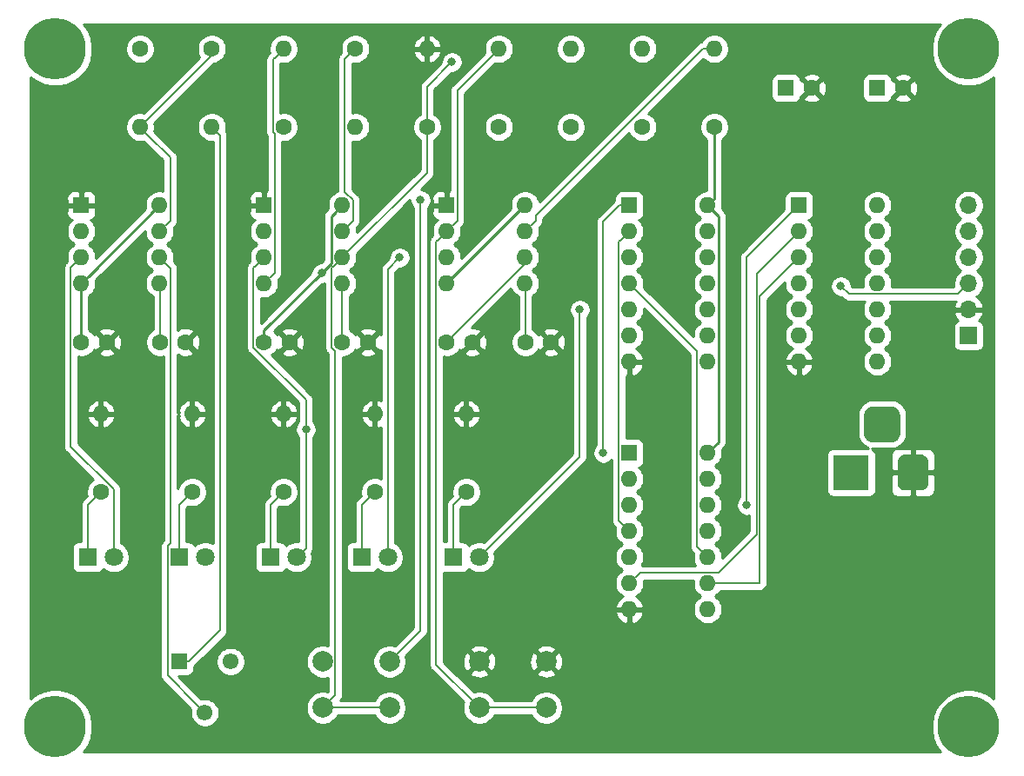
<source format=gbl>
G04 #@! TF.GenerationSoftware,KiCad,Pcbnew,(5.1.5)-3*
G04 #@! TF.CreationDate,2020-02-17T10:47:51+01:00*
G04 #@! TF.ProjectId,Clock_module,436c6f63-6b5f-46d6-9f64-756c652e6b69,rev?*
G04 #@! TF.SameCoordinates,Original*
G04 #@! TF.FileFunction,Copper,L2,Bot*
G04 #@! TF.FilePolarity,Positive*
%FSLAX46Y46*%
G04 Gerber Fmt 4.6, Leading zero omitted, Abs format (unit mm)*
G04 Created by KiCad (PCBNEW (5.1.5)-3) date 2020-02-17 10:47:51*
%MOMM*%
%LPD*%
G04 APERTURE LIST*
%ADD10C,0.100000*%
%ADD11R,3.500000X3.500000*%
%ADD12O,1.700000X1.700000*%
%ADD13R,1.700000X1.700000*%
%ADD14O,1.600000X1.600000*%
%ADD15C,1.600000*%
%ADD16C,6.000000*%
%ADD17C,1.550000*%
%ADD18R,1.550000X1.550000*%
%ADD19R,1.600000X1.600000*%
%ADD20R,1.800000X1.800000*%
%ADD21C,1.800000*%
%ADD22C,2.000000*%
%ADD23C,0.800000*%
%ADD24C,0.152400*%
%ADD25C,0.228600*%
%ADD26C,0.254000*%
G04 APERTURE END LIST*
G04 #@! TA.AperFunction,ComponentPad*
D10*
G36*
X254150765Y-67849213D02*
G01*
X254235704Y-67861813D01*
X254318999Y-67882677D01*
X254399848Y-67911605D01*
X254477472Y-67948319D01*
X254551124Y-67992464D01*
X254620094Y-68043616D01*
X254683718Y-68101282D01*
X254741384Y-68164906D01*
X254792536Y-68233876D01*
X254836681Y-68307528D01*
X254873395Y-68385152D01*
X254902323Y-68466001D01*
X254923187Y-68549296D01*
X254935787Y-68634235D01*
X254940000Y-68720000D01*
X254940000Y-70470000D01*
X254935787Y-70555765D01*
X254923187Y-70640704D01*
X254902323Y-70723999D01*
X254873395Y-70804848D01*
X254836681Y-70882472D01*
X254792536Y-70956124D01*
X254741384Y-71025094D01*
X254683718Y-71088718D01*
X254620094Y-71146384D01*
X254551124Y-71197536D01*
X254477472Y-71241681D01*
X254399848Y-71278395D01*
X254318999Y-71307323D01*
X254235704Y-71328187D01*
X254150765Y-71340787D01*
X254065000Y-71345000D01*
X252315000Y-71345000D01*
X252229235Y-71340787D01*
X252144296Y-71328187D01*
X252061001Y-71307323D01*
X251980152Y-71278395D01*
X251902528Y-71241681D01*
X251828876Y-71197536D01*
X251759906Y-71146384D01*
X251696282Y-71088718D01*
X251638616Y-71025094D01*
X251587464Y-70956124D01*
X251543319Y-70882472D01*
X251506605Y-70804848D01*
X251477677Y-70723999D01*
X251456813Y-70640704D01*
X251444213Y-70555765D01*
X251440000Y-70470000D01*
X251440000Y-68720000D01*
X251444213Y-68634235D01*
X251456813Y-68549296D01*
X251477677Y-68466001D01*
X251506605Y-68385152D01*
X251543319Y-68307528D01*
X251587464Y-68233876D01*
X251638616Y-68164906D01*
X251696282Y-68101282D01*
X251759906Y-68043616D01*
X251828876Y-67992464D01*
X251902528Y-67948319D01*
X251980152Y-67911605D01*
X252061001Y-67882677D01*
X252144296Y-67861813D01*
X252229235Y-67849213D01*
X252315000Y-67845000D01*
X254065000Y-67845000D01*
X254150765Y-67849213D01*
G37*
G04 #@! TD.AperFunction*
G04 #@! TA.AperFunction,ComponentPad*
G36*
X257013513Y-72548611D02*
G01*
X257086318Y-72559411D01*
X257157714Y-72577295D01*
X257227013Y-72602090D01*
X257293548Y-72633559D01*
X257356678Y-72671398D01*
X257415795Y-72715242D01*
X257470330Y-72764670D01*
X257519758Y-72819205D01*
X257563602Y-72878322D01*
X257601441Y-72941452D01*
X257632910Y-73007987D01*
X257657705Y-73077286D01*
X257675589Y-73148682D01*
X257686389Y-73221487D01*
X257690000Y-73295000D01*
X257690000Y-75295000D01*
X257686389Y-75368513D01*
X257675589Y-75441318D01*
X257657705Y-75512714D01*
X257632910Y-75582013D01*
X257601441Y-75648548D01*
X257563602Y-75711678D01*
X257519758Y-75770795D01*
X257470330Y-75825330D01*
X257415795Y-75874758D01*
X257356678Y-75918602D01*
X257293548Y-75956441D01*
X257227013Y-75987910D01*
X257157714Y-76012705D01*
X257086318Y-76030589D01*
X257013513Y-76041389D01*
X256940000Y-76045000D01*
X255440000Y-76045000D01*
X255366487Y-76041389D01*
X255293682Y-76030589D01*
X255222286Y-76012705D01*
X255152987Y-75987910D01*
X255086452Y-75956441D01*
X255023322Y-75918602D01*
X254964205Y-75874758D01*
X254909670Y-75825330D01*
X254860242Y-75770795D01*
X254816398Y-75711678D01*
X254778559Y-75648548D01*
X254747090Y-75582013D01*
X254722295Y-75512714D01*
X254704411Y-75441318D01*
X254693611Y-75368513D01*
X254690000Y-75295000D01*
X254690000Y-73295000D01*
X254693611Y-73221487D01*
X254704411Y-73148682D01*
X254722295Y-73077286D01*
X254747090Y-73007987D01*
X254778559Y-72941452D01*
X254816398Y-72878322D01*
X254860242Y-72819205D01*
X254909670Y-72764670D01*
X254964205Y-72715242D01*
X255023322Y-72671398D01*
X255086452Y-72633559D01*
X255152987Y-72602090D01*
X255222286Y-72577295D01*
X255293682Y-72559411D01*
X255366487Y-72548611D01*
X255440000Y-72545000D01*
X256940000Y-72545000D01*
X257013513Y-72548611D01*
G37*
G04 #@! TD.AperFunction*
D11*
X250190000Y-74295000D03*
D12*
X261620000Y-48260000D03*
X261620000Y-50800000D03*
X261620000Y-53340000D03*
X261620000Y-55880000D03*
X261620000Y-58420000D03*
D13*
X261620000Y-60960000D03*
D14*
X212725000Y-68580000D03*
D15*
X212725000Y-76200000D03*
D16*
X261620000Y-33020000D03*
X261620000Y-99060000D03*
X172720000Y-99060000D03*
X172720000Y-33020000D03*
D17*
X187285000Y-97710000D03*
D18*
X184785000Y-92710000D03*
D17*
X189785000Y-92710000D03*
D19*
X243840000Y-36830000D03*
D15*
X246340000Y-36830000D03*
X255230000Y-36830000D03*
D19*
X252730000Y-36830000D03*
D20*
X175895000Y-82550000D03*
D21*
X178435000Y-82550000D03*
X213995000Y-82550000D03*
D20*
X211455000Y-82550000D03*
D21*
X205105000Y-82550000D03*
D20*
X202565000Y-82550000D03*
X184785000Y-82550000D03*
D21*
X187325000Y-82550000D03*
D20*
X193675000Y-82550000D03*
D21*
X196215000Y-82550000D03*
D15*
X180975000Y-33020000D03*
D14*
X180975000Y-40640000D03*
X187960000Y-40640000D03*
D15*
X187960000Y-33020000D03*
D14*
X177165000Y-68580000D03*
D15*
X177165000Y-76200000D03*
X215900000Y-40640000D03*
D14*
X215900000Y-33020000D03*
D15*
X236855000Y-40640000D03*
D14*
X236855000Y-33020000D03*
X203835000Y-68580000D03*
D15*
X203835000Y-76200000D03*
D14*
X229870000Y-33020000D03*
D15*
X229870000Y-40640000D03*
X201930000Y-33020000D03*
D14*
X201930000Y-40640000D03*
D15*
X194945000Y-40640000D03*
D14*
X194945000Y-33020000D03*
X186055000Y-68580000D03*
D15*
X186055000Y-76200000D03*
X222885000Y-40640000D03*
D14*
X222885000Y-33020000D03*
D15*
X208915000Y-40640000D03*
D14*
X208915000Y-33020000D03*
X194945000Y-68580000D03*
D15*
X194945000Y-76200000D03*
D22*
X213995000Y-97210000D03*
X213995000Y-92710000D03*
X220495000Y-97210000D03*
X220495000Y-92710000D03*
X205255000Y-92710000D03*
X205255000Y-97210000D03*
X198755000Y-92710000D03*
X198755000Y-97210000D03*
D19*
X228600000Y-48260000D03*
D14*
X236220000Y-63500000D03*
X228600000Y-50800000D03*
X236220000Y-60960000D03*
X228600000Y-53340000D03*
X236220000Y-58420000D03*
X228600000Y-55880000D03*
X236220000Y-55880000D03*
X228600000Y-58420000D03*
X236220000Y-53340000D03*
X228600000Y-60960000D03*
X236220000Y-50800000D03*
X228600000Y-63500000D03*
X236220000Y-48260000D03*
X182880000Y-48260000D03*
X175260000Y-55880000D03*
X182880000Y-50800000D03*
X175260000Y-53340000D03*
X182880000Y-53340000D03*
X175260000Y-50800000D03*
X182880000Y-55880000D03*
D19*
X175260000Y-48260000D03*
D14*
X236220000Y-72390000D03*
X228600000Y-87630000D03*
X236220000Y-74930000D03*
X228600000Y-85090000D03*
X236220000Y-77470000D03*
X228600000Y-82550000D03*
X236220000Y-80010000D03*
X228600000Y-80010000D03*
X236220000Y-82550000D03*
X228600000Y-77470000D03*
X236220000Y-85090000D03*
X228600000Y-74930000D03*
X236220000Y-87630000D03*
D19*
X228600000Y-72390000D03*
X245110000Y-48260000D03*
D14*
X252730000Y-63500000D03*
X245110000Y-50800000D03*
X252730000Y-60960000D03*
X245110000Y-53340000D03*
X252730000Y-58420000D03*
X245110000Y-55880000D03*
X252730000Y-55880000D03*
X245110000Y-58420000D03*
X252730000Y-53340000D03*
X245110000Y-60960000D03*
X252730000Y-50800000D03*
X245110000Y-63500000D03*
X252730000Y-48260000D03*
D19*
X210820000Y-48260000D03*
D14*
X218440000Y-55880000D03*
X210820000Y-50800000D03*
X218440000Y-53340000D03*
X210820000Y-53340000D03*
X218440000Y-50800000D03*
X210820000Y-55880000D03*
X218440000Y-48260000D03*
D19*
X193040000Y-48260000D03*
D14*
X200660000Y-55880000D03*
X193040000Y-50800000D03*
X200660000Y-53340000D03*
X193040000Y-53340000D03*
X200660000Y-50800000D03*
X193040000Y-55880000D03*
X200660000Y-48260000D03*
D15*
X185420000Y-61595000D03*
X182920000Y-61595000D03*
X193040000Y-61595000D03*
X195540000Y-61595000D03*
X177760000Y-61595000D03*
X175260000Y-61595000D03*
X218480000Y-61595000D03*
X220980000Y-61595000D03*
X210820000Y-61595000D03*
X213320000Y-61595000D03*
X203160000Y-61595000D03*
X200660000Y-61595000D03*
D23*
X208280000Y-47752000D03*
X198633815Y-54869815D03*
X223774000Y-58420000D03*
X249174000Y-56134000D03*
X206248000Y-53340000D03*
X197114999Y-70093001D03*
X226060000Y-72390000D03*
X211328000Y-34290000D03*
X240030000Y-77470000D03*
D24*
X183656399Y-94081399D02*
X186510001Y-96935001D01*
X183656399Y-81467119D02*
X183656399Y-94081399D01*
X186510001Y-96935001D02*
X187285000Y-97710000D01*
X183948601Y-81174917D02*
X183656399Y-81467119D01*
X183948601Y-54408601D02*
X183948601Y-81174917D01*
X182880000Y-53340000D02*
X183948601Y-54408601D01*
X246340000Y-36830000D02*
X245311399Y-37858601D01*
X208280000Y-89685000D02*
X208280000Y-47752000D01*
X205255000Y-92710000D02*
X208280000Y-89685000D01*
D25*
X175260000Y-61595000D02*
X175260000Y-55880000D01*
X176059999Y-55080001D02*
X182880000Y-48260000D01*
X175260000Y-55880000D02*
X176059999Y-55080001D01*
X199860001Y-49059999D02*
X200660000Y-48260000D01*
X199593299Y-49326701D02*
X199860001Y-49059999D01*
X199593299Y-53910331D02*
X199593299Y-49326701D01*
X193040000Y-61595000D02*
X193040000Y-60463630D01*
X210820000Y-55880000D02*
X218440000Y-48260000D01*
X236855000Y-47625000D02*
X236220000Y-48260000D01*
X236855000Y-40640000D02*
X236855000Y-47625000D01*
X198633815Y-54869815D02*
X199593299Y-53910331D01*
X193040000Y-60463630D02*
X198633815Y-54869815D01*
X237019999Y-49059999D02*
X236220000Y-48260000D01*
X237286701Y-71323299D02*
X237286701Y-49326701D01*
X237286701Y-49326701D02*
X237019999Y-49059999D01*
X236220000Y-72390000D02*
X237286701Y-71323299D01*
D24*
X200660000Y-61595000D02*
X200660000Y-55880000D01*
X235723630Y-33020000D02*
X236855000Y-33020000D01*
X219468601Y-49771399D02*
X219468601Y-49275029D01*
X219468601Y-49275029D02*
X235723630Y-33020000D01*
X218440000Y-50800000D02*
X219468601Y-49771399D01*
X218440000Y-53975000D02*
X218440000Y-53340000D01*
X210820000Y-61595000D02*
X218440000Y-53975000D01*
X218480000Y-55920000D02*
X218440000Y-55880000D01*
X218480000Y-61595000D02*
X218480000Y-55920000D01*
X175895000Y-77470000D02*
X177165000Y-76200000D01*
X175895000Y-82550000D02*
X175895000Y-77470000D01*
X178435000Y-81277208D02*
X178435000Y-82550000D01*
X178435000Y-75947670D02*
X178435000Y-81277208D01*
X174231399Y-71744069D02*
X178435000Y-75947670D01*
X174231399Y-54368601D02*
X174231399Y-71744069D01*
X175260000Y-53340000D02*
X174231399Y-54368601D01*
X213995000Y-82550000D02*
X221107000Y-75438000D01*
X223774000Y-72771000D02*
X223774000Y-58420000D01*
X221107000Y-75438000D02*
X223774000Y-72771000D01*
X260770001Y-56729999D02*
X261620000Y-55880000D01*
X249948601Y-56908601D02*
X260591399Y-56908601D01*
X260591399Y-56908601D02*
X260770001Y-56729999D01*
X249174000Y-56134000D02*
X249948601Y-56908601D01*
X184785000Y-77470000D02*
X186055000Y-76200000D01*
X184785000Y-82550000D02*
X184785000Y-77470000D01*
X205105000Y-54483000D02*
X206248000Y-53340000D01*
X205105000Y-82550000D02*
X205105000Y-54483000D01*
X193675000Y-77470000D02*
X194945000Y-76200000D01*
X193675000Y-82550000D02*
X193675000Y-77470000D01*
X202565000Y-77470000D02*
X202565000Y-82550000D01*
X203835000Y-76200000D02*
X202565000Y-77470000D01*
X227571399Y-51828601D02*
X227800001Y-51599999D01*
X227571399Y-78981399D02*
X227571399Y-51828601D01*
X228600000Y-80010000D02*
X227571399Y-78981399D01*
X227800001Y-51599999D02*
X228600000Y-50800000D01*
X211455000Y-77470000D02*
X212725000Y-76200000D01*
X211455000Y-82550000D02*
X211455000Y-77470000D01*
X192240001Y-54139999D02*
X193040000Y-53340000D01*
X192011399Y-54368601D02*
X192240001Y-54139999D01*
X192011399Y-62088729D02*
X192011399Y-54368601D01*
X197114999Y-67192329D02*
X192011399Y-62088729D01*
X196215000Y-82550000D02*
X197114999Y-81650001D01*
X197114999Y-70093001D02*
X197114999Y-67192329D01*
X197114999Y-81650001D02*
X197114999Y-70093001D01*
X227647600Y-48260000D02*
X226060000Y-49847600D01*
X226060000Y-49847600D02*
X226060000Y-72390000D01*
X228600000Y-48260000D02*
X227647600Y-48260000D01*
X194145001Y-33819999D02*
X194945000Y-33020000D01*
X193916399Y-34048601D02*
X194145001Y-33819999D01*
X193916399Y-41133729D02*
X193916399Y-34048601D01*
X194068601Y-41285931D02*
X193916399Y-41133729D01*
X194068601Y-54851399D02*
X194068601Y-41285931D01*
X193040000Y-55880000D02*
X194068601Y-54851399D01*
X181774999Y-41439999D02*
X180975000Y-40640000D01*
X183908601Y-43573601D02*
X181774999Y-41439999D01*
X183908601Y-49771399D02*
X183908601Y-43573601D01*
X182880000Y-50800000D02*
X183908601Y-49771399D01*
X187960000Y-33655000D02*
X187960000Y-33020000D01*
X180975000Y-40640000D02*
X187960000Y-33655000D01*
X185712400Y-92710000D02*
X184785000Y-92710000D01*
X188759999Y-89662401D02*
X185712400Y-92710000D01*
X188759999Y-41439999D02*
X188759999Y-89662401D01*
X187960000Y-40640000D02*
X188759999Y-41439999D01*
X182920000Y-55920000D02*
X182880000Y-55880000D01*
X182920000Y-61595000D02*
X182920000Y-55920000D01*
X201459999Y-50000001D02*
X200660000Y-50800000D01*
X201688601Y-49771399D02*
X201459999Y-50000001D01*
X200901399Y-46979069D02*
X201688601Y-47766271D01*
X201688601Y-47766271D02*
X201688601Y-49771399D01*
X200901399Y-34048601D02*
X200901399Y-46979069D01*
X201930000Y-33020000D02*
X200901399Y-34048601D01*
X208915000Y-45085000D02*
X208915000Y-40640000D01*
X200660000Y-53340000D02*
X208915000Y-45085000D01*
X208915000Y-36703000D02*
X211328000Y-34290000D01*
X208915000Y-40640000D02*
X208915000Y-36703000D01*
X199860001Y-54139999D02*
X200660000Y-53340000D01*
X199631399Y-62088729D02*
X199631399Y-54368601D01*
X199983601Y-62440931D02*
X199631399Y-62088729D01*
X199983601Y-95981399D02*
X199983601Y-62440931D01*
X199631399Y-54368601D02*
X199860001Y-54139999D01*
X198755000Y-97210000D02*
X199983601Y-95981399D01*
X205255000Y-97210000D02*
X198755000Y-97210000D01*
X215100001Y-33819999D02*
X215900000Y-33020000D01*
X211848601Y-37071399D02*
X215100001Y-33819999D01*
X211848601Y-49771399D02*
X211848601Y-37071399D01*
X210820000Y-50800000D02*
X211848601Y-49771399D01*
X220495000Y-97210000D02*
X213995000Y-97210000D01*
X209791399Y-51828601D02*
X210020001Y-51599999D01*
X210020001Y-51599999D02*
X210820000Y-50800000D01*
X209791399Y-93006399D02*
X209791399Y-51828601D01*
X213995000Y-97210000D02*
X209791399Y-93006399D01*
X229399999Y-56679999D02*
X228600000Y-55880000D01*
X235191399Y-62471399D02*
X229399999Y-56679999D01*
X235191399Y-81521399D02*
X235191399Y-62471399D01*
X236220000Y-82550000D02*
X235191399Y-81521399D01*
X240030000Y-53340000D02*
X245110000Y-48260000D01*
X240030000Y-77470000D02*
X240030000Y-53340000D01*
X244310001Y-51599999D02*
X245110000Y-50800000D01*
X240995190Y-54914810D02*
X244310001Y-51599999D01*
X240995190Y-80314810D02*
X240995190Y-54914810D01*
X237248601Y-84061399D02*
X240995190Y-80314810D01*
X229628601Y-84061399D02*
X237248601Y-84061399D01*
X228600000Y-85090000D02*
X229628601Y-84061399D01*
X236220000Y-85090000D02*
X241300000Y-85090000D01*
X241300000Y-57150000D02*
X245110000Y-53340000D01*
X241300000Y-85090000D02*
X241300000Y-57150000D01*
D26*
G36*
X258796511Y-30702823D02*
G01*
X258398705Y-31298182D01*
X258124691Y-31959710D01*
X257985000Y-32661984D01*
X257985000Y-33378016D01*
X258124691Y-34080290D01*
X258398705Y-34741818D01*
X258796511Y-35337177D01*
X259302823Y-35843489D01*
X259898182Y-36241295D01*
X260559710Y-36515309D01*
X261261984Y-36655000D01*
X261978016Y-36655000D01*
X262680290Y-36515309D01*
X263341818Y-36241295D01*
X263937177Y-35843489D01*
X264033000Y-35747666D01*
X264033000Y-96332334D01*
X263937177Y-96236511D01*
X263341818Y-95838705D01*
X262680290Y-95564691D01*
X261978016Y-95425000D01*
X261261984Y-95425000D01*
X260559710Y-95564691D01*
X259898182Y-95838705D01*
X259302823Y-96236511D01*
X258796511Y-96742823D01*
X258398705Y-97338182D01*
X258124691Y-97999710D01*
X257985000Y-98701984D01*
X257985000Y-99418016D01*
X258124691Y-100120290D01*
X258398705Y-100781818D01*
X258796511Y-101377177D01*
X258892334Y-101473000D01*
X175447666Y-101473000D01*
X175543489Y-101377177D01*
X175941295Y-100781818D01*
X176215309Y-100120290D01*
X176355000Y-99418016D01*
X176355000Y-98701984D01*
X176215309Y-97999710D01*
X175941295Y-97338182D01*
X175543489Y-96742823D01*
X175037177Y-96236511D01*
X174441818Y-95838705D01*
X173780290Y-95564691D01*
X173078016Y-95425000D01*
X172361984Y-95425000D01*
X171659710Y-95564691D01*
X170998182Y-95838705D01*
X170402823Y-96236511D01*
X170307000Y-96332334D01*
X170307000Y-54368601D01*
X173516759Y-54368601D01*
X173520199Y-54403527D01*
X173520200Y-71709133D01*
X173516759Y-71744069D01*
X173520200Y-71779005D01*
X173530491Y-71883489D01*
X173557249Y-71971697D01*
X173571158Y-72017550D01*
X173620979Y-72110758D01*
X173637198Y-72141102D01*
X173726073Y-72249396D01*
X173753209Y-72271666D01*
X176440067Y-74958525D01*
X176250241Y-75085363D01*
X176050363Y-75285241D01*
X175893320Y-75520273D01*
X175785147Y-75781426D01*
X175730000Y-76058665D01*
X175730000Y-76341335D01*
X175777762Y-76581450D01*
X175416810Y-76942403D01*
X175389674Y-76964673D01*
X175367404Y-76991809D01*
X175367403Y-76991810D01*
X175300798Y-77072968D01*
X175249948Y-77168102D01*
X175234759Y-77196519D01*
X175198929Y-77314637D01*
X175194092Y-77330581D01*
X175180360Y-77470000D01*
X175183801Y-77504935D01*
X175183800Y-81011928D01*
X174995000Y-81011928D01*
X174870518Y-81024188D01*
X174750820Y-81060498D01*
X174640506Y-81119463D01*
X174543815Y-81198815D01*
X174464463Y-81295506D01*
X174405498Y-81405820D01*
X174369188Y-81525518D01*
X174356928Y-81650000D01*
X174356928Y-83450000D01*
X174369188Y-83574482D01*
X174405498Y-83694180D01*
X174464463Y-83804494D01*
X174543815Y-83901185D01*
X174640506Y-83980537D01*
X174750820Y-84039502D01*
X174870518Y-84075812D01*
X174995000Y-84088072D01*
X176795000Y-84088072D01*
X176919482Y-84075812D01*
X177039180Y-84039502D01*
X177149494Y-83980537D01*
X177246185Y-83901185D01*
X177325537Y-83804494D01*
X177384502Y-83694180D01*
X177390056Y-83675873D01*
X177456495Y-83742312D01*
X177707905Y-83910299D01*
X177987257Y-84026011D01*
X178283816Y-84085000D01*
X178586184Y-84085000D01*
X178882743Y-84026011D01*
X179162095Y-83910299D01*
X179413505Y-83742312D01*
X179627312Y-83528505D01*
X179795299Y-83277095D01*
X179911011Y-82997743D01*
X179970000Y-82701184D01*
X179970000Y-82398816D01*
X179911011Y-82102257D01*
X179795299Y-81822905D01*
X179627312Y-81571495D01*
X179413505Y-81357688D01*
X179162095Y-81189701D01*
X179146200Y-81183117D01*
X179146200Y-75982598D01*
X179149640Y-75947670D01*
X179146200Y-75912741D01*
X179146200Y-75912734D01*
X179135909Y-75808250D01*
X179106555Y-75711482D01*
X179095242Y-75674188D01*
X179029202Y-75550637D01*
X178962598Y-75469479D01*
X178962588Y-75469469D01*
X178940326Y-75442343D01*
X178913201Y-75420082D01*
X174942599Y-71449482D01*
X174942599Y-68929040D01*
X175773091Y-68929040D01*
X175867930Y-69193881D01*
X176012615Y-69435131D01*
X176201586Y-69643519D01*
X176427580Y-69811037D01*
X176681913Y-69931246D01*
X176815961Y-69971904D01*
X177038000Y-69849915D01*
X177038000Y-68707000D01*
X177292000Y-68707000D01*
X177292000Y-69849915D01*
X177514039Y-69971904D01*
X177648087Y-69931246D01*
X177902420Y-69811037D01*
X178128414Y-69643519D01*
X178317385Y-69435131D01*
X178462070Y-69193881D01*
X178556909Y-68929040D01*
X178435624Y-68707000D01*
X177292000Y-68707000D01*
X177038000Y-68707000D01*
X175894376Y-68707000D01*
X175773091Y-68929040D01*
X174942599Y-68929040D01*
X174942599Y-68230960D01*
X175773091Y-68230960D01*
X175894376Y-68453000D01*
X177038000Y-68453000D01*
X177038000Y-67310085D01*
X177292000Y-67310085D01*
X177292000Y-68453000D01*
X178435624Y-68453000D01*
X178556909Y-68230960D01*
X178462070Y-67966119D01*
X178317385Y-67724869D01*
X178128414Y-67516481D01*
X177902420Y-67348963D01*
X177648087Y-67228754D01*
X177514039Y-67188096D01*
X177292000Y-67310085D01*
X177038000Y-67310085D01*
X176815961Y-67188096D01*
X176681913Y-67228754D01*
X176427580Y-67348963D01*
X176201586Y-67516481D01*
X176012615Y-67724869D01*
X175867930Y-67966119D01*
X175773091Y-68230960D01*
X174942599Y-68230960D01*
X174942599Y-62994978D01*
X175118665Y-63030000D01*
X175401335Y-63030000D01*
X175678574Y-62974853D01*
X175939727Y-62866680D01*
X176174759Y-62709637D01*
X176296694Y-62587702D01*
X176946903Y-62587702D01*
X177018486Y-62831671D01*
X177273996Y-62952571D01*
X177548184Y-63021300D01*
X177830512Y-63035217D01*
X178110130Y-62993787D01*
X178376292Y-62898603D01*
X178501514Y-62831671D01*
X178573097Y-62587702D01*
X177760000Y-61774605D01*
X176946903Y-62587702D01*
X176296694Y-62587702D01*
X176374637Y-62509759D01*
X176508692Y-62309131D01*
X176523329Y-62336514D01*
X176767298Y-62408097D01*
X177580395Y-61595000D01*
X177939605Y-61595000D01*
X178752702Y-62408097D01*
X178996671Y-62336514D01*
X179117571Y-62081004D01*
X179186300Y-61806816D01*
X179200217Y-61524488D01*
X179158787Y-61244870D01*
X179063603Y-60978708D01*
X178996671Y-60853486D01*
X178752702Y-60781903D01*
X177939605Y-61595000D01*
X177580395Y-61595000D01*
X176767298Y-60781903D01*
X176523329Y-60853486D01*
X176509676Y-60882341D01*
X176374637Y-60680241D01*
X176296694Y-60602298D01*
X176946903Y-60602298D01*
X177760000Y-61415395D01*
X178573097Y-60602298D01*
X178501514Y-60358329D01*
X178246004Y-60237429D01*
X177971816Y-60168700D01*
X177689488Y-60154783D01*
X177409870Y-60196213D01*
X177143708Y-60291397D01*
X177018486Y-60358329D01*
X176946903Y-60602298D01*
X176296694Y-60602298D01*
X176174759Y-60480363D01*
X176009300Y-60369807D01*
X176009300Y-57105193D01*
X176174759Y-56994637D01*
X176374637Y-56794759D01*
X176531680Y-56559727D01*
X176639853Y-56298574D01*
X176695000Y-56021335D01*
X176695000Y-55738665D01*
X176656177Y-55543492D01*
X181445000Y-50754670D01*
X181445000Y-50941335D01*
X181500147Y-51218574D01*
X181608320Y-51479727D01*
X181765363Y-51714759D01*
X181965241Y-51914637D01*
X182197759Y-52070000D01*
X181965241Y-52225363D01*
X181765363Y-52425241D01*
X181608320Y-52660273D01*
X181500147Y-52921426D01*
X181445000Y-53198665D01*
X181445000Y-53481335D01*
X181500147Y-53758574D01*
X181608320Y-54019727D01*
X181765363Y-54254759D01*
X181965241Y-54454637D01*
X182197759Y-54610000D01*
X181965241Y-54765363D01*
X181765363Y-54965241D01*
X181608320Y-55200273D01*
X181500147Y-55461426D01*
X181445000Y-55738665D01*
X181445000Y-56021335D01*
X181500147Y-56298574D01*
X181608320Y-56559727D01*
X181765363Y-56794759D01*
X181965241Y-56994637D01*
X182200273Y-57151680D01*
X182208801Y-57155212D01*
X182208800Y-60344349D01*
X182005241Y-60480363D01*
X181805363Y-60680241D01*
X181648320Y-60915273D01*
X181540147Y-61176426D01*
X181485000Y-61453665D01*
X181485000Y-61736335D01*
X181540147Y-62013574D01*
X181648320Y-62274727D01*
X181805363Y-62509759D01*
X182005241Y-62709637D01*
X182240273Y-62866680D01*
X182501426Y-62974853D01*
X182778665Y-63030000D01*
X183061335Y-63030000D01*
X183237401Y-62994978D01*
X183237402Y-80880329D01*
X183178210Y-80939521D01*
X183151072Y-80961793D01*
X183062197Y-81070087D01*
X182996157Y-81193639D01*
X182955490Y-81327700D01*
X182945199Y-81432184D01*
X182945199Y-81432193D01*
X182941759Y-81467119D01*
X182945199Y-81502045D01*
X182945200Y-94046463D01*
X182941759Y-94081399D01*
X182945200Y-94116335D01*
X182955491Y-94220819D01*
X182996158Y-94354880D01*
X183062198Y-94478432D01*
X183151073Y-94586726D01*
X183178209Y-94608996D01*
X185919023Y-97349812D01*
X185875000Y-97571127D01*
X185875000Y-97848873D01*
X185929186Y-98121282D01*
X186035475Y-98377885D01*
X186189782Y-98608822D01*
X186386178Y-98805218D01*
X186617115Y-98959525D01*
X186873718Y-99065814D01*
X187146127Y-99120000D01*
X187423873Y-99120000D01*
X187696282Y-99065814D01*
X187952885Y-98959525D01*
X188183822Y-98805218D01*
X188380218Y-98608822D01*
X188534525Y-98377885D01*
X188640814Y-98121282D01*
X188695000Y-97848873D01*
X188695000Y-97571127D01*
X188640814Y-97298718D01*
X188534525Y-97042115D01*
X188380218Y-96811178D01*
X188183822Y-96614782D01*
X187952885Y-96460475D01*
X187696282Y-96354186D01*
X187423873Y-96300000D01*
X187146127Y-96300000D01*
X186924812Y-96344023D01*
X184703859Y-94123072D01*
X185560000Y-94123072D01*
X185684482Y-94110812D01*
X185804180Y-94074502D01*
X185914494Y-94015537D01*
X186011185Y-93936185D01*
X186090537Y-93839494D01*
X186149502Y-93729180D01*
X186185812Y-93609482D01*
X186198072Y-93485000D01*
X186198072Y-93231458D01*
X186217727Y-93215327D01*
X186240002Y-93188185D01*
X186857060Y-92571127D01*
X188375000Y-92571127D01*
X188375000Y-92848873D01*
X188429186Y-93121282D01*
X188535475Y-93377885D01*
X188689782Y-93608822D01*
X188886178Y-93805218D01*
X189117115Y-93959525D01*
X189373718Y-94065814D01*
X189646127Y-94120000D01*
X189923873Y-94120000D01*
X190196282Y-94065814D01*
X190452885Y-93959525D01*
X190683822Y-93805218D01*
X190880218Y-93608822D01*
X191034525Y-93377885D01*
X191140814Y-93121282D01*
X191195000Y-92848873D01*
X191195000Y-92571127D01*
X191140814Y-92298718D01*
X191034525Y-92042115D01*
X190880218Y-91811178D01*
X190683822Y-91614782D01*
X190452885Y-91460475D01*
X190196282Y-91354186D01*
X189923873Y-91300000D01*
X189646127Y-91300000D01*
X189373718Y-91354186D01*
X189117115Y-91460475D01*
X188886178Y-91614782D01*
X188689782Y-91811178D01*
X188535475Y-92042115D01*
X188429186Y-92298718D01*
X188375000Y-92571127D01*
X186857060Y-92571127D01*
X189238190Y-90189998D01*
X189265326Y-90167728D01*
X189354201Y-90059434D01*
X189420241Y-89935882D01*
X189460908Y-89801821D01*
X189471199Y-89697337D01*
X189471199Y-89697330D01*
X189474639Y-89662401D01*
X189471199Y-89627473D01*
X189471199Y-68929040D01*
X193553091Y-68929040D01*
X193647930Y-69193881D01*
X193792615Y-69435131D01*
X193981586Y-69643519D01*
X194207580Y-69811037D01*
X194461913Y-69931246D01*
X194595961Y-69971904D01*
X194818000Y-69849915D01*
X194818000Y-68707000D01*
X195072000Y-68707000D01*
X195072000Y-69849915D01*
X195294039Y-69971904D01*
X195428087Y-69931246D01*
X195682420Y-69811037D01*
X195908414Y-69643519D01*
X196097385Y-69435131D01*
X196242070Y-69193881D01*
X196336909Y-68929040D01*
X196215624Y-68707000D01*
X195072000Y-68707000D01*
X194818000Y-68707000D01*
X193674376Y-68707000D01*
X193553091Y-68929040D01*
X189471199Y-68929040D01*
X189471199Y-68230960D01*
X193553091Y-68230960D01*
X193674376Y-68453000D01*
X194818000Y-68453000D01*
X194818000Y-67310085D01*
X195072000Y-67310085D01*
X195072000Y-68453000D01*
X196215624Y-68453000D01*
X196336909Y-68230960D01*
X196242070Y-67966119D01*
X196097385Y-67724869D01*
X195908414Y-67516481D01*
X195682420Y-67348963D01*
X195428087Y-67228754D01*
X195294039Y-67188096D01*
X195072000Y-67310085D01*
X194818000Y-67310085D01*
X194595961Y-67188096D01*
X194461913Y-67228754D01*
X194207580Y-67348963D01*
X193981586Y-67516481D01*
X193792615Y-67724869D01*
X193647930Y-67966119D01*
X193553091Y-68230960D01*
X189471199Y-68230960D01*
X189471199Y-54368601D01*
X191296759Y-54368601D01*
X191300200Y-54403537D01*
X191300199Y-62053803D01*
X191296759Y-62088729D01*
X191300199Y-62123655D01*
X191300199Y-62123664D01*
X191310490Y-62228148D01*
X191351157Y-62362209D01*
X191417197Y-62485761D01*
X191506072Y-62594055D01*
X191533210Y-62616327D01*
X196403800Y-67486919D01*
X196403799Y-69340490D01*
X196311062Y-69433227D01*
X196197794Y-69602745D01*
X196119773Y-69791103D01*
X196079999Y-69991062D01*
X196079999Y-70194940D01*
X196119773Y-70394899D01*
X196197794Y-70583257D01*
X196311062Y-70752775D01*
X196403800Y-70845513D01*
X196403799Y-81022482D01*
X196366184Y-81015000D01*
X196063816Y-81015000D01*
X195767257Y-81073989D01*
X195487905Y-81189701D01*
X195236495Y-81357688D01*
X195170056Y-81424127D01*
X195164502Y-81405820D01*
X195105537Y-81295506D01*
X195026185Y-81198815D01*
X194929494Y-81119463D01*
X194819180Y-81060498D01*
X194699482Y-81024188D01*
X194575000Y-81011928D01*
X194386200Y-81011928D01*
X194386200Y-77764587D01*
X194563550Y-77587238D01*
X194803665Y-77635000D01*
X195086335Y-77635000D01*
X195363574Y-77579853D01*
X195624727Y-77471680D01*
X195859759Y-77314637D01*
X196059637Y-77114759D01*
X196216680Y-76879727D01*
X196324853Y-76618574D01*
X196380000Y-76341335D01*
X196380000Y-76058665D01*
X196324853Y-75781426D01*
X196216680Y-75520273D01*
X196059637Y-75285241D01*
X195859759Y-75085363D01*
X195624727Y-74928320D01*
X195363574Y-74820147D01*
X195086335Y-74765000D01*
X194803665Y-74765000D01*
X194526426Y-74820147D01*
X194265273Y-74928320D01*
X194030241Y-75085363D01*
X193830363Y-75285241D01*
X193673320Y-75520273D01*
X193565147Y-75781426D01*
X193510000Y-76058665D01*
X193510000Y-76341335D01*
X193557762Y-76581450D01*
X193196810Y-76942403D01*
X193169674Y-76964673D01*
X193147404Y-76991809D01*
X193147403Y-76991810D01*
X193080798Y-77072968D01*
X193029948Y-77168102D01*
X193014759Y-77196519D01*
X192978929Y-77314637D01*
X192974092Y-77330581D01*
X192960360Y-77470000D01*
X192963801Y-77504935D01*
X192963800Y-81011928D01*
X192775000Y-81011928D01*
X192650518Y-81024188D01*
X192530820Y-81060498D01*
X192420506Y-81119463D01*
X192323815Y-81198815D01*
X192244463Y-81295506D01*
X192185498Y-81405820D01*
X192149188Y-81525518D01*
X192136928Y-81650000D01*
X192136928Y-83450000D01*
X192149188Y-83574482D01*
X192185498Y-83694180D01*
X192244463Y-83804494D01*
X192323815Y-83901185D01*
X192420506Y-83980537D01*
X192530820Y-84039502D01*
X192650518Y-84075812D01*
X192775000Y-84088072D01*
X194575000Y-84088072D01*
X194699482Y-84075812D01*
X194819180Y-84039502D01*
X194929494Y-83980537D01*
X195026185Y-83901185D01*
X195105537Y-83804494D01*
X195164502Y-83694180D01*
X195170056Y-83675873D01*
X195236495Y-83742312D01*
X195487905Y-83910299D01*
X195767257Y-84026011D01*
X196063816Y-84085000D01*
X196366184Y-84085000D01*
X196662743Y-84026011D01*
X196942095Y-83910299D01*
X197193505Y-83742312D01*
X197407312Y-83528505D01*
X197575299Y-83277095D01*
X197691011Y-82997743D01*
X197750000Y-82701184D01*
X197750000Y-82398816D01*
X197691011Y-82102257D01*
X197681911Y-82080287D01*
X197709201Y-82047034D01*
X197775241Y-81923483D01*
X197815908Y-81789421D01*
X197816586Y-81782535D01*
X197826199Y-81684937D01*
X197826199Y-81684930D01*
X197829639Y-81650001D01*
X197826199Y-81615073D01*
X197826199Y-70845512D01*
X197918936Y-70752775D01*
X198032204Y-70583257D01*
X198110225Y-70394899D01*
X198149999Y-70194940D01*
X198149999Y-69991062D01*
X198110225Y-69791103D01*
X198032204Y-69602745D01*
X197918936Y-69433227D01*
X197826199Y-69340490D01*
X197826199Y-67227254D01*
X197829639Y-67192328D01*
X197826199Y-67157402D01*
X197826199Y-67157393D01*
X197815908Y-67052909D01*
X197775241Y-66918848D01*
X197709201Y-66795296D01*
X197642596Y-66714137D01*
X197642592Y-66714133D01*
X197620326Y-66687002D01*
X197593195Y-66664736D01*
X193764932Y-62836475D01*
X193954759Y-62709637D01*
X194076694Y-62587702D01*
X194726903Y-62587702D01*
X194798486Y-62831671D01*
X195053996Y-62952571D01*
X195328184Y-63021300D01*
X195610512Y-63035217D01*
X195890130Y-62993787D01*
X196156292Y-62898603D01*
X196281514Y-62831671D01*
X196353097Y-62587702D01*
X195540000Y-61774605D01*
X194726903Y-62587702D01*
X194076694Y-62587702D01*
X194154637Y-62509759D01*
X194288692Y-62309131D01*
X194303329Y-62336514D01*
X194547298Y-62408097D01*
X195360395Y-61595000D01*
X195719605Y-61595000D01*
X196532702Y-62408097D01*
X196776671Y-62336514D01*
X196897571Y-62081004D01*
X196966300Y-61806816D01*
X196980217Y-61524488D01*
X196938787Y-61244870D01*
X196843603Y-60978708D01*
X196776671Y-60853486D01*
X196532702Y-60781903D01*
X195719605Y-61595000D01*
X195360395Y-61595000D01*
X194547298Y-60781903D01*
X194303329Y-60853486D01*
X194289676Y-60882341D01*
X194154637Y-60680241D01*
X194076694Y-60602298D01*
X194726903Y-60602298D01*
X195540000Y-61415395D01*
X196353097Y-60602298D01*
X196281514Y-60358329D01*
X196026004Y-60237429D01*
X195751816Y-60168700D01*
X195469488Y-60154783D01*
X195189870Y-60196213D01*
X194923708Y-60291397D01*
X194798486Y-60358329D01*
X194726903Y-60602298D01*
X194076694Y-60602298D01*
X194018848Y-60544452D01*
X198658485Y-55904815D01*
X198735754Y-55904815D01*
X198920200Y-55868127D01*
X198920199Y-62053803D01*
X198916759Y-62088729D01*
X198920199Y-62123655D01*
X198920199Y-62123664D01*
X198930490Y-62228148D01*
X198971157Y-62362209D01*
X199037197Y-62485761D01*
X199126072Y-62594055D01*
X199153210Y-62616327D01*
X199272402Y-62735519D01*
X199272401Y-91154603D01*
X199231912Y-91137832D01*
X198916033Y-91075000D01*
X198593967Y-91075000D01*
X198278088Y-91137832D01*
X197980537Y-91261082D01*
X197712748Y-91440013D01*
X197485013Y-91667748D01*
X197306082Y-91935537D01*
X197182832Y-92233088D01*
X197120000Y-92548967D01*
X197120000Y-92871033D01*
X197182832Y-93186912D01*
X197306082Y-93484463D01*
X197485013Y-93752252D01*
X197712748Y-93979987D01*
X197980537Y-94158918D01*
X198278088Y-94282168D01*
X198593967Y-94345000D01*
X198916033Y-94345000D01*
X199231912Y-94282168D01*
X199272401Y-94265397D01*
X199272401Y-95654603D01*
X199231912Y-95637832D01*
X198916033Y-95575000D01*
X198593967Y-95575000D01*
X198278088Y-95637832D01*
X197980537Y-95761082D01*
X197712748Y-95940013D01*
X197485013Y-96167748D01*
X197306082Y-96435537D01*
X197182832Y-96733088D01*
X197120000Y-97048967D01*
X197120000Y-97371033D01*
X197182832Y-97686912D01*
X197306082Y-97984463D01*
X197485013Y-98252252D01*
X197712748Y-98479987D01*
X197980537Y-98658918D01*
X198278088Y-98782168D01*
X198593967Y-98845000D01*
X198916033Y-98845000D01*
X199231912Y-98782168D01*
X199529463Y-98658918D01*
X199797252Y-98479987D01*
X200024987Y-98252252D01*
X200203918Y-97984463D01*
X200230122Y-97921200D01*
X203779878Y-97921200D01*
X203806082Y-97984463D01*
X203985013Y-98252252D01*
X204212748Y-98479987D01*
X204480537Y-98658918D01*
X204778088Y-98782168D01*
X205093967Y-98845000D01*
X205416033Y-98845000D01*
X205731912Y-98782168D01*
X206029463Y-98658918D01*
X206297252Y-98479987D01*
X206524987Y-98252252D01*
X206703918Y-97984463D01*
X206827168Y-97686912D01*
X206890000Y-97371033D01*
X206890000Y-97048967D01*
X206827168Y-96733088D01*
X206703918Y-96435537D01*
X206524987Y-96167748D01*
X206297252Y-95940013D01*
X206029463Y-95761082D01*
X205731912Y-95637832D01*
X205416033Y-95575000D01*
X205093967Y-95575000D01*
X204778088Y-95637832D01*
X204480537Y-95761082D01*
X204212748Y-95940013D01*
X203985013Y-96167748D01*
X203806082Y-96435537D01*
X203779878Y-96498800D01*
X200474215Y-96498800D01*
X200488927Y-96486726D01*
X200511194Y-96459594D01*
X200511198Y-96459590D01*
X200577803Y-96378432D01*
X200643842Y-96254881D01*
X200643843Y-96254880D01*
X200684510Y-96120819D01*
X200694801Y-96016335D01*
X200694801Y-96016326D01*
X200698241Y-95981400D01*
X200694801Y-95946474D01*
X200694801Y-81650000D01*
X201026928Y-81650000D01*
X201026928Y-83450000D01*
X201039188Y-83574482D01*
X201075498Y-83694180D01*
X201134463Y-83804494D01*
X201213815Y-83901185D01*
X201310506Y-83980537D01*
X201420820Y-84039502D01*
X201540518Y-84075812D01*
X201665000Y-84088072D01*
X203465000Y-84088072D01*
X203589482Y-84075812D01*
X203709180Y-84039502D01*
X203819494Y-83980537D01*
X203916185Y-83901185D01*
X203995537Y-83804494D01*
X204054502Y-83694180D01*
X204060056Y-83675873D01*
X204126495Y-83742312D01*
X204377905Y-83910299D01*
X204657257Y-84026011D01*
X204953816Y-84085000D01*
X205256184Y-84085000D01*
X205552743Y-84026011D01*
X205832095Y-83910299D01*
X206083505Y-83742312D01*
X206297312Y-83528505D01*
X206465299Y-83277095D01*
X206581011Y-82997743D01*
X206640000Y-82701184D01*
X206640000Y-82398816D01*
X206581011Y-82102257D01*
X206465299Y-81822905D01*
X206297312Y-81571495D01*
X206083505Y-81357688D01*
X205832095Y-81189701D01*
X205816200Y-81183117D01*
X205816200Y-54777587D01*
X206218788Y-54375000D01*
X206349939Y-54375000D01*
X206549898Y-54335226D01*
X206738256Y-54257205D01*
X206907774Y-54143937D01*
X207051937Y-53999774D01*
X207165205Y-53830256D01*
X207243226Y-53641898D01*
X207283000Y-53441939D01*
X207283000Y-53238061D01*
X207243226Y-53038102D01*
X207165205Y-52849744D01*
X207051937Y-52680226D01*
X206907774Y-52536063D01*
X206738256Y-52422795D01*
X206549898Y-52344774D01*
X206349939Y-52305000D01*
X206146061Y-52305000D01*
X205946102Y-52344774D01*
X205757744Y-52422795D01*
X205588226Y-52536063D01*
X205444063Y-52680226D01*
X205330795Y-52849744D01*
X205252774Y-53038102D01*
X205213000Y-53238061D01*
X205213000Y-53369212D01*
X204626810Y-53955403D01*
X204599674Y-53977673D01*
X204577404Y-54004809D01*
X204577403Y-54004810D01*
X204510798Y-54085968D01*
X204479813Y-54143937D01*
X204444759Y-54209519D01*
X204404092Y-54343580D01*
X204397688Y-54408600D01*
X204390360Y-54483000D01*
X204393801Y-54517936D01*
X204393801Y-60852644D01*
X204152702Y-60781903D01*
X203339605Y-61595000D01*
X204152702Y-62408097D01*
X204393801Y-62337356D01*
X204393801Y-67264540D01*
X204318087Y-67228754D01*
X204184039Y-67188096D01*
X203962000Y-67310085D01*
X203962000Y-68453000D01*
X203982000Y-68453000D01*
X203982000Y-68707000D01*
X203962000Y-68707000D01*
X203962000Y-69849915D01*
X204184039Y-69971904D01*
X204318087Y-69931246D01*
X204393800Y-69895460D01*
X204393800Y-74878231D01*
X204253574Y-74820147D01*
X203976335Y-74765000D01*
X203693665Y-74765000D01*
X203416426Y-74820147D01*
X203155273Y-74928320D01*
X202920241Y-75085363D01*
X202720363Y-75285241D01*
X202563320Y-75520273D01*
X202455147Y-75781426D01*
X202400000Y-76058665D01*
X202400000Y-76341335D01*
X202447762Y-76581450D01*
X202086810Y-76942403D01*
X202059673Y-76964674D01*
X201970798Y-77072968D01*
X201904758Y-77196520D01*
X201864091Y-77330581D01*
X201853800Y-77435065D01*
X201853800Y-77435074D01*
X201850360Y-77470000D01*
X201853800Y-77504926D01*
X201853801Y-81011928D01*
X201665000Y-81011928D01*
X201540518Y-81024188D01*
X201420820Y-81060498D01*
X201310506Y-81119463D01*
X201213815Y-81198815D01*
X201134463Y-81295506D01*
X201075498Y-81405820D01*
X201039188Y-81525518D01*
X201026928Y-81650000D01*
X200694801Y-81650000D01*
X200694801Y-68929040D01*
X202443091Y-68929040D01*
X202537930Y-69193881D01*
X202682615Y-69435131D01*
X202871586Y-69643519D01*
X203097580Y-69811037D01*
X203351913Y-69931246D01*
X203485961Y-69971904D01*
X203708000Y-69849915D01*
X203708000Y-68707000D01*
X202564376Y-68707000D01*
X202443091Y-68929040D01*
X200694801Y-68929040D01*
X200694801Y-68230960D01*
X202443091Y-68230960D01*
X202564376Y-68453000D01*
X203708000Y-68453000D01*
X203708000Y-67310085D01*
X203485961Y-67188096D01*
X203351913Y-67228754D01*
X203097580Y-67348963D01*
X202871586Y-67516481D01*
X202682615Y-67724869D01*
X202537930Y-67966119D01*
X202443091Y-68230960D01*
X200694801Y-68230960D01*
X200694801Y-63030000D01*
X200801335Y-63030000D01*
X201078574Y-62974853D01*
X201339727Y-62866680D01*
X201574759Y-62709637D01*
X201696694Y-62587702D01*
X202346903Y-62587702D01*
X202418486Y-62831671D01*
X202673996Y-62952571D01*
X202948184Y-63021300D01*
X203230512Y-63035217D01*
X203510130Y-62993787D01*
X203776292Y-62898603D01*
X203901514Y-62831671D01*
X203973097Y-62587702D01*
X203160000Y-61774605D01*
X202346903Y-62587702D01*
X201696694Y-62587702D01*
X201774637Y-62509759D01*
X201908692Y-62309131D01*
X201923329Y-62336514D01*
X202167298Y-62408097D01*
X202980395Y-61595000D01*
X202167298Y-60781903D01*
X201923329Y-60853486D01*
X201909676Y-60882341D01*
X201774637Y-60680241D01*
X201696694Y-60602298D01*
X202346903Y-60602298D01*
X203160000Y-61415395D01*
X203973097Y-60602298D01*
X203901514Y-60358329D01*
X203646004Y-60237429D01*
X203371816Y-60168700D01*
X203089488Y-60154783D01*
X202809870Y-60196213D01*
X202543708Y-60291397D01*
X202418486Y-60358329D01*
X202346903Y-60602298D01*
X201696694Y-60602298D01*
X201574759Y-60480363D01*
X201371200Y-60344350D01*
X201371200Y-57130650D01*
X201574759Y-56994637D01*
X201774637Y-56794759D01*
X201931680Y-56559727D01*
X202039853Y-56298574D01*
X202095000Y-56021335D01*
X202095000Y-55738665D01*
X202039853Y-55461426D01*
X201931680Y-55200273D01*
X201774637Y-54965241D01*
X201574759Y-54765363D01*
X201342241Y-54610000D01*
X201574759Y-54454637D01*
X201774637Y-54254759D01*
X201931680Y-54019727D01*
X202039853Y-53758574D01*
X202095000Y-53481335D01*
X202095000Y-53198665D01*
X202047237Y-52958550D01*
X207245000Y-47760788D01*
X207245000Y-47853939D01*
X207284774Y-48053898D01*
X207362795Y-48242256D01*
X207476063Y-48411774D01*
X207568801Y-48504512D01*
X207568800Y-89390412D01*
X205795176Y-91164037D01*
X205731912Y-91137832D01*
X205416033Y-91075000D01*
X205093967Y-91075000D01*
X204778088Y-91137832D01*
X204480537Y-91261082D01*
X204212748Y-91440013D01*
X203985013Y-91667748D01*
X203806082Y-91935537D01*
X203682832Y-92233088D01*
X203620000Y-92548967D01*
X203620000Y-92871033D01*
X203682832Y-93186912D01*
X203806082Y-93484463D01*
X203985013Y-93752252D01*
X204212748Y-93979987D01*
X204480537Y-94158918D01*
X204778088Y-94282168D01*
X205093967Y-94345000D01*
X205416033Y-94345000D01*
X205731912Y-94282168D01*
X206029463Y-94158918D01*
X206297252Y-93979987D01*
X206524987Y-93752252D01*
X206703918Y-93484463D01*
X206827168Y-93186912D01*
X206890000Y-92871033D01*
X206890000Y-92548967D01*
X206827168Y-92233088D01*
X206800963Y-92169824D01*
X208758195Y-90212593D01*
X208785326Y-90190327D01*
X208807593Y-90163195D01*
X208807597Y-90163191D01*
X208874202Y-90082033D01*
X208940241Y-89958482D01*
X208940242Y-89958481D01*
X208980909Y-89824420D01*
X208991200Y-89719936D01*
X208991200Y-89719927D01*
X208994640Y-89685001D01*
X208991200Y-89650075D01*
X208991200Y-51828601D01*
X209076759Y-51828601D01*
X209080200Y-51863537D01*
X209080199Y-92971473D01*
X209076759Y-93006399D01*
X209080199Y-93041325D01*
X209080199Y-93041334D01*
X209090490Y-93145818D01*
X209131157Y-93279879D01*
X209197197Y-93403431D01*
X209286072Y-93511725D01*
X209313210Y-93533997D01*
X212449036Y-96669825D01*
X212422832Y-96733088D01*
X212360000Y-97048967D01*
X212360000Y-97371033D01*
X212422832Y-97686912D01*
X212546082Y-97984463D01*
X212725013Y-98252252D01*
X212952748Y-98479987D01*
X213220537Y-98658918D01*
X213518088Y-98782168D01*
X213833967Y-98845000D01*
X214156033Y-98845000D01*
X214471912Y-98782168D01*
X214769463Y-98658918D01*
X215037252Y-98479987D01*
X215264987Y-98252252D01*
X215443918Y-97984463D01*
X215470122Y-97921200D01*
X219019878Y-97921200D01*
X219046082Y-97984463D01*
X219225013Y-98252252D01*
X219452748Y-98479987D01*
X219720537Y-98658918D01*
X220018088Y-98782168D01*
X220333967Y-98845000D01*
X220656033Y-98845000D01*
X220971912Y-98782168D01*
X221269463Y-98658918D01*
X221537252Y-98479987D01*
X221764987Y-98252252D01*
X221943918Y-97984463D01*
X222067168Y-97686912D01*
X222130000Y-97371033D01*
X222130000Y-97048967D01*
X222067168Y-96733088D01*
X221943918Y-96435537D01*
X221764987Y-96167748D01*
X221537252Y-95940013D01*
X221269463Y-95761082D01*
X220971912Y-95637832D01*
X220656033Y-95575000D01*
X220333967Y-95575000D01*
X220018088Y-95637832D01*
X219720537Y-95761082D01*
X219452748Y-95940013D01*
X219225013Y-96167748D01*
X219046082Y-96435537D01*
X219019878Y-96498800D01*
X215470122Y-96498800D01*
X215443918Y-96435537D01*
X215264987Y-96167748D01*
X215037252Y-95940013D01*
X214769463Y-95761082D01*
X214471912Y-95637832D01*
X214156033Y-95575000D01*
X213833967Y-95575000D01*
X213518088Y-95637832D01*
X213454825Y-95664036D01*
X211636202Y-93845413D01*
X213039192Y-93845413D01*
X213134956Y-94109814D01*
X213424571Y-94250704D01*
X213736108Y-94332384D01*
X214057595Y-94351718D01*
X214376675Y-94307961D01*
X214681088Y-94202795D01*
X214855044Y-94109814D01*
X214950808Y-93845413D01*
X219539192Y-93845413D01*
X219634956Y-94109814D01*
X219924571Y-94250704D01*
X220236108Y-94332384D01*
X220557595Y-94351718D01*
X220876675Y-94307961D01*
X221181088Y-94202795D01*
X221355044Y-94109814D01*
X221450808Y-93845413D01*
X220495000Y-92889605D01*
X219539192Y-93845413D01*
X214950808Y-93845413D01*
X213995000Y-92889605D01*
X213039192Y-93845413D01*
X211636202Y-93845413D01*
X210563383Y-92772595D01*
X212353282Y-92772595D01*
X212397039Y-93091675D01*
X212502205Y-93396088D01*
X212595186Y-93570044D01*
X212859587Y-93665808D01*
X213815395Y-92710000D01*
X214174605Y-92710000D01*
X215130413Y-93665808D01*
X215394814Y-93570044D01*
X215535704Y-93280429D01*
X215617384Y-92968892D01*
X215629189Y-92772595D01*
X218853282Y-92772595D01*
X218897039Y-93091675D01*
X219002205Y-93396088D01*
X219095186Y-93570044D01*
X219359587Y-93665808D01*
X220315395Y-92710000D01*
X220674605Y-92710000D01*
X221630413Y-93665808D01*
X221894814Y-93570044D01*
X222035704Y-93280429D01*
X222117384Y-92968892D01*
X222136718Y-92647405D01*
X222092961Y-92328325D01*
X221987795Y-92023912D01*
X221894814Y-91849956D01*
X221630413Y-91754192D01*
X220674605Y-92710000D01*
X220315395Y-92710000D01*
X219359587Y-91754192D01*
X219095186Y-91849956D01*
X218954296Y-92139571D01*
X218872616Y-92451108D01*
X218853282Y-92772595D01*
X215629189Y-92772595D01*
X215636718Y-92647405D01*
X215592961Y-92328325D01*
X215487795Y-92023912D01*
X215394814Y-91849956D01*
X215130413Y-91754192D01*
X214174605Y-92710000D01*
X213815395Y-92710000D01*
X212859587Y-91754192D01*
X212595186Y-91849956D01*
X212454296Y-92139571D01*
X212372616Y-92451108D01*
X212353282Y-92772595D01*
X210563383Y-92772595D01*
X210502599Y-92711812D01*
X210502599Y-91574587D01*
X213039192Y-91574587D01*
X213995000Y-92530395D01*
X214950808Y-91574587D01*
X219539192Y-91574587D01*
X220495000Y-92530395D01*
X221450808Y-91574587D01*
X221355044Y-91310186D01*
X221065429Y-91169296D01*
X220753892Y-91087616D01*
X220432405Y-91068282D01*
X220113325Y-91112039D01*
X219808912Y-91217205D01*
X219634956Y-91310186D01*
X219539192Y-91574587D01*
X214950808Y-91574587D01*
X214855044Y-91310186D01*
X214565429Y-91169296D01*
X214253892Y-91087616D01*
X213932405Y-91068282D01*
X213613325Y-91112039D01*
X213308912Y-91217205D01*
X213134956Y-91310186D01*
X213039192Y-91574587D01*
X210502599Y-91574587D01*
X210502599Y-87979039D01*
X227208096Y-87979039D01*
X227248754Y-88113087D01*
X227368963Y-88367420D01*
X227536481Y-88593414D01*
X227744869Y-88782385D01*
X227986119Y-88927070D01*
X228250960Y-89021909D01*
X228473000Y-88900624D01*
X228473000Y-87757000D01*
X228727000Y-87757000D01*
X228727000Y-88900624D01*
X228949040Y-89021909D01*
X229213881Y-88927070D01*
X229455131Y-88782385D01*
X229663519Y-88593414D01*
X229831037Y-88367420D01*
X229951246Y-88113087D01*
X229991904Y-87979039D01*
X229869915Y-87757000D01*
X228727000Y-87757000D01*
X228473000Y-87757000D01*
X227330085Y-87757000D01*
X227208096Y-87979039D01*
X210502599Y-87979039D01*
X210502599Y-84082911D01*
X210555000Y-84088072D01*
X212355000Y-84088072D01*
X212479482Y-84075812D01*
X212599180Y-84039502D01*
X212709494Y-83980537D01*
X212806185Y-83901185D01*
X212885537Y-83804494D01*
X212944502Y-83694180D01*
X212950056Y-83675873D01*
X213016495Y-83742312D01*
X213267905Y-83910299D01*
X213547257Y-84026011D01*
X213843816Y-84085000D01*
X214146184Y-84085000D01*
X214442743Y-84026011D01*
X214722095Y-83910299D01*
X214973505Y-83742312D01*
X215187312Y-83528505D01*
X215355299Y-83277095D01*
X215471011Y-82997743D01*
X215530000Y-82701184D01*
X215530000Y-82398816D01*
X215471011Y-82102257D01*
X215464426Y-82086361D01*
X221634597Y-75916191D01*
X221634601Y-75916186D01*
X224252201Y-73298588D01*
X224279326Y-73276327D01*
X224301588Y-73249201D01*
X224301598Y-73249191D01*
X224368202Y-73168033D01*
X224434242Y-73044482D01*
X224474909Y-72910420D01*
X224474909Y-72910419D01*
X224485200Y-72805936D01*
X224485200Y-72805929D01*
X224488640Y-72771000D01*
X224485200Y-72736072D01*
X224485200Y-72288061D01*
X225025000Y-72288061D01*
X225025000Y-72491939D01*
X225064774Y-72691898D01*
X225142795Y-72880256D01*
X225256063Y-73049774D01*
X225400226Y-73193937D01*
X225569744Y-73307205D01*
X225758102Y-73385226D01*
X225958061Y-73425000D01*
X226161939Y-73425000D01*
X226361898Y-73385226D01*
X226550256Y-73307205D01*
X226719774Y-73193937D01*
X226860199Y-73053512D01*
X226860199Y-78946473D01*
X226856759Y-78981399D01*
X226860199Y-79016325D01*
X226860199Y-79016334D01*
X226870490Y-79120818D01*
X226911157Y-79254879D01*
X226977197Y-79378431D01*
X227066072Y-79486725D01*
X227093209Y-79508996D01*
X227212763Y-79628550D01*
X227165000Y-79868665D01*
X227165000Y-80151335D01*
X227220147Y-80428574D01*
X227328320Y-80689727D01*
X227485363Y-80924759D01*
X227685241Y-81124637D01*
X227917759Y-81280000D01*
X227685241Y-81435363D01*
X227485363Y-81635241D01*
X227328320Y-81870273D01*
X227220147Y-82131426D01*
X227165000Y-82408665D01*
X227165000Y-82691335D01*
X227220147Y-82968574D01*
X227328320Y-83229727D01*
X227485363Y-83464759D01*
X227685241Y-83664637D01*
X227917759Y-83820000D01*
X227685241Y-83975363D01*
X227485363Y-84175241D01*
X227328320Y-84410273D01*
X227220147Y-84671426D01*
X227165000Y-84948665D01*
X227165000Y-85231335D01*
X227220147Y-85508574D01*
X227328320Y-85769727D01*
X227485363Y-86004759D01*
X227685241Y-86204637D01*
X227920273Y-86361680D01*
X227930865Y-86366067D01*
X227744869Y-86477615D01*
X227536481Y-86666586D01*
X227368963Y-86892580D01*
X227248754Y-87146913D01*
X227208096Y-87280961D01*
X227330085Y-87503000D01*
X228473000Y-87503000D01*
X228473000Y-87483000D01*
X228727000Y-87483000D01*
X228727000Y-87503000D01*
X229869915Y-87503000D01*
X229991904Y-87280961D01*
X229951246Y-87146913D01*
X229831037Y-86892580D01*
X229663519Y-86666586D01*
X229455131Y-86477615D01*
X229269135Y-86366067D01*
X229279727Y-86361680D01*
X229514759Y-86204637D01*
X229714637Y-86004759D01*
X229871680Y-85769727D01*
X229979853Y-85508574D01*
X230035000Y-85231335D01*
X230035000Y-84948665D01*
X229999978Y-84772599D01*
X234820022Y-84772599D01*
X234785000Y-84948665D01*
X234785000Y-85231335D01*
X234840147Y-85508574D01*
X234948320Y-85769727D01*
X235105363Y-86004759D01*
X235305241Y-86204637D01*
X235537759Y-86360000D01*
X235305241Y-86515363D01*
X235105363Y-86715241D01*
X234948320Y-86950273D01*
X234840147Y-87211426D01*
X234785000Y-87488665D01*
X234785000Y-87771335D01*
X234840147Y-88048574D01*
X234948320Y-88309727D01*
X235105363Y-88544759D01*
X235305241Y-88744637D01*
X235540273Y-88901680D01*
X235801426Y-89009853D01*
X236078665Y-89065000D01*
X236361335Y-89065000D01*
X236638574Y-89009853D01*
X236899727Y-88901680D01*
X237134759Y-88744637D01*
X237334637Y-88544759D01*
X237491680Y-88309727D01*
X237599853Y-88048574D01*
X237655000Y-87771335D01*
X237655000Y-87488665D01*
X237599853Y-87211426D01*
X237491680Y-86950273D01*
X237334637Y-86715241D01*
X237134759Y-86515363D01*
X236902241Y-86360000D01*
X237134759Y-86204637D01*
X237334637Y-86004759D01*
X237470650Y-85801200D01*
X241265064Y-85801200D01*
X241300000Y-85804641D01*
X241334936Y-85801200D01*
X241439420Y-85790909D01*
X241573481Y-85750242D01*
X241697033Y-85684202D01*
X241805327Y-85595327D01*
X241894202Y-85487033D01*
X241960242Y-85363481D01*
X242000909Y-85229420D01*
X242014641Y-85090000D01*
X242011200Y-85055064D01*
X242011200Y-72545000D01*
X247801928Y-72545000D01*
X247801928Y-76045000D01*
X247814188Y-76169482D01*
X247850498Y-76289180D01*
X247909463Y-76399494D01*
X247988815Y-76496185D01*
X248085506Y-76575537D01*
X248195820Y-76634502D01*
X248315518Y-76670812D01*
X248440000Y-76683072D01*
X251940000Y-76683072D01*
X252064482Y-76670812D01*
X252184180Y-76634502D01*
X252294494Y-76575537D01*
X252391185Y-76496185D01*
X252470537Y-76399494D01*
X252529502Y-76289180D01*
X252565812Y-76169482D01*
X252578072Y-76045000D01*
X254051928Y-76045000D01*
X254064188Y-76169482D01*
X254100498Y-76289180D01*
X254159463Y-76399494D01*
X254238815Y-76496185D01*
X254335506Y-76575537D01*
X254445820Y-76634502D01*
X254565518Y-76670812D01*
X254690000Y-76683072D01*
X255904250Y-76680000D01*
X256063000Y-76521250D01*
X256063000Y-74422000D01*
X256317000Y-74422000D01*
X256317000Y-76521250D01*
X256475750Y-76680000D01*
X257690000Y-76683072D01*
X257814482Y-76670812D01*
X257934180Y-76634502D01*
X258044494Y-76575537D01*
X258141185Y-76496185D01*
X258220537Y-76399494D01*
X258279502Y-76289180D01*
X258315812Y-76169482D01*
X258328072Y-76045000D01*
X258325000Y-74580750D01*
X258166250Y-74422000D01*
X256317000Y-74422000D01*
X256063000Y-74422000D01*
X254213750Y-74422000D01*
X254055000Y-74580750D01*
X254051928Y-76045000D01*
X252578072Y-76045000D01*
X252578072Y-72545000D01*
X254051928Y-72545000D01*
X254055000Y-74009250D01*
X254213750Y-74168000D01*
X256063000Y-74168000D01*
X256063000Y-72068750D01*
X256317000Y-72068750D01*
X256317000Y-74168000D01*
X258166250Y-74168000D01*
X258325000Y-74009250D01*
X258328072Y-72545000D01*
X258315812Y-72420518D01*
X258279502Y-72300820D01*
X258220537Y-72190506D01*
X258141185Y-72093815D01*
X258044494Y-72014463D01*
X257934180Y-71955498D01*
X257814482Y-71919188D01*
X257690000Y-71906928D01*
X256475750Y-71910000D01*
X256317000Y-72068750D01*
X256063000Y-72068750D01*
X255904250Y-71910000D01*
X254690000Y-71906928D01*
X254565518Y-71919188D01*
X254445820Y-71955498D01*
X254335506Y-72014463D01*
X254238815Y-72093815D01*
X254159463Y-72190506D01*
X254100498Y-72300820D01*
X254064188Y-72420518D01*
X254051928Y-72545000D01*
X252578072Y-72545000D01*
X252565812Y-72420518D01*
X252529502Y-72300820D01*
X252470537Y-72190506D01*
X252391185Y-72093815D01*
X252294494Y-72014463D01*
X252217869Y-71973506D01*
X252315000Y-71983072D01*
X254065000Y-71983072D01*
X254360186Y-71953999D01*
X254644028Y-71867896D01*
X254905618Y-71728073D01*
X255134903Y-71539903D01*
X255323073Y-71310618D01*
X255462896Y-71049028D01*
X255548999Y-70765186D01*
X255578072Y-70470000D01*
X255578072Y-68720000D01*
X255548999Y-68424814D01*
X255462896Y-68140972D01*
X255323073Y-67879382D01*
X255134903Y-67650097D01*
X254905618Y-67461927D01*
X254644028Y-67322104D01*
X254360186Y-67236001D01*
X254065000Y-67206928D01*
X252315000Y-67206928D01*
X252019814Y-67236001D01*
X251735972Y-67322104D01*
X251474382Y-67461927D01*
X251245097Y-67650097D01*
X251056927Y-67879382D01*
X250917104Y-68140972D01*
X250831001Y-68424814D01*
X250801928Y-68720000D01*
X250801928Y-70470000D01*
X250831001Y-70765186D01*
X250917104Y-71049028D01*
X251056927Y-71310618D01*
X251245097Y-71539903D01*
X251474382Y-71728073D01*
X251735972Y-71867896D01*
X251864643Y-71906928D01*
X248440000Y-71906928D01*
X248315518Y-71919188D01*
X248195820Y-71955498D01*
X248085506Y-72014463D01*
X247988815Y-72093815D01*
X247909463Y-72190506D01*
X247850498Y-72300820D01*
X247814188Y-72420518D01*
X247801928Y-72545000D01*
X242011200Y-72545000D01*
X242011200Y-63849039D01*
X243718096Y-63849039D01*
X243758754Y-63983087D01*
X243878963Y-64237420D01*
X244046481Y-64463414D01*
X244254869Y-64652385D01*
X244496119Y-64797070D01*
X244760960Y-64891909D01*
X244983000Y-64770624D01*
X244983000Y-63627000D01*
X245237000Y-63627000D01*
X245237000Y-64770624D01*
X245459040Y-64891909D01*
X245723881Y-64797070D01*
X245965131Y-64652385D01*
X246173519Y-64463414D01*
X246341037Y-64237420D01*
X246461246Y-63983087D01*
X246501904Y-63849039D01*
X246379915Y-63627000D01*
X245237000Y-63627000D01*
X244983000Y-63627000D01*
X243840085Y-63627000D01*
X243718096Y-63849039D01*
X242011200Y-63849039D01*
X242011200Y-57444587D01*
X243675000Y-55780788D01*
X243675000Y-56021335D01*
X243730147Y-56298574D01*
X243838320Y-56559727D01*
X243995363Y-56794759D01*
X244195241Y-56994637D01*
X244427759Y-57150000D01*
X244195241Y-57305363D01*
X243995363Y-57505241D01*
X243838320Y-57740273D01*
X243730147Y-58001426D01*
X243675000Y-58278665D01*
X243675000Y-58561335D01*
X243730147Y-58838574D01*
X243838320Y-59099727D01*
X243995363Y-59334759D01*
X244195241Y-59534637D01*
X244427759Y-59690000D01*
X244195241Y-59845363D01*
X243995363Y-60045241D01*
X243838320Y-60280273D01*
X243730147Y-60541426D01*
X243675000Y-60818665D01*
X243675000Y-61101335D01*
X243730147Y-61378574D01*
X243838320Y-61639727D01*
X243995363Y-61874759D01*
X244195241Y-62074637D01*
X244430273Y-62231680D01*
X244440865Y-62236067D01*
X244254869Y-62347615D01*
X244046481Y-62536586D01*
X243878963Y-62762580D01*
X243758754Y-63016913D01*
X243718096Y-63150961D01*
X243840085Y-63373000D01*
X244983000Y-63373000D01*
X244983000Y-63353000D01*
X245237000Y-63353000D01*
X245237000Y-63373000D01*
X246379915Y-63373000D01*
X246501904Y-63150961D01*
X246461246Y-63016913D01*
X246341037Y-62762580D01*
X246173519Y-62536586D01*
X245965131Y-62347615D01*
X245779135Y-62236067D01*
X245789727Y-62231680D01*
X246024759Y-62074637D01*
X246224637Y-61874759D01*
X246381680Y-61639727D01*
X246489853Y-61378574D01*
X246545000Y-61101335D01*
X246545000Y-60818665D01*
X246489853Y-60541426D01*
X246381680Y-60280273D01*
X246224637Y-60045241D01*
X246024759Y-59845363D01*
X245792241Y-59690000D01*
X246024759Y-59534637D01*
X246224637Y-59334759D01*
X246381680Y-59099727D01*
X246489853Y-58838574D01*
X246545000Y-58561335D01*
X246545000Y-58278665D01*
X246489853Y-58001426D01*
X246381680Y-57740273D01*
X246224637Y-57505241D01*
X246024759Y-57305363D01*
X245792241Y-57150000D01*
X246024759Y-56994637D01*
X246224637Y-56794759D01*
X246381680Y-56559727D01*
X246489853Y-56298574D01*
X246542866Y-56032061D01*
X248139000Y-56032061D01*
X248139000Y-56235939D01*
X248178774Y-56435898D01*
X248256795Y-56624256D01*
X248370063Y-56793774D01*
X248514226Y-56937937D01*
X248683744Y-57051205D01*
X248872102Y-57129226D01*
X249072061Y-57169000D01*
X249203212Y-57169000D01*
X249421008Y-57386797D01*
X249443274Y-57413928D01*
X249470405Y-57436194D01*
X249470409Y-57436198D01*
X249551558Y-57502795D01*
X249551568Y-57502803D01*
X249675120Y-57568843D01*
X249809181Y-57609510D01*
X249913665Y-57619801D01*
X249913674Y-57619801D01*
X249948600Y-57623241D01*
X249983526Y-57619801D01*
X251538817Y-57619801D01*
X251458320Y-57740273D01*
X251350147Y-58001426D01*
X251295000Y-58278665D01*
X251295000Y-58561335D01*
X251350147Y-58838574D01*
X251458320Y-59099727D01*
X251615363Y-59334759D01*
X251815241Y-59534637D01*
X252047759Y-59690000D01*
X251815241Y-59845363D01*
X251615363Y-60045241D01*
X251458320Y-60280273D01*
X251350147Y-60541426D01*
X251295000Y-60818665D01*
X251295000Y-61101335D01*
X251350147Y-61378574D01*
X251458320Y-61639727D01*
X251615363Y-61874759D01*
X251815241Y-62074637D01*
X252047759Y-62230000D01*
X251815241Y-62385363D01*
X251615363Y-62585241D01*
X251458320Y-62820273D01*
X251350147Y-63081426D01*
X251295000Y-63358665D01*
X251295000Y-63641335D01*
X251350147Y-63918574D01*
X251458320Y-64179727D01*
X251615363Y-64414759D01*
X251815241Y-64614637D01*
X252050273Y-64771680D01*
X252311426Y-64879853D01*
X252588665Y-64935000D01*
X252871335Y-64935000D01*
X253148574Y-64879853D01*
X253409727Y-64771680D01*
X253644759Y-64614637D01*
X253844637Y-64414759D01*
X254001680Y-64179727D01*
X254109853Y-63918574D01*
X254165000Y-63641335D01*
X254165000Y-63358665D01*
X254109853Y-63081426D01*
X254001680Y-62820273D01*
X253844637Y-62585241D01*
X253644759Y-62385363D01*
X253412241Y-62230000D01*
X253644759Y-62074637D01*
X253844637Y-61874759D01*
X254001680Y-61639727D01*
X254109853Y-61378574D01*
X254165000Y-61101335D01*
X254165000Y-60818665D01*
X254109853Y-60541426D01*
X254001680Y-60280273D01*
X253887908Y-60110000D01*
X260131928Y-60110000D01*
X260131928Y-61810000D01*
X260144188Y-61934482D01*
X260180498Y-62054180D01*
X260239463Y-62164494D01*
X260318815Y-62261185D01*
X260415506Y-62340537D01*
X260525820Y-62399502D01*
X260645518Y-62435812D01*
X260770000Y-62448072D01*
X262470000Y-62448072D01*
X262594482Y-62435812D01*
X262714180Y-62399502D01*
X262824494Y-62340537D01*
X262921185Y-62261185D01*
X263000537Y-62164494D01*
X263059502Y-62054180D01*
X263095812Y-61934482D01*
X263108072Y-61810000D01*
X263108072Y-60110000D01*
X263095812Y-59985518D01*
X263059502Y-59865820D01*
X263000537Y-59755506D01*
X262921185Y-59658815D01*
X262824494Y-59579463D01*
X262714180Y-59520498D01*
X262633534Y-59496034D01*
X262717588Y-59420269D01*
X262891641Y-59186920D01*
X263016825Y-58924099D01*
X263061476Y-58776890D01*
X262940155Y-58547000D01*
X261747000Y-58547000D01*
X261747000Y-58567000D01*
X261493000Y-58567000D01*
X261493000Y-58547000D01*
X260299845Y-58547000D01*
X260178524Y-58776890D01*
X260223175Y-58924099D01*
X260348359Y-59186920D01*
X260522412Y-59420269D01*
X260606466Y-59496034D01*
X260525820Y-59520498D01*
X260415506Y-59579463D01*
X260318815Y-59658815D01*
X260239463Y-59755506D01*
X260180498Y-59865820D01*
X260144188Y-59985518D01*
X260131928Y-60110000D01*
X253887908Y-60110000D01*
X253844637Y-60045241D01*
X253644759Y-59845363D01*
X253412241Y-59690000D01*
X253644759Y-59534637D01*
X253844637Y-59334759D01*
X254001680Y-59099727D01*
X254109853Y-58838574D01*
X254165000Y-58561335D01*
X254165000Y-58278665D01*
X254109853Y-58001426D01*
X254001680Y-57740273D01*
X253921183Y-57619801D01*
X260373182Y-57619801D01*
X260348359Y-57653080D01*
X260223175Y-57915901D01*
X260178524Y-58063110D01*
X260299845Y-58293000D01*
X261493000Y-58293000D01*
X261493000Y-58273000D01*
X261747000Y-58273000D01*
X261747000Y-58293000D01*
X262940155Y-58293000D01*
X263061476Y-58063110D01*
X263016825Y-57915901D01*
X262891641Y-57653080D01*
X262717588Y-57419731D01*
X262501355Y-57224822D01*
X262384466Y-57155195D01*
X262566632Y-57033475D01*
X262773475Y-56826632D01*
X262935990Y-56583411D01*
X263047932Y-56313158D01*
X263105000Y-56026260D01*
X263105000Y-55733740D01*
X263047932Y-55446842D01*
X262935990Y-55176589D01*
X262773475Y-54933368D01*
X262566632Y-54726525D01*
X262392240Y-54610000D01*
X262566632Y-54493475D01*
X262773475Y-54286632D01*
X262935990Y-54043411D01*
X263047932Y-53773158D01*
X263105000Y-53486260D01*
X263105000Y-53193740D01*
X263047932Y-52906842D01*
X262935990Y-52636589D01*
X262773475Y-52393368D01*
X262566632Y-52186525D01*
X262392240Y-52070000D01*
X262566632Y-51953475D01*
X262773475Y-51746632D01*
X262935990Y-51503411D01*
X263047932Y-51233158D01*
X263105000Y-50946260D01*
X263105000Y-50653740D01*
X263047932Y-50366842D01*
X262935990Y-50096589D01*
X262773475Y-49853368D01*
X262566632Y-49646525D01*
X262392240Y-49530000D01*
X262566632Y-49413475D01*
X262773475Y-49206632D01*
X262935990Y-48963411D01*
X263047932Y-48693158D01*
X263105000Y-48406260D01*
X263105000Y-48113740D01*
X263047932Y-47826842D01*
X262935990Y-47556589D01*
X262773475Y-47313368D01*
X262566632Y-47106525D01*
X262323411Y-46944010D01*
X262053158Y-46832068D01*
X261766260Y-46775000D01*
X261473740Y-46775000D01*
X261186842Y-46832068D01*
X260916589Y-46944010D01*
X260673368Y-47106525D01*
X260466525Y-47313368D01*
X260304010Y-47556589D01*
X260192068Y-47826842D01*
X260135000Y-48113740D01*
X260135000Y-48406260D01*
X260192068Y-48693158D01*
X260304010Y-48963411D01*
X260466525Y-49206632D01*
X260673368Y-49413475D01*
X260847760Y-49530000D01*
X260673368Y-49646525D01*
X260466525Y-49853368D01*
X260304010Y-50096589D01*
X260192068Y-50366842D01*
X260135000Y-50653740D01*
X260135000Y-50946260D01*
X260192068Y-51233158D01*
X260304010Y-51503411D01*
X260466525Y-51746632D01*
X260673368Y-51953475D01*
X260847760Y-52070000D01*
X260673368Y-52186525D01*
X260466525Y-52393368D01*
X260304010Y-52636589D01*
X260192068Y-52906842D01*
X260135000Y-53193740D01*
X260135000Y-53486260D01*
X260192068Y-53773158D01*
X260304010Y-54043411D01*
X260466525Y-54286632D01*
X260673368Y-54493475D01*
X260847760Y-54610000D01*
X260673368Y-54726525D01*
X260466525Y-54933368D01*
X260304010Y-55176589D01*
X260192068Y-55446842D01*
X260135000Y-55733740D01*
X260135000Y-56026260D01*
X260169042Y-56197401D01*
X254129978Y-56197401D01*
X254165000Y-56021335D01*
X254165000Y-55738665D01*
X254109853Y-55461426D01*
X254001680Y-55200273D01*
X253844637Y-54965241D01*
X253644759Y-54765363D01*
X253412241Y-54610000D01*
X253644759Y-54454637D01*
X253844637Y-54254759D01*
X254001680Y-54019727D01*
X254109853Y-53758574D01*
X254165000Y-53481335D01*
X254165000Y-53198665D01*
X254109853Y-52921426D01*
X254001680Y-52660273D01*
X253844637Y-52425241D01*
X253644759Y-52225363D01*
X253412241Y-52070000D01*
X253644759Y-51914637D01*
X253844637Y-51714759D01*
X254001680Y-51479727D01*
X254109853Y-51218574D01*
X254165000Y-50941335D01*
X254165000Y-50658665D01*
X254109853Y-50381426D01*
X254001680Y-50120273D01*
X253844637Y-49885241D01*
X253644759Y-49685363D01*
X253412241Y-49530000D01*
X253644759Y-49374637D01*
X253844637Y-49174759D01*
X254001680Y-48939727D01*
X254109853Y-48678574D01*
X254165000Y-48401335D01*
X254165000Y-48118665D01*
X254109853Y-47841426D01*
X254001680Y-47580273D01*
X253844637Y-47345241D01*
X253644759Y-47145363D01*
X253409727Y-46988320D01*
X253148574Y-46880147D01*
X252871335Y-46825000D01*
X252588665Y-46825000D01*
X252311426Y-46880147D01*
X252050273Y-46988320D01*
X251815241Y-47145363D01*
X251615363Y-47345241D01*
X251458320Y-47580273D01*
X251350147Y-47841426D01*
X251295000Y-48118665D01*
X251295000Y-48401335D01*
X251350147Y-48678574D01*
X251458320Y-48939727D01*
X251615363Y-49174759D01*
X251815241Y-49374637D01*
X252047759Y-49530000D01*
X251815241Y-49685363D01*
X251615363Y-49885241D01*
X251458320Y-50120273D01*
X251350147Y-50381426D01*
X251295000Y-50658665D01*
X251295000Y-50941335D01*
X251350147Y-51218574D01*
X251458320Y-51479727D01*
X251615363Y-51714759D01*
X251815241Y-51914637D01*
X252047759Y-52070000D01*
X251815241Y-52225363D01*
X251615363Y-52425241D01*
X251458320Y-52660273D01*
X251350147Y-52921426D01*
X251295000Y-53198665D01*
X251295000Y-53481335D01*
X251350147Y-53758574D01*
X251458320Y-54019727D01*
X251615363Y-54254759D01*
X251815241Y-54454637D01*
X252047759Y-54610000D01*
X251815241Y-54765363D01*
X251615363Y-54965241D01*
X251458320Y-55200273D01*
X251350147Y-55461426D01*
X251295000Y-55738665D01*
X251295000Y-56021335D01*
X251330022Y-56197401D01*
X250243189Y-56197401D01*
X250209000Y-56163212D01*
X250209000Y-56032061D01*
X250169226Y-55832102D01*
X250091205Y-55643744D01*
X249977937Y-55474226D01*
X249833774Y-55330063D01*
X249664256Y-55216795D01*
X249475898Y-55138774D01*
X249275939Y-55099000D01*
X249072061Y-55099000D01*
X248872102Y-55138774D01*
X248683744Y-55216795D01*
X248514226Y-55330063D01*
X248370063Y-55474226D01*
X248256795Y-55643744D01*
X248178774Y-55832102D01*
X248139000Y-56032061D01*
X246542866Y-56032061D01*
X246545000Y-56021335D01*
X246545000Y-55738665D01*
X246489853Y-55461426D01*
X246381680Y-55200273D01*
X246224637Y-54965241D01*
X246024759Y-54765363D01*
X245792241Y-54610000D01*
X246024759Y-54454637D01*
X246224637Y-54254759D01*
X246381680Y-54019727D01*
X246489853Y-53758574D01*
X246545000Y-53481335D01*
X246545000Y-53198665D01*
X246489853Y-52921426D01*
X246381680Y-52660273D01*
X246224637Y-52425241D01*
X246024759Y-52225363D01*
X245792241Y-52070000D01*
X246024759Y-51914637D01*
X246224637Y-51714759D01*
X246381680Y-51479727D01*
X246489853Y-51218574D01*
X246545000Y-50941335D01*
X246545000Y-50658665D01*
X246489853Y-50381426D01*
X246381680Y-50120273D01*
X246224637Y-49885241D01*
X246026039Y-49686643D01*
X246034482Y-49685812D01*
X246154180Y-49649502D01*
X246264494Y-49590537D01*
X246361185Y-49511185D01*
X246440537Y-49414494D01*
X246499502Y-49304180D01*
X246535812Y-49184482D01*
X246548072Y-49060000D01*
X246548072Y-47460000D01*
X246535812Y-47335518D01*
X246499502Y-47215820D01*
X246440537Y-47105506D01*
X246361185Y-47008815D01*
X246264494Y-46929463D01*
X246154180Y-46870498D01*
X246034482Y-46834188D01*
X245910000Y-46821928D01*
X244310000Y-46821928D01*
X244185518Y-46834188D01*
X244065820Y-46870498D01*
X243955506Y-46929463D01*
X243858815Y-47008815D01*
X243779463Y-47105506D01*
X243720498Y-47215820D01*
X243684188Y-47335518D01*
X243671928Y-47460000D01*
X243671928Y-48692284D01*
X239551811Y-52812402D01*
X239524674Y-52834673D01*
X239435799Y-52942967D01*
X239369759Y-53066519D01*
X239342189Y-53157407D01*
X239329092Y-53200581D01*
X239315360Y-53340000D01*
X239318801Y-53374936D01*
X239318800Y-76717489D01*
X239226063Y-76810226D01*
X239112795Y-76979744D01*
X239034774Y-77168102D01*
X238995000Y-77368061D01*
X238995000Y-77571939D01*
X239034774Y-77771898D01*
X239112795Y-77960256D01*
X239226063Y-78129774D01*
X239370226Y-78273937D01*
X239539744Y-78387205D01*
X239728102Y-78465226D01*
X239928061Y-78505000D01*
X240131939Y-78505000D01*
X240283990Y-78474755D01*
X240283990Y-80020222D01*
X237655000Y-82649213D01*
X237655000Y-82408665D01*
X237599853Y-82131426D01*
X237491680Y-81870273D01*
X237334637Y-81635241D01*
X237134759Y-81435363D01*
X236902241Y-81280000D01*
X237134759Y-81124637D01*
X237334637Y-80924759D01*
X237491680Y-80689727D01*
X237599853Y-80428574D01*
X237655000Y-80151335D01*
X237655000Y-79868665D01*
X237599853Y-79591426D01*
X237491680Y-79330273D01*
X237334637Y-79095241D01*
X237134759Y-78895363D01*
X236902241Y-78740000D01*
X237134759Y-78584637D01*
X237334637Y-78384759D01*
X237491680Y-78149727D01*
X237599853Y-77888574D01*
X237655000Y-77611335D01*
X237655000Y-77328665D01*
X237599853Y-77051426D01*
X237491680Y-76790273D01*
X237334637Y-76555241D01*
X237134759Y-76355363D01*
X236902241Y-76200000D01*
X237134759Y-76044637D01*
X237334637Y-75844759D01*
X237491680Y-75609727D01*
X237599853Y-75348574D01*
X237655000Y-75071335D01*
X237655000Y-74788665D01*
X237599853Y-74511426D01*
X237491680Y-74250273D01*
X237334637Y-74015241D01*
X237134759Y-73815363D01*
X236902241Y-73660000D01*
X237134759Y-73504637D01*
X237334637Y-73304759D01*
X237491680Y-73069727D01*
X237599853Y-72808574D01*
X237655000Y-72531335D01*
X237655000Y-72248665D01*
X237616177Y-72053493D01*
X237790513Y-71879157D01*
X237819099Y-71855697D01*
X237842561Y-71827109D01*
X237912735Y-71741603D01*
X237982313Y-71611431D01*
X237990008Y-71586063D01*
X238025159Y-71470187D01*
X238036001Y-71360105D01*
X238036001Y-71360096D01*
X238039625Y-71323300D01*
X238036001Y-71286504D01*
X238036001Y-49363499D01*
X238039625Y-49326701D01*
X238036001Y-49289903D01*
X238036001Y-49289895D01*
X238025159Y-49179813D01*
X237982313Y-49038569D01*
X237912735Y-48908398D01*
X237819099Y-48794303D01*
X237790512Y-48770842D01*
X237616177Y-48596508D01*
X237655000Y-48401335D01*
X237655000Y-48118665D01*
X237599853Y-47841426D01*
X237583985Y-47803117D01*
X237593458Y-47771888D01*
X237595004Y-47756191D01*
X237604300Y-47661806D01*
X237604300Y-47661798D01*
X237607924Y-47625000D01*
X237604300Y-47588202D01*
X237604300Y-41865193D01*
X237769759Y-41754637D01*
X237969637Y-41554759D01*
X238126680Y-41319727D01*
X238234853Y-41058574D01*
X238290000Y-40781335D01*
X238290000Y-40498665D01*
X238234853Y-40221426D01*
X238126680Y-39960273D01*
X237969637Y-39725241D01*
X237769759Y-39525363D01*
X237534727Y-39368320D01*
X237273574Y-39260147D01*
X236996335Y-39205000D01*
X236713665Y-39205000D01*
X236436426Y-39260147D01*
X236175273Y-39368320D01*
X235940241Y-39525363D01*
X235740363Y-39725241D01*
X235583320Y-39960273D01*
X235475147Y-40221426D01*
X235420000Y-40498665D01*
X235420000Y-40781335D01*
X235475147Y-41058574D01*
X235583320Y-41319727D01*
X235740363Y-41554759D01*
X235940241Y-41754637D01*
X236105700Y-41865193D01*
X236105701Y-46825000D01*
X236078665Y-46825000D01*
X235801426Y-46880147D01*
X235540273Y-46988320D01*
X235305241Y-47145363D01*
X235105363Y-47345241D01*
X234948320Y-47580273D01*
X234840147Y-47841426D01*
X234785000Y-48118665D01*
X234785000Y-48401335D01*
X234840147Y-48678574D01*
X234948320Y-48939727D01*
X235105363Y-49174759D01*
X235305241Y-49374637D01*
X235537759Y-49530000D01*
X235305241Y-49685363D01*
X235105363Y-49885241D01*
X234948320Y-50120273D01*
X234840147Y-50381426D01*
X234785000Y-50658665D01*
X234785000Y-50941335D01*
X234840147Y-51218574D01*
X234948320Y-51479727D01*
X235105363Y-51714759D01*
X235305241Y-51914637D01*
X235537759Y-52070000D01*
X235305241Y-52225363D01*
X235105363Y-52425241D01*
X234948320Y-52660273D01*
X234840147Y-52921426D01*
X234785000Y-53198665D01*
X234785000Y-53481335D01*
X234840147Y-53758574D01*
X234948320Y-54019727D01*
X235105363Y-54254759D01*
X235305241Y-54454637D01*
X235537759Y-54610000D01*
X235305241Y-54765363D01*
X235105363Y-54965241D01*
X234948320Y-55200273D01*
X234840147Y-55461426D01*
X234785000Y-55738665D01*
X234785000Y-56021335D01*
X234840147Y-56298574D01*
X234948320Y-56559727D01*
X235105363Y-56794759D01*
X235305241Y-56994637D01*
X235537759Y-57150000D01*
X235305241Y-57305363D01*
X235105363Y-57505241D01*
X234948320Y-57740273D01*
X234840147Y-58001426D01*
X234785000Y-58278665D01*
X234785000Y-58561335D01*
X234840147Y-58838574D01*
X234948320Y-59099727D01*
X235105363Y-59334759D01*
X235305241Y-59534637D01*
X235537759Y-59690000D01*
X235305241Y-59845363D01*
X235105363Y-60045241D01*
X234948320Y-60280273D01*
X234840147Y-60541426D01*
X234785000Y-60818665D01*
X234785000Y-61059211D01*
X229987237Y-56261450D01*
X230035000Y-56021335D01*
X230035000Y-55738665D01*
X229979853Y-55461426D01*
X229871680Y-55200273D01*
X229714637Y-54965241D01*
X229514759Y-54765363D01*
X229282241Y-54610000D01*
X229514759Y-54454637D01*
X229714637Y-54254759D01*
X229871680Y-54019727D01*
X229979853Y-53758574D01*
X230035000Y-53481335D01*
X230035000Y-53198665D01*
X229979853Y-52921426D01*
X229871680Y-52660273D01*
X229714637Y-52425241D01*
X229514759Y-52225363D01*
X229282241Y-52070000D01*
X229514759Y-51914637D01*
X229714637Y-51714759D01*
X229871680Y-51479727D01*
X229979853Y-51218574D01*
X230035000Y-50941335D01*
X230035000Y-50658665D01*
X229979853Y-50381426D01*
X229871680Y-50120273D01*
X229714637Y-49885241D01*
X229516039Y-49686643D01*
X229524482Y-49685812D01*
X229644180Y-49649502D01*
X229754494Y-49590537D01*
X229851185Y-49511185D01*
X229930537Y-49414494D01*
X229989502Y-49304180D01*
X230025812Y-49184482D01*
X230038072Y-49060000D01*
X230038072Y-47460000D01*
X230025812Y-47335518D01*
X229989502Y-47215820D01*
X229930537Y-47105506D01*
X229851185Y-47008815D01*
X229754494Y-46929463D01*
X229644180Y-46870498D01*
X229524482Y-46834188D01*
X229400000Y-46821928D01*
X227800000Y-46821928D01*
X227675518Y-46834188D01*
X227555820Y-46870498D01*
X227445506Y-46929463D01*
X227348815Y-47008815D01*
X227269463Y-47105506D01*
X227210498Y-47215820D01*
X227174188Y-47335518D01*
X227161928Y-47460000D01*
X227161928Y-47738542D01*
X227142273Y-47754673D01*
X227120007Y-47781804D01*
X225581810Y-49320003D01*
X225554673Y-49342274D01*
X225465798Y-49450568D01*
X225399758Y-49574120D01*
X225359091Y-49708181D01*
X225348800Y-49812665D01*
X225348800Y-49812674D01*
X225345360Y-49847600D01*
X225348800Y-49882526D01*
X225348801Y-71637488D01*
X225256063Y-71730226D01*
X225142795Y-71899744D01*
X225064774Y-72088102D01*
X225025000Y-72288061D01*
X224485200Y-72288061D01*
X224485200Y-59172511D01*
X224577937Y-59079774D01*
X224691205Y-58910256D01*
X224769226Y-58721898D01*
X224809000Y-58521939D01*
X224809000Y-58318061D01*
X224769226Y-58118102D01*
X224691205Y-57929744D01*
X224577937Y-57760226D01*
X224433774Y-57616063D01*
X224264256Y-57502795D01*
X224075898Y-57424774D01*
X223875939Y-57385000D01*
X223672061Y-57385000D01*
X223472102Y-57424774D01*
X223283744Y-57502795D01*
X223114226Y-57616063D01*
X222970063Y-57760226D01*
X222856795Y-57929744D01*
X222778774Y-58118102D01*
X222739000Y-58318061D01*
X222739000Y-58521939D01*
X222778774Y-58721898D01*
X222856795Y-58910256D01*
X222970063Y-59079774D01*
X223062801Y-59172512D01*
X223062800Y-72476411D01*
X220628814Y-74910399D01*
X220628809Y-74910403D01*
X214458639Y-81080574D01*
X214442743Y-81073989D01*
X214146184Y-81015000D01*
X213843816Y-81015000D01*
X213547257Y-81073989D01*
X213267905Y-81189701D01*
X213016495Y-81357688D01*
X212950056Y-81424127D01*
X212944502Y-81405820D01*
X212885537Y-81295506D01*
X212806185Y-81198815D01*
X212709494Y-81119463D01*
X212599180Y-81060498D01*
X212479482Y-81024188D01*
X212355000Y-81011928D01*
X212166200Y-81011928D01*
X212166200Y-77764587D01*
X212343550Y-77587238D01*
X212583665Y-77635000D01*
X212866335Y-77635000D01*
X213143574Y-77579853D01*
X213404727Y-77471680D01*
X213639759Y-77314637D01*
X213839637Y-77114759D01*
X213996680Y-76879727D01*
X214104853Y-76618574D01*
X214160000Y-76341335D01*
X214160000Y-76058665D01*
X214104853Y-75781426D01*
X213996680Y-75520273D01*
X213839637Y-75285241D01*
X213639759Y-75085363D01*
X213404727Y-74928320D01*
X213143574Y-74820147D01*
X212866335Y-74765000D01*
X212583665Y-74765000D01*
X212306426Y-74820147D01*
X212045273Y-74928320D01*
X211810241Y-75085363D01*
X211610363Y-75285241D01*
X211453320Y-75520273D01*
X211345147Y-75781426D01*
X211290000Y-76058665D01*
X211290000Y-76341335D01*
X211337762Y-76581450D01*
X210976810Y-76942403D01*
X210949674Y-76964673D01*
X210927404Y-76991809D01*
X210927403Y-76991810D01*
X210860798Y-77072968D01*
X210809948Y-77168102D01*
X210794759Y-77196519D01*
X210758929Y-77314637D01*
X210754092Y-77330581D01*
X210740360Y-77470000D01*
X210743801Y-77504935D01*
X210743800Y-81011928D01*
X210555000Y-81011928D01*
X210502599Y-81017089D01*
X210502599Y-68929040D01*
X211333091Y-68929040D01*
X211427930Y-69193881D01*
X211572615Y-69435131D01*
X211761586Y-69643519D01*
X211987580Y-69811037D01*
X212241913Y-69931246D01*
X212375961Y-69971904D01*
X212598000Y-69849915D01*
X212598000Y-68707000D01*
X212852000Y-68707000D01*
X212852000Y-69849915D01*
X213074039Y-69971904D01*
X213208087Y-69931246D01*
X213462420Y-69811037D01*
X213688414Y-69643519D01*
X213877385Y-69435131D01*
X214022070Y-69193881D01*
X214116909Y-68929040D01*
X213995624Y-68707000D01*
X212852000Y-68707000D01*
X212598000Y-68707000D01*
X211454376Y-68707000D01*
X211333091Y-68929040D01*
X210502599Y-68929040D01*
X210502599Y-68230960D01*
X211333091Y-68230960D01*
X211454376Y-68453000D01*
X212598000Y-68453000D01*
X212598000Y-67310085D01*
X212852000Y-67310085D01*
X212852000Y-68453000D01*
X213995624Y-68453000D01*
X214116909Y-68230960D01*
X214022070Y-67966119D01*
X213877385Y-67724869D01*
X213688414Y-67516481D01*
X213462420Y-67348963D01*
X213208087Y-67228754D01*
X213074039Y-67188096D01*
X212852000Y-67310085D01*
X212598000Y-67310085D01*
X212375961Y-67188096D01*
X212241913Y-67228754D01*
X211987580Y-67348963D01*
X211761586Y-67516481D01*
X211572615Y-67724869D01*
X211427930Y-67966119D01*
X211333091Y-68230960D01*
X210502599Y-68230960D01*
X210502599Y-62994978D01*
X210678665Y-63030000D01*
X210961335Y-63030000D01*
X211238574Y-62974853D01*
X211499727Y-62866680D01*
X211734759Y-62709637D01*
X211856694Y-62587702D01*
X212506903Y-62587702D01*
X212578486Y-62831671D01*
X212833996Y-62952571D01*
X213108184Y-63021300D01*
X213390512Y-63035217D01*
X213670130Y-62993787D01*
X213936292Y-62898603D01*
X214061514Y-62831671D01*
X214133097Y-62587702D01*
X213320000Y-61774605D01*
X212506903Y-62587702D01*
X211856694Y-62587702D01*
X211934637Y-62509759D01*
X212068692Y-62309131D01*
X212083329Y-62336514D01*
X212327298Y-62408097D01*
X213140395Y-61595000D01*
X213499605Y-61595000D01*
X214312702Y-62408097D01*
X214556671Y-62336514D01*
X214677571Y-62081004D01*
X214746300Y-61806816D01*
X214760217Y-61524488D01*
X214718787Y-61244870D01*
X214623603Y-60978708D01*
X214556671Y-60853486D01*
X214312702Y-60781903D01*
X213499605Y-61595000D01*
X213140395Y-61595000D01*
X213126253Y-61580858D01*
X213305858Y-61401253D01*
X213320000Y-61415395D01*
X214133097Y-60602298D01*
X214061514Y-60358329D01*
X213806004Y-60237429D01*
X213531816Y-60168700D01*
X213265229Y-60155559D01*
X217078326Y-56342462D01*
X217168320Y-56559727D01*
X217325363Y-56794759D01*
X217525241Y-56994637D01*
X217760273Y-57151680D01*
X217768801Y-57155212D01*
X217768800Y-60344349D01*
X217565241Y-60480363D01*
X217365363Y-60680241D01*
X217208320Y-60915273D01*
X217100147Y-61176426D01*
X217045000Y-61453665D01*
X217045000Y-61736335D01*
X217100147Y-62013574D01*
X217208320Y-62274727D01*
X217365363Y-62509759D01*
X217565241Y-62709637D01*
X217800273Y-62866680D01*
X218061426Y-62974853D01*
X218338665Y-63030000D01*
X218621335Y-63030000D01*
X218898574Y-62974853D01*
X219159727Y-62866680D01*
X219394759Y-62709637D01*
X219516694Y-62587702D01*
X220166903Y-62587702D01*
X220238486Y-62831671D01*
X220493996Y-62952571D01*
X220768184Y-63021300D01*
X221050512Y-63035217D01*
X221330130Y-62993787D01*
X221596292Y-62898603D01*
X221721514Y-62831671D01*
X221793097Y-62587702D01*
X220980000Y-61774605D01*
X220166903Y-62587702D01*
X219516694Y-62587702D01*
X219594637Y-62509759D01*
X219728692Y-62309131D01*
X219743329Y-62336514D01*
X219987298Y-62408097D01*
X220800395Y-61595000D01*
X221159605Y-61595000D01*
X221972702Y-62408097D01*
X222216671Y-62336514D01*
X222337571Y-62081004D01*
X222406300Y-61806816D01*
X222420217Y-61524488D01*
X222378787Y-61244870D01*
X222283603Y-60978708D01*
X222216671Y-60853486D01*
X221972702Y-60781903D01*
X221159605Y-61595000D01*
X220800395Y-61595000D01*
X219987298Y-60781903D01*
X219743329Y-60853486D01*
X219729676Y-60882341D01*
X219594637Y-60680241D01*
X219516694Y-60602298D01*
X220166903Y-60602298D01*
X220980000Y-61415395D01*
X221793097Y-60602298D01*
X221721514Y-60358329D01*
X221466004Y-60237429D01*
X221191816Y-60168700D01*
X220909488Y-60154783D01*
X220629870Y-60196213D01*
X220363708Y-60291397D01*
X220238486Y-60358329D01*
X220166903Y-60602298D01*
X219516694Y-60602298D01*
X219394759Y-60480363D01*
X219191200Y-60344350D01*
X219191200Y-57103923D01*
X219354759Y-56994637D01*
X219554637Y-56794759D01*
X219711680Y-56559727D01*
X219819853Y-56298574D01*
X219875000Y-56021335D01*
X219875000Y-55738665D01*
X219819853Y-55461426D01*
X219711680Y-55200273D01*
X219554637Y-54965241D01*
X219354759Y-54765363D01*
X219122241Y-54610000D01*
X219354759Y-54454637D01*
X219554637Y-54254759D01*
X219711680Y-54019727D01*
X219819853Y-53758574D01*
X219875000Y-53481335D01*
X219875000Y-53198665D01*
X219819853Y-52921426D01*
X219711680Y-52660273D01*
X219554637Y-52425241D01*
X219354759Y-52225363D01*
X219122241Y-52070000D01*
X219354759Y-51914637D01*
X219554637Y-51714759D01*
X219711680Y-51479727D01*
X219819853Y-51218574D01*
X219875000Y-50941335D01*
X219875000Y-50658665D01*
X219827238Y-50418551D01*
X219946801Y-50298988D01*
X219973927Y-50276726D01*
X219996189Y-50249600D01*
X219996198Y-50249591D01*
X220062802Y-50168433D01*
X220062803Y-50168432D01*
X220128843Y-50044880D01*
X220169510Y-49910819D01*
X220179801Y-49806335D01*
X220179801Y-49806318D01*
X220183240Y-49771400D01*
X220179801Y-49736482D01*
X220179801Y-49569616D01*
X228548930Y-41200488D01*
X228598320Y-41319727D01*
X228755363Y-41554759D01*
X228955241Y-41754637D01*
X229190273Y-41911680D01*
X229451426Y-42019853D01*
X229728665Y-42075000D01*
X230011335Y-42075000D01*
X230288574Y-42019853D01*
X230549727Y-41911680D01*
X230784759Y-41754637D01*
X230984637Y-41554759D01*
X231141680Y-41319727D01*
X231249853Y-41058574D01*
X231305000Y-40781335D01*
X231305000Y-40498665D01*
X231249853Y-40221426D01*
X231141680Y-39960273D01*
X230984637Y-39725241D01*
X230784759Y-39525363D01*
X230549727Y-39368320D01*
X230430488Y-39318930D01*
X233719418Y-36030000D01*
X242401928Y-36030000D01*
X242401928Y-37630000D01*
X242414188Y-37754482D01*
X242450498Y-37874180D01*
X242509463Y-37984494D01*
X242588815Y-38081185D01*
X242685506Y-38160537D01*
X242795820Y-38219502D01*
X242915518Y-38255812D01*
X243040000Y-38268072D01*
X244640000Y-38268072D01*
X244764482Y-38255812D01*
X244884180Y-38219502D01*
X244994494Y-38160537D01*
X245091185Y-38081185D01*
X245170537Y-37984494D01*
X245229502Y-37874180D01*
X245245117Y-37822702D01*
X245526903Y-37822702D01*
X245598486Y-38066671D01*
X245853996Y-38187571D01*
X246128184Y-38256300D01*
X246410512Y-38270217D01*
X246690130Y-38228787D01*
X246956292Y-38133603D01*
X247081514Y-38066671D01*
X247153097Y-37822702D01*
X246340000Y-37009605D01*
X245526903Y-37822702D01*
X245245117Y-37822702D01*
X245265812Y-37754482D01*
X245278072Y-37630000D01*
X245278072Y-37622785D01*
X245347298Y-37643097D01*
X246160395Y-36830000D01*
X246519605Y-36830000D01*
X247332702Y-37643097D01*
X247576671Y-37571514D01*
X247697571Y-37316004D01*
X247766300Y-37041816D01*
X247780217Y-36759488D01*
X247738787Y-36479870D01*
X247643603Y-36213708D01*
X247576671Y-36088486D01*
X247377340Y-36030000D01*
X251291928Y-36030000D01*
X251291928Y-37630000D01*
X251304188Y-37754482D01*
X251340498Y-37874180D01*
X251399463Y-37984494D01*
X251478815Y-38081185D01*
X251575506Y-38160537D01*
X251685820Y-38219502D01*
X251805518Y-38255812D01*
X251930000Y-38268072D01*
X253530000Y-38268072D01*
X253654482Y-38255812D01*
X253774180Y-38219502D01*
X253884494Y-38160537D01*
X253981185Y-38081185D01*
X254060537Y-37984494D01*
X254119502Y-37874180D01*
X254135117Y-37822702D01*
X254416903Y-37822702D01*
X254488486Y-38066671D01*
X254743996Y-38187571D01*
X255018184Y-38256300D01*
X255300512Y-38270217D01*
X255580130Y-38228787D01*
X255846292Y-38133603D01*
X255971514Y-38066671D01*
X256043097Y-37822702D01*
X255230000Y-37009605D01*
X254416903Y-37822702D01*
X254135117Y-37822702D01*
X254155812Y-37754482D01*
X254168072Y-37630000D01*
X254168072Y-37622785D01*
X254237298Y-37643097D01*
X255050395Y-36830000D01*
X255409605Y-36830000D01*
X256222702Y-37643097D01*
X256466671Y-37571514D01*
X256587571Y-37316004D01*
X256656300Y-37041816D01*
X256670217Y-36759488D01*
X256628787Y-36479870D01*
X256533603Y-36213708D01*
X256466671Y-36088486D01*
X256222702Y-36016903D01*
X255409605Y-36830000D01*
X255050395Y-36830000D01*
X254237298Y-36016903D01*
X254168072Y-36037215D01*
X254168072Y-36030000D01*
X254155812Y-35905518D01*
X254135118Y-35837298D01*
X254416903Y-35837298D01*
X255230000Y-36650395D01*
X256043097Y-35837298D01*
X255971514Y-35593329D01*
X255716004Y-35472429D01*
X255441816Y-35403700D01*
X255159488Y-35389783D01*
X254879870Y-35431213D01*
X254613708Y-35526397D01*
X254488486Y-35593329D01*
X254416903Y-35837298D01*
X254135118Y-35837298D01*
X254119502Y-35785820D01*
X254060537Y-35675506D01*
X253981185Y-35578815D01*
X253884494Y-35499463D01*
X253774180Y-35440498D01*
X253654482Y-35404188D01*
X253530000Y-35391928D01*
X251930000Y-35391928D01*
X251805518Y-35404188D01*
X251685820Y-35440498D01*
X251575506Y-35499463D01*
X251478815Y-35578815D01*
X251399463Y-35675506D01*
X251340498Y-35785820D01*
X251304188Y-35905518D01*
X251291928Y-36030000D01*
X247377340Y-36030000D01*
X247332702Y-36016903D01*
X246519605Y-36830000D01*
X246160395Y-36830000D01*
X245347298Y-36016903D01*
X245278072Y-36037215D01*
X245278072Y-36030000D01*
X245265812Y-35905518D01*
X245245118Y-35837298D01*
X245526903Y-35837298D01*
X246340000Y-36650395D01*
X247153097Y-35837298D01*
X247081514Y-35593329D01*
X246826004Y-35472429D01*
X246551816Y-35403700D01*
X246269488Y-35389783D01*
X245989870Y-35431213D01*
X245723708Y-35526397D01*
X245598486Y-35593329D01*
X245526903Y-35837298D01*
X245245118Y-35837298D01*
X245229502Y-35785820D01*
X245170537Y-35675506D01*
X245091185Y-35578815D01*
X244994494Y-35499463D01*
X244884180Y-35440498D01*
X244764482Y-35404188D01*
X244640000Y-35391928D01*
X243040000Y-35391928D01*
X242915518Y-35404188D01*
X242795820Y-35440498D01*
X242685506Y-35499463D01*
X242588815Y-35578815D01*
X242509463Y-35675506D01*
X242450498Y-35785820D01*
X242414188Y-35905518D01*
X242401928Y-36030000D01*
X233719418Y-36030000D01*
X235777511Y-33971907D01*
X235940241Y-34134637D01*
X236175273Y-34291680D01*
X236436426Y-34399853D01*
X236713665Y-34455000D01*
X236996335Y-34455000D01*
X237273574Y-34399853D01*
X237534727Y-34291680D01*
X237769759Y-34134637D01*
X237969637Y-33934759D01*
X238126680Y-33699727D01*
X238234853Y-33438574D01*
X238290000Y-33161335D01*
X238290000Y-32878665D01*
X238234853Y-32601426D01*
X238126680Y-32340273D01*
X237969637Y-32105241D01*
X237769759Y-31905363D01*
X237534727Y-31748320D01*
X237273574Y-31640147D01*
X236996335Y-31585000D01*
X236713665Y-31585000D01*
X236436426Y-31640147D01*
X236175273Y-31748320D01*
X235940241Y-31905363D01*
X235740363Y-32105241D01*
X235598408Y-32317693D01*
X235584210Y-32319091D01*
X235450149Y-32359758D01*
X235392636Y-32390499D01*
X235326596Y-32425798D01*
X235245438Y-32492403D01*
X235245434Y-32492407D01*
X235218303Y-32514673D01*
X235196037Y-32541804D01*
X219832556Y-47905287D01*
X219819853Y-47841426D01*
X219711680Y-47580273D01*
X219554637Y-47345241D01*
X219354759Y-47145363D01*
X219119727Y-46988320D01*
X218858574Y-46880147D01*
X218581335Y-46825000D01*
X218298665Y-46825000D01*
X218021426Y-46880147D01*
X217760273Y-46988320D01*
X217525241Y-47145363D01*
X217325363Y-47345241D01*
X217168320Y-47580273D01*
X217060147Y-47841426D01*
X217005000Y-48118665D01*
X217005000Y-48401335D01*
X217043823Y-48596507D01*
X212255000Y-53385331D01*
X212255000Y-53198665D01*
X212199853Y-52921426D01*
X212091680Y-52660273D01*
X211934637Y-52425241D01*
X211734759Y-52225363D01*
X211502241Y-52070000D01*
X211734759Y-51914637D01*
X211934637Y-51714759D01*
X212091680Y-51479727D01*
X212199853Y-51218574D01*
X212255000Y-50941335D01*
X212255000Y-50658665D01*
X212207238Y-50418551D01*
X212326801Y-50298988D01*
X212353927Y-50276726D01*
X212376189Y-50249600D01*
X212376198Y-50249591D01*
X212442802Y-50168433D01*
X212442803Y-50168432D01*
X212508843Y-50044880D01*
X212549510Y-49910819D01*
X212559801Y-49806335D01*
X212559801Y-49806318D01*
X212563240Y-49771400D01*
X212559801Y-49736482D01*
X212559801Y-40498665D01*
X214465000Y-40498665D01*
X214465000Y-40781335D01*
X214520147Y-41058574D01*
X214628320Y-41319727D01*
X214785363Y-41554759D01*
X214985241Y-41754637D01*
X215220273Y-41911680D01*
X215481426Y-42019853D01*
X215758665Y-42075000D01*
X216041335Y-42075000D01*
X216318574Y-42019853D01*
X216579727Y-41911680D01*
X216814759Y-41754637D01*
X217014637Y-41554759D01*
X217171680Y-41319727D01*
X217279853Y-41058574D01*
X217335000Y-40781335D01*
X217335000Y-40498665D01*
X221450000Y-40498665D01*
X221450000Y-40781335D01*
X221505147Y-41058574D01*
X221613320Y-41319727D01*
X221770363Y-41554759D01*
X221970241Y-41754637D01*
X222205273Y-41911680D01*
X222466426Y-42019853D01*
X222743665Y-42075000D01*
X223026335Y-42075000D01*
X223303574Y-42019853D01*
X223564727Y-41911680D01*
X223799759Y-41754637D01*
X223999637Y-41554759D01*
X224156680Y-41319727D01*
X224264853Y-41058574D01*
X224320000Y-40781335D01*
X224320000Y-40498665D01*
X224264853Y-40221426D01*
X224156680Y-39960273D01*
X223999637Y-39725241D01*
X223799759Y-39525363D01*
X223564727Y-39368320D01*
X223303574Y-39260147D01*
X223026335Y-39205000D01*
X222743665Y-39205000D01*
X222466426Y-39260147D01*
X222205273Y-39368320D01*
X221970241Y-39525363D01*
X221770363Y-39725241D01*
X221613320Y-39960273D01*
X221505147Y-40221426D01*
X221450000Y-40498665D01*
X217335000Y-40498665D01*
X217279853Y-40221426D01*
X217171680Y-39960273D01*
X217014637Y-39725241D01*
X216814759Y-39525363D01*
X216579727Y-39368320D01*
X216318574Y-39260147D01*
X216041335Y-39205000D01*
X215758665Y-39205000D01*
X215481426Y-39260147D01*
X215220273Y-39368320D01*
X214985241Y-39525363D01*
X214785363Y-39725241D01*
X214628320Y-39960273D01*
X214520147Y-40221426D01*
X214465000Y-40498665D01*
X212559801Y-40498665D01*
X212559801Y-37365986D01*
X215518550Y-34407238D01*
X215758665Y-34455000D01*
X216041335Y-34455000D01*
X216318574Y-34399853D01*
X216579727Y-34291680D01*
X216814759Y-34134637D01*
X217014637Y-33934759D01*
X217171680Y-33699727D01*
X217279853Y-33438574D01*
X217335000Y-33161335D01*
X217335000Y-32878665D01*
X221450000Y-32878665D01*
X221450000Y-33161335D01*
X221505147Y-33438574D01*
X221613320Y-33699727D01*
X221770363Y-33934759D01*
X221970241Y-34134637D01*
X222205273Y-34291680D01*
X222466426Y-34399853D01*
X222743665Y-34455000D01*
X223026335Y-34455000D01*
X223303574Y-34399853D01*
X223564727Y-34291680D01*
X223799759Y-34134637D01*
X223999637Y-33934759D01*
X224156680Y-33699727D01*
X224264853Y-33438574D01*
X224320000Y-33161335D01*
X224320000Y-32878665D01*
X228435000Y-32878665D01*
X228435000Y-33161335D01*
X228490147Y-33438574D01*
X228598320Y-33699727D01*
X228755363Y-33934759D01*
X228955241Y-34134637D01*
X229190273Y-34291680D01*
X229451426Y-34399853D01*
X229728665Y-34455000D01*
X230011335Y-34455000D01*
X230288574Y-34399853D01*
X230549727Y-34291680D01*
X230784759Y-34134637D01*
X230984637Y-33934759D01*
X231141680Y-33699727D01*
X231249853Y-33438574D01*
X231305000Y-33161335D01*
X231305000Y-32878665D01*
X231249853Y-32601426D01*
X231141680Y-32340273D01*
X230984637Y-32105241D01*
X230784759Y-31905363D01*
X230549727Y-31748320D01*
X230288574Y-31640147D01*
X230011335Y-31585000D01*
X229728665Y-31585000D01*
X229451426Y-31640147D01*
X229190273Y-31748320D01*
X228955241Y-31905363D01*
X228755363Y-32105241D01*
X228598320Y-32340273D01*
X228490147Y-32601426D01*
X228435000Y-32878665D01*
X224320000Y-32878665D01*
X224264853Y-32601426D01*
X224156680Y-32340273D01*
X223999637Y-32105241D01*
X223799759Y-31905363D01*
X223564727Y-31748320D01*
X223303574Y-31640147D01*
X223026335Y-31585000D01*
X222743665Y-31585000D01*
X222466426Y-31640147D01*
X222205273Y-31748320D01*
X221970241Y-31905363D01*
X221770363Y-32105241D01*
X221613320Y-32340273D01*
X221505147Y-32601426D01*
X221450000Y-32878665D01*
X217335000Y-32878665D01*
X217279853Y-32601426D01*
X217171680Y-32340273D01*
X217014637Y-32105241D01*
X216814759Y-31905363D01*
X216579727Y-31748320D01*
X216318574Y-31640147D01*
X216041335Y-31585000D01*
X215758665Y-31585000D01*
X215481426Y-31640147D01*
X215220273Y-31748320D01*
X214985241Y-31905363D01*
X214785363Y-32105241D01*
X214628320Y-32340273D01*
X214520147Y-32601426D01*
X214465000Y-32878665D01*
X214465000Y-33161335D01*
X214512762Y-33401450D01*
X211370411Y-36543802D01*
X211343275Y-36566072D01*
X211321005Y-36593208D01*
X211321004Y-36593209D01*
X211254399Y-36674367D01*
X211208901Y-36759488D01*
X211188360Y-36797918D01*
X211157239Y-36900512D01*
X211147693Y-36931980D01*
X211133961Y-37071399D01*
X211137402Y-37106335D01*
X211137401Y-46824811D01*
X211105750Y-46825000D01*
X210947000Y-46983750D01*
X210947000Y-48133000D01*
X210967000Y-48133000D01*
X210967000Y-48387000D01*
X210947000Y-48387000D01*
X210947000Y-48407000D01*
X210693000Y-48407000D01*
X210693000Y-48387000D01*
X209543750Y-48387000D01*
X209385000Y-48545750D01*
X209381928Y-49060000D01*
X209394188Y-49184482D01*
X209430498Y-49304180D01*
X209489463Y-49414494D01*
X209568815Y-49511185D01*
X209665506Y-49590537D01*
X209775820Y-49649502D01*
X209895518Y-49685812D01*
X209903961Y-49686643D01*
X209705363Y-49885241D01*
X209548320Y-50120273D01*
X209440147Y-50381426D01*
X209385000Y-50658665D01*
X209385000Y-50941335D01*
X209432763Y-51181450D01*
X209313209Y-51301004D01*
X209286073Y-51323274D01*
X209263803Y-51350410D01*
X209263802Y-51350411D01*
X209197197Y-51431569D01*
X209131158Y-51555120D01*
X209090491Y-51689182D01*
X209076759Y-51828601D01*
X208991200Y-51828601D01*
X208991200Y-48504511D01*
X209083937Y-48411774D01*
X209197205Y-48242256D01*
X209275226Y-48053898D01*
X209315000Y-47853939D01*
X209315000Y-47650061D01*
X209277195Y-47460000D01*
X209381928Y-47460000D01*
X209385000Y-47974250D01*
X209543750Y-48133000D01*
X210693000Y-48133000D01*
X210693000Y-46983750D01*
X210534250Y-46825000D01*
X210020000Y-46821928D01*
X209895518Y-46834188D01*
X209775820Y-46870498D01*
X209665506Y-46929463D01*
X209568815Y-47008815D01*
X209489463Y-47105506D01*
X209430498Y-47215820D01*
X209394188Y-47335518D01*
X209381928Y-47460000D01*
X209277195Y-47460000D01*
X209275226Y-47450102D01*
X209197205Y-47261744D01*
X209083937Y-47092226D01*
X208939774Y-46948063D01*
X208770256Y-46834795D01*
X208581898Y-46756774D01*
X208381939Y-46717000D01*
X208288788Y-46717000D01*
X209393195Y-45612593D01*
X209420326Y-45590327D01*
X209442593Y-45563195D01*
X209442597Y-45563191D01*
X209509202Y-45482033D01*
X209575241Y-45358482D01*
X209575242Y-45358481D01*
X209615909Y-45224420D01*
X209626200Y-45119936D01*
X209626200Y-45119929D01*
X209629640Y-45085000D01*
X209626200Y-45050072D01*
X209626200Y-41890650D01*
X209829759Y-41754637D01*
X210029637Y-41554759D01*
X210186680Y-41319727D01*
X210294853Y-41058574D01*
X210350000Y-40781335D01*
X210350000Y-40498665D01*
X210294853Y-40221426D01*
X210186680Y-39960273D01*
X210029637Y-39725241D01*
X209829759Y-39525363D01*
X209626200Y-39389350D01*
X209626200Y-36997587D01*
X211298789Y-35325000D01*
X211429939Y-35325000D01*
X211629898Y-35285226D01*
X211818256Y-35207205D01*
X211987774Y-35093937D01*
X212131937Y-34949774D01*
X212245205Y-34780256D01*
X212323226Y-34591898D01*
X212363000Y-34391939D01*
X212363000Y-34188061D01*
X212323226Y-33988102D01*
X212245205Y-33799744D01*
X212131937Y-33630226D01*
X211987774Y-33486063D01*
X211818256Y-33372795D01*
X211629898Y-33294774D01*
X211429939Y-33255000D01*
X211226061Y-33255000D01*
X211026102Y-33294774D01*
X210837744Y-33372795D01*
X210668226Y-33486063D01*
X210524063Y-33630226D01*
X210410795Y-33799744D01*
X210332774Y-33988102D01*
X210293000Y-34188061D01*
X210293000Y-34319211D01*
X208436810Y-36175403D01*
X208409674Y-36197673D01*
X208387404Y-36224809D01*
X208387403Y-36224810D01*
X208320798Y-36305968D01*
X208254759Y-36429519D01*
X208214092Y-36563581D01*
X208200360Y-36703000D01*
X208203801Y-36737936D01*
X208203800Y-39389349D01*
X208000241Y-39525363D01*
X207800363Y-39725241D01*
X207643320Y-39960273D01*
X207535147Y-40221426D01*
X207480000Y-40498665D01*
X207480000Y-40781335D01*
X207535147Y-41058574D01*
X207643320Y-41319727D01*
X207800363Y-41554759D01*
X208000241Y-41754637D01*
X208203801Y-41890651D01*
X208203800Y-44790412D01*
X202095000Y-50899213D01*
X202095000Y-50658665D01*
X202047237Y-50418550D01*
X202166786Y-50299001D01*
X202193928Y-50276726D01*
X202282803Y-50168432D01*
X202348843Y-50044880D01*
X202389510Y-49910819D01*
X202399801Y-49806335D01*
X202399801Y-49806326D01*
X202403241Y-49771400D01*
X202399801Y-49736474D01*
X202399801Y-47801199D01*
X202403241Y-47766271D01*
X202399801Y-47731342D01*
X202399801Y-47731335D01*
X202389510Y-47626851D01*
X202368196Y-47556589D01*
X202348843Y-47492789D01*
X202282803Y-47369238D01*
X202216199Y-47288080D01*
X202216189Y-47288070D01*
X202193927Y-47260944D01*
X202166801Y-47238682D01*
X201612599Y-46684481D01*
X201612599Y-42039978D01*
X201788665Y-42075000D01*
X202071335Y-42075000D01*
X202348574Y-42019853D01*
X202609727Y-41911680D01*
X202844759Y-41754637D01*
X203044637Y-41554759D01*
X203201680Y-41319727D01*
X203309853Y-41058574D01*
X203365000Y-40781335D01*
X203365000Y-40498665D01*
X203309853Y-40221426D01*
X203201680Y-39960273D01*
X203044637Y-39725241D01*
X202844759Y-39525363D01*
X202609727Y-39368320D01*
X202348574Y-39260147D01*
X202071335Y-39205000D01*
X201788665Y-39205000D01*
X201612599Y-39240022D01*
X201612599Y-34419978D01*
X201788665Y-34455000D01*
X202071335Y-34455000D01*
X202348574Y-34399853D01*
X202609727Y-34291680D01*
X202844759Y-34134637D01*
X203044637Y-33934759D01*
X203201680Y-33699727D01*
X203309853Y-33438574D01*
X203323684Y-33369040D01*
X207523091Y-33369040D01*
X207617930Y-33633881D01*
X207762615Y-33875131D01*
X207951586Y-34083519D01*
X208177580Y-34251037D01*
X208431913Y-34371246D01*
X208565961Y-34411904D01*
X208788000Y-34289915D01*
X208788000Y-33147000D01*
X209042000Y-33147000D01*
X209042000Y-34289915D01*
X209264039Y-34411904D01*
X209398087Y-34371246D01*
X209652420Y-34251037D01*
X209878414Y-34083519D01*
X210067385Y-33875131D01*
X210212070Y-33633881D01*
X210306909Y-33369040D01*
X210185624Y-33147000D01*
X209042000Y-33147000D01*
X208788000Y-33147000D01*
X207644376Y-33147000D01*
X207523091Y-33369040D01*
X203323684Y-33369040D01*
X203365000Y-33161335D01*
X203365000Y-32878665D01*
X203323685Y-32670960D01*
X207523091Y-32670960D01*
X207644376Y-32893000D01*
X208788000Y-32893000D01*
X208788000Y-31750085D01*
X209042000Y-31750085D01*
X209042000Y-32893000D01*
X210185624Y-32893000D01*
X210306909Y-32670960D01*
X210212070Y-32406119D01*
X210067385Y-32164869D01*
X209878414Y-31956481D01*
X209652420Y-31788963D01*
X209398087Y-31668754D01*
X209264039Y-31628096D01*
X209042000Y-31750085D01*
X208788000Y-31750085D01*
X208565961Y-31628096D01*
X208431913Y-31668754D01*
X208177580Y-31788963D01*
X207951586Y-31956481D01*
X207762615Y-32164869D01*
X207617930Y-32406119D01*
X207523091Y-32670960D01*
X203323685Y-32670960D01*
X203309853Y-32601426D01*
X203201680Y-32340273D01*
X203044637Y-32105241D01*
X202844759Y-31905363D01*
X202609727Y-31748320D01*
X202348574Y-31640147D01*
X202071335Y-31585000D01*
X201788665Y-31585000D01*
X201511426Y-31640147D01*
X201250273Y-31748320D01*
X201015241Y-31905363D01*
X200815363Y-32105241D01*
X200658320Y-32340273D01*
X200550147Y-32601426D01*
X200495000Y-32878665D01*
X200495000Y-33161335D01*
X200542763Y-33401450D01*
X200423209Y-33521004D01*
X200396072Y-33543275D01*
X200307197Y-33651569D01*
X200241157Y-33775121D01*
X200200490Y-33909182D01*
X200190199Y-34013666D01*
X200190199Y-34013675D01*
X200186759Y-34048601D01*
X200190199Y-34083527D01*
X200190200Y-46901365D01*
X199980273Y-46988320D01*
X199745241Y-47145363D01*
X199545363Y-47345241D01*
X199388320Y-47580273D01*
X199280147Y-47841426D01*
X199225000Y-48118665D01*
X199225000Y-48401335D01*
X199263823Y-48596508D01*
X199089488Y-48770843D01*
X199060902Y-48794303D01*
X199037442Y-48822889D01*
X199037439Y-48822892D01*
X198967265Y-48908398D01*
X198897687Y-49038570D01*
X198875668Y-49111158D01*
X198854842Y-49179813D01*
X198844000Y-49289895D01*
X198840375Y-49326701D01*
X198844000Y-49363506D01*
X198843999Y-53599961D01*
X198609145Y-53834815D01*
X198531876Y-53834815D01*
X198331917Y-53874589D01*
X198143559Y-53952610D01*
X197974041Y-54065878D01*
X197829878Y-54210041D01*
X197716610Y-54379559D01*
X197638589Y-54567917D01*
X197598815Y-54767876D01*
X197598815Y-54845145D01*
X192722599Y-59721362D01*
X192722599Y-57279978D01*
X192898665Y-57315000D01*
X193181335Y-57315000D01*
X193458574Y-57259853D01*
X193719727Y-57151680D01*
X193954759Y-56994637D01*
X194154637Y-56794759D01*
X194311680Y-56559727D01*
X194419853Y-56298574D01*
X194475000Y-56021335D01*
X194475000Y-55738665D01*
X194427238Y-55498551D01*
X194546801Y-55378988D01*
X194573927Y-55356726D01*
X194596189Y-55329600D01*
X194596198Y-55329591D01*
X194662802Y-55248433D01*
X194662803Y-55248432D01*
X194728843Y-55124880D01*
X194769510Y-54990819D01*
X194779801Y-54886335D01*
X194779801Y-54886318D01*
X194783240Y-54851400D01*
X194779801Y-54816482D01*
X194779801Y-42070253D01*
X194803665Y-42075000D01*
X195086335Y-42075000D01*
X195363574Y-42019853D01*
X195624727Y-41911680D01*
X195859759Y-41754637D01*
X196059637Y-41554759D01*
X196216680Y-41319727D01*
X196324853Y-41058574D01*
X196380000Y-40781335D01*
X196380000Y-40498665D01*
X196324853Y-40221426D01*
X196216680Y-39960273D01*
X196059637Y-39725241D01*
X195859759Y-39525363D01*
X195624727Y-39368320D01*
X195363574Y-39260147D01*
X195086335Y-39205000D01*
X194803665Y-39205000D01*
X194627599Y-39240022D01*
X194627599Y-34419978D01*
X194803665Y-34455000D01*
X195086335Y-34455000D01*
X195363574Y-34399853D01*
X195624727Y-34291680D01*
X195859759Y-34134637D01*
X196059637Y-33934759D01*
X196216680Y-33699727D01*
X196324853Y-33438574D01*
X196380000Y-33161335D01*
X196380000Y-32878665D01*
X196324853Y-32601426D01*
X196216680Y-32340273D01*
X196059637Y-32105241D01*
X195859759Y-31905363D01*
X195624727Y-31748320D01*
X195363574Y-31640147D01*
X195086335Y-31585000D01*
X194803665Y-31585000D01*
X194526426Y-31640147D01*
X194265273Y-31748320D01*
X194030241Y-31905363D01*
X193830363Y-32105241D01*
X193673320Y-32340273D01*
X193565147Y-32601426D01*
X193510000Y-32878665D01*
X193510000Y-33161335D01*
X193557763Y-33401450D01*
X193438209Y-33521004D01*
X193411073Y-33543274D01*
X193388803Y-33570410D01*
X193388802Y-33570411D01*
X193322197Y-33651569D01*
X193256158Y-33775120D01*
X193215491Y-33909182D01*
X193201759Y-34048601D01*
X193205200Y-34083537D01*
X193205199Y-41098803D01*
X193201759Y-41133729D01*
X193205199Y-41168655D01*
X193205199Y-41168664D01*
X193215490Y-41273148D01*
X193256157Y-41407209D01*
X193322197Y-41530761D01*
X193357402Y-41573658D01*
X193357402Y-46824811D01*
X193325750Y-46825000D01*
X193167000Y-46983750D01*
X193167000Y-48133000D01*
X193187000Y-48133000D01*
X193187000Y-48387000D01*
X193167000Y-48387000D01*
X193167000Y-48407000D01*
X192913000Y-48407000D01*
X192913000Y-48387000D01*
X191763750Y-48387000D01*
X191605000Y-48545750D01*
X191601928Y-49060000D01*
X191614188Y-49184482D01*
X191650498Y-49304180D01*
X191709463Y-49414494D01*
X191788815Y-49511185D01*
X191885506Y-49590537D01*
X191995820Y-49649502D01*
X192115518Y-49685812D01*
X192123961Y-49686643D01*
X191925363Y-49885241D01*
X191768320Y-50120273D01*
X191660147Y-50381426D01*
X191605000Y-50658665D01*
X191605000Y-50941335D01*
X191660147Y-51218574D01*
X191768320Y-51479727D01*
X191925363Y-51714759D01*
X192125241Y-51914637D01*
X192357759Y-52070000D01*
X192125241Y-52225363D01*
X191925363Y-52425241D01*
X191768320Y-52660273D01*
X191660147Y-52921426D01*
X191605000Y-53198665D01*
X191605000Y-53481335D01*
X191652763Y-53721450D01*
X191533209Y-53841004D01*
X191506073Y-53863274D01*
X191483803Y-53890410D01*
X191483802Y-53890411D01*
X191417197Y-53971569D01*
X191371416Y-54057220D01*
X191351158Y-54095120D01*
X191316456Y-54209519D01*
X191310491Y-54229182D01*
X191296759Y-54368601D01*
X189471199Y-54368601D01*
X189471199Y-47460000D01*
X191601928Y-47460000D01*
X191605000Y-47974250D01*
X191763750Y-48133000D01*
X192913000Y-48133000D01*
X192913000Y-46983750D01*
X192754250Y-46825000D01*
X192240000Y-46821928D01*
X192115518Y-46834188D01*
X191995820Y-46870498D01*
X191885506Y-46929463D01*
X191788815Y-47008815D01*
X191709463Y-47105506D01*
X191650498Y-47215820D01*
X191614188Y-47335518D01*
X191601928Y-47460000D01*
X189471199Y-47460000D01*
X189471199Y-41474916D01*
X189474638Y-41439998D01*
X189471199Y-41405080D01*
X189471199Y-41405063D01*
X189460908Y-41300579D01*
X189420241Y-41166518D01*
X189354201Y-41042966D01*
X189345151Y-41031939D01*
X189395000Y-40781335D01*
X189395000Y-40498665D01*
X189339853Y-40221426D01*
X189231680Y-39960273D01*
X189074637Y-39725241D01*
X188874759Y-39525363D01*
X188639727Y-39368320D01*
X188378574Y-39260147D01*
X188101335Y-39205000D01*
X187818665Y-39205000D01*
X187541426Y-39260147D01*
X187280273Y-39368320D01*
X187045241Y-39525363D01*
X186845363Y-39725241D01*
X186688320Y-39960273D01*
X186580147Y-40221426D01*
X186525000Y-40498665D01*
X186525000Y-40781335D01*
X186580147Y-41058574D01*
X186688320Y-41319727D01*
X186845363Y-41554759D01*
X187045241Y-41754637D01*
X187280273Y-41911680D01*
X187541426Y-42019853D01*
X187818665Y-42075000D01*
X188048799Y-42075000D01*
X188048800Y-81188336D01*
X187772743Y-81073989D01*
X187476184Y-81015000D01*
X187173816Y-81015000D01*
X186877257Y-81073989D01*
X186597905Y-81189701D01*
X186346495Y-81357688D01*
X186280056Y-81424127D01*
X186274502Y-81405820D01*
X186215537Y-81295506D01*
X186136185Y-81198815D01*
X186039494Y-81119463D01*
X185929180Y-81060498D01*
X185809482Y-81024188D01*
X185685000Y-81011928D01*
X185496200Y-81011928D01*
X185496200Y-77764587D01*
X185673550Y-77587238D01*
X185913665Y-77635000D01*
X186196335Y-77635000D01*
X186473574Y-77579853D01*
X186734727Y-77471680D01*
X186969759Y-77314637D01*
X187169637Y-77114759D01*
X187326680Y-76879727D01*
X187434853Y-76618574D01*
X187490000Y-76341335D01*
X187490000Y-76058665D01*
X187434853Y-75781426D01*
X187326680Y-75520273D01*
X187169637Y-75285241D01*
X186969759Y-75085363D01*
X186734727Y-74928320D01*
X186473574Y-74820147D01*
X186196335Y-74765000D01*
X185913665Y-74765000D01*
X185636426Y-74820147D01*
X185375273Y-74928320D01*
X185140241Y-75085363D01*
X184940363Y-75285241D01*
X184783320Y-75520273D01*
X184675147Y-75781426D01*
X184659801Y-75858575D01*
X184659801Y-68707002D01*
X184784375Y-68707002D01*
X184663091Y-68929040D01*
X184757930Y-69193881D01*
X184902615Y-69435131D01*
X185091586Y-69643519D01*
X185317580Y-69811037D01*
X185571913Y-69931246D01*
X185705961Y-69971904D01*
X185928000Y-69849915D01*
X185928000Y-68707000D01*
X186182000Y-68707000D01*
X186182000Y-69849915D01*
X186404039Y-69971904D01*
X186538087Y-69931246D01*
X186792420Y-69811037D01*
X187018414Y-69643519D01*
X187207385Y-69435131D01*
X187352070Y-69193881D01*
X187446909Y-68929040D01*
X187325624Y-68707000D01*
X186182000Y-68707000D01*
X185928000Y-68707000D01*
X185908000Y-68707000D01*
X185908000Y-68453000D01*
X185928000Y-68453000D01*
X185928000Y-67310085D01*
X186182000Y-67310085D01*
X186182000Y-68453000D01*
X187325624Y-68453000D01*
X187446909Y-68230960D01*
X187352070Y-67966119D01*
X187207385Y-67724869D01*
X187018414Y-67516481D01*
X186792420Y-67348963D01*
X186538087Y-67228754D01*
X186404039Y-67188096D01*
X186182000Y-67310085D01*
X185928000Y-67310085D01*
X185705961Y-67188096D01*
X185571913Y-67228754D01*
X185317580Y-67348963D01*
X185091586Y-67516481D01*
X184902615Y-67724869D01*
X184757930Y-67966119D01*
X184663091Y-68230960D01*
X184784375Y-68452998D01*
X184659801Y-68452998D01*
X184659801Y-62767989D01*
X184678486Y-62831671D01*
X184933996Y-62952571D01*
X185208184Y-63021300D01*
X185490512Y-63035217D01*
X185770130Y-62993787D01*
X186036292Y-62898603D01*
X186161514Y-62831671D01*
X186233097Y-62587702D01*
X185420000Y-61774605D01*
X185405858Y-61788748D01*
X185226253Y-61609143D01*
X185240395Y-61595000D01*
X185599605Y-61595000D01*
X186412702Y-62408097D01*
X186656671Y-62336514D01*
X186777571Y-62081004D01*
X186846300Y-61806816D01*
X186860217Y-61524488D01*
X186818787Y-61244870D01*
X186723603Y-60978708D01*
X186656671Y-60853486D01*
X186412702Y-60781903D01*
X185599605Y-61595000D01*
X185240395Y-61595000D01*
X185226253Y-61580858D01*
X185405858Y-61401253D01*
X185420000Y-61415395D01*
X186233097Y-60602298D01*
X186161514Y-60358329D01*
X185906004Y-60237429D01*
X185631816Y-60168700D01*
X185349488Y-60154783D01*
X185069870Y-60196213D01*
X184803708Y-60291397D01*
X184678486Y-60358329D01*
X184659801Y-60422011D01*
X184659801Y-54443526D01*
X184663241Y-54408600D01*
X184659801Y-54373674D01*
X184659801Y-54373665D01*
X184649510Y-54269181D01*
X184608843Y-54135120D01*
X184542803Y-54011568D01*
X184509976Y-53971569D01*
X184476198Y-53930410D01*
X184476194Y-53930406D01*
X184453927Y-53903274D01*
X184426796Y-53881008D01*
X184267238Y-53721450D01*
X184315000Y-53481335D01*
X184315000Y-53198665D01*
X184259853Y-52921426D01*
X184151680Y-52660273D01*
X183994637Y-52425241D01*
X183794759Y-52225363D01*
X183562241Y-52070000D01*
X183794759Y-51914637D01*
X183994637Y-51714759D01*
X184151680Y-51479727D01*
X184259853Y-51218574D01*
X184315000Y-50941335D01*
X184315000Y-50658665D01*
X184267238Y-50418551D01*
X184386801Y-50298988D01*
X184413927Y-50276726D01*
X184436189Y-50249600D01*
X184436198Y-50249591D01*
X184502802Y-50168433D01*
X184502803Y-50168432D01*
X184568843Y-50044880D01*
X184609510Y-49910819D01*
X184619801Y-49806335D01*
X184619801Y-49806318D01*
X184623240Y-49771400D01*
X184619801Y-49736482D01*
X184619801Y-43608529D01*
X184623241Y-43573601D01*
X184619801Y-43538672D01*
X184619801Y-43538665D01*
X184609510Y-43434181D01*
X184568843Y-43300120D01*
X184502803Y-43176568D01*
X184413928Y-43068274D01*
X184386792Y-43046004D01*
X182362237Y-41021450D01*
X182410000Y-40781335D01*
X182410000Y-40498665D01*
X182362237Y-40258550D01*
X188181793Y-34438996D01*
X188378574Y-34399853D01*
X188639727Y-34291680D01*
X188874759Y-34134637D01*
X189074637Y-33934759D01*
X189231680Y-33699727D01*
X189339853Y-33438574D01*
X189395000Y-33161335D01*
X189395000Y-32878665D01*
X189339853Y-32601426D01*
X189231680Y-32340273D01*
X189074637Y-32105241D01*
X188874759Y-31905363D01*
X188639727Y-31748320D01*
X188378574Y-31640147D01*
X188101335Y-31585000D01*
X187818665Y-31585000D01*
X187541426Y-31640147D01*
X187280273Y-31748320D01*
X187045241Y-31905363D01*
X186845363Y-32105241D01*
X186688320Y-32340273D01*
X186580147Y-32601426D01*
X186525000Y-32878665D01*
X186525000Y-33161335D01*
X186580147Y-33438574D01*
X186688320Y-33699727D01*
X186776906Y-33832305D01*
X181356450Y-39252763D01*
X181116335Y-39205000D01*
X180833665Y-39205000D01*
X180556426Y-39260147D01*
X180295273Y-39368320D01*
X180060241Y-39525363D01*
X179860363Y-39725241D01*
X179703320Y-39960273D01*
X179595147Y-40221426D01*
X179540000Y-40498665D01*
X179540000Y-40781335D01*
X179595147Y-41058574D01*
X179703320Y-41319727D01*
X179860363Y-41554759D01*
X180060241Y-41754637D01*
X180295273Y-41911680D01*
X180556426Y-42019853D01*
X180833665Y-42075000D01*
X181116335Y-42075000D01*
X181356450Y-42027237D01*
X183197402Y-43868190D01*
X183197401Y-46860022D01*
X183021335Y-46825000D01*
X182738665Y-46825000D01*
X182461426Y-46880147D01*
X182200273Y-46988320D01*
X181965241Y-47145363D01*
X181765363Y-47345241D01*
X181608320Y-47580273D01*
X181500147Y-47841426D01*
X181445000Y-48118665D01*
X181445000Y-48401335D01*
X181483823Y-48596507D01*
X176695000Y-53385331D01*
X176695000Y-53198665D01*
X176639853Y-52921426D01*
X176531680Y-52660273D01*
X176374637Y-52425241D01*
X176174759Y-52225363D01*
X175942241Y-52070000D01*
X176174759Y-51914637D01*
X176374637Y-51714759D01*
X176531680Y-51479727D01*
X176639853Y-51218574D01*
X176695000Y-50941335D01*
X176695000Y-50658665D01*
X176639853Y-50381426D01*
X176531680Y-50120273D01*
X176374637Y-49885241D01*
X176176039Y-49686643D01*
X176184482Y-49685812D01*
X176304180Y-49649502D01*
X176414494Y-49590537D01*
X176511185Y-49511185D01*
X176590537Y-49414494D01*
X176649502Y-49304180D01*
X176685812Y-49184482D01*
X176698072Y-49060000D01*
X176695000Y-48545750D01*
X176536250Y-48387000D01*
X175387000Y-48387000D01*
X175387000Y-48407000D01*
X175133000Y-48407000D01*
X175133000Y-48387000D01*
X173983750Y-48387000D01*
X173825000Y-48545750D01*
X173821928Y-49060000D01*
X173834188Y-49184482D01*
X173870498Y-49304180D01*
X173929463Y-49414494D01*
X174008815Y-49511185D01*
X174105506Y-49590537D01*
X174215820Y-49649502D01*
X174335518Y-49685812D01*
X174343961Y-49686643D01*
X174145363Y-49885241D01*
X173988320Y-50120273D01*
X173880147Y-50381426D01*
X173825000Y-50658665D01*
X173825000Y-50941335D01*
X173880147Y-51218574D01*
X173988320Y-51479727D01*
X174145363Y-51714759D01*
X174345241Y-51914637D01*
X174577759Y-52070000D01*
X174345241Y-52225363D01*
X174145363Y-52425241D01*
X173988320Y-52660273D01*
X173880147Y-52921426D01*
X173825000Y-53198665D01*
X173825000Y-53481335D01*
X173872763Y-53721450D01*
X173753209Y-53841004D01*
X173726072Y-53863275D01*
X173637197Y-53971569D01*
X173571157Y-54095121D01*
X173530490Y-54229182D01*
X173520199Y-54333666D01*
X173520199Y-54333675D01*
X173516759Y-54368601D01*
X170307000Y-54368601D01*
X170307000Y-47460000D01*
X173821928Y-47460000D01*
X173825000Y-47974250D01*
X173983750Y-48133000D01*
X175133000Y-48133000D01*
X175133000Y-46983750D01*
X175387000Y-46983750D01*
X175387000Y-48133000D01*
X176536250Y-48133000D01*
X176695000Y-47974250D01*
X176698072Y-47460000D01*
X176685812Y-47335518D01*
X176649502Y-47215820D01*
X176590537Y-47105506D01*
X176511185Y-47008815D01*
X176414494Y-46929463D01*
X176304180Y-46870498D01*
X176184482Y-46834188D01*
X176060000Y-46821928D01*
X175545750Y-46825000D01*
X175387000Y-46983750D01*
X175133000Y-46983750D01*
X174974250Y-46825000D01*
X174460000Y-46821928D01*
X174335518Y-46834188D01*
X174215820Y-46870498D01*
X174105506Y-46929463D01*
X174008815Y-47008815D01*
X173929463Y-47105506D01*
X173870498Y-47215820D01*
X173834188Y-47335518D01*
X173821928Y-47460000D01*
X170307000Y-47460000D01*
X170307000Y-35747666D01*
X170402823Y-35843489D01*
X170998182Y-36241295D01*
X171659710Y-36515309D01*
X172361984Y-36655000D01*
X173078016Y-36655000D01*
X173780290Y-36515309D01*
X174441818Y-36241295D01*
X175037177Y-35843489D01*
X175543489Y-35337177D01*
X175941295Y-34741818D01*
X176215309Y-34080290D01*
X176355000Y-33378016D01*
X176355000Y-32878665D01*
X179540000Y-32878665D01*
X179540000Y-33161335D01*
X179595147Y-33438574D01*
X179703320Y-33699727D01*
X179860363Y-33934759D01*
X180060241Y-34134637D01*
X180295273Y-34291680D01*
X180556426Y-34399853D01*
X180833665Y-34455000D01*
X181116335Y-34455000D01*
X181393574Y-34399853D01*
X181654727Y-34291680D01*
X181889759Y-34134637D01*
X182089637Y-33934759D01*
X182246680Y-33699727D01*
X182354853Y-33438574D01*
X182410000Y-33161335D01*
X182410000Y-32878665D01*
X182354853Y-32601426D01*
X182246680Y-32340273D01*
X182089637Y-32105241D01*
X181889759Y-31905363D01*
X181654727Y-31748320D01*
X181393574Y-31640147D01*
X181116335Y-31585000D01*
X180833665Y-31585000D01*
X180556426Y-31640147D01*
X180295273Y-31748320D01*
X180060241Y-31905363D01*
X179860363Y-32105241D01*
X179703320Y-32340273D01*
X179595147Y-32601426D01*
X179540000Y-32878665D01*
X176355000Y-32878665D01*
X176355000Y-32661984D01*
X176215309Y-31959710D01*
X175941295Y-31298182D01*
X175543489Y-30702823D01*
X175447666Y-30607000D01*
X258892334Y-30607000D01*
X258796511Y-30702823D01*
G37*
X258796511Y-30702823D02*
X258398705Y-31298182D01*
X258124691Y-31959710D01*
X257985000Y-32661984D01*
X257985000Y-33378016D01*
X258124691Y-34080290D01*
X258398705Y-34741818D01*
X258796511Y-35337177D01*
X259302823Y-35843489D01*
X259898182Y-36241295D01*
X260559710Y-36515309D01*
X261261984Y-36655000D01*
X261978016Y-36655000D01*
X262680290Y-36515309D01*
X263341818Y-36241295D01*
X263937177Y-35843489D01*
X264033000Y-35747666D01*
X264033000Y-96332334D01*
X263937177Y-96236511D01*
X263341818Y-95838705D01*
X262680290Y-95564691D01*
X261978016Y-95425000D01*
X261261984Y-95425000D01*
X260559710Y-95564691D01*
X259898182Y-95838705D01*
X259302823Y-96236511D01*
X258796511Y-96742823D01*
X258398705Y-97338182D01*
X258124691Y-97999710D01*
X257985000Y-98701984D01*
X257985000Y-99418016D01*
X258124691Y-100120290D01*
X258398705Y-100781818D01*
X258796511Y-101377177D01*
X258892334Y-101473000D01*
X175447666Y-101473000D01*
X175543489Y-101377177D01*
X175941295Y-100781818D01*
X176215309Y-100120290D01*
X176355000Y-99418016D01*
X176355000Y-98701984D01*
X176215309Y-97999710D01*
X175941295Y-97338182D01*
X175543489Y-96742823D01*
X175037177Y-96236511D01*
X174441818Y-95838705D01*
X173780290Y-95564691D01*
X173078016Y-95425000D01*
X172361984Y-95425000D01*
X171659710Y-95564691D01*
X170998182Y-95838705D01*
X170402823Y-96236511D01*
X170307000Y-96332334D01*
X170307000Y-54368601D01*
X173516759Y-54368601D01*
X173520199Y-54403527D01*
X173520200Y-71709133D01*
X173516759Y-71744069D01*
X173520200Y-71779005D01*
X173530491Y-71883489D01*
X173557249Y-71971697D01*
X173571158Y-72017550D01*
X173620979Y-72110758D01*
X173637198Y-72141102D01*
X173726073Y-72249396D01*
X173753209Y-72271666D01*
X176440067Y-74958525D01*
X176250241Y-75085363D01*
X176050363Y-75285241D01*
X175893320Y-75520273D01*
X175785147Y-75781426D01*
X175730000Y-76058665D01*
X175730000Y-76341335D01*
X175777762Y-76581450D01*
X175416810Y-76942403D01*
X175389674Y-76964673D01*
X175367404Y-76991809D01*
X175367403Y-76991810D01*
X175300798Y-77072968D01*
X175249948Y-77168102D01*
X175234759Y-77196519D01*
X175198929Y-77314637D01*
X175194092Y-77330581D01*
X175180360Y-77470000D01*
X175183801Y-77504935D01*
X175183800Y-81011928D01*
X174995000Y-81011928D01*
X174870518Y-81024188D01*
X174750820Y-81060498D01*
X174640506Y-81119463D01*
X174543815Y-81198815D01*
X174464463Y-81295506D01*
X174405498Y-81405820D01*
X174369188Y-81525518D01*
X174356928Y-81650000D01*
X174356928Y-83450000D01*
X174369188Y-83574482D01*
X174405498Y-83694180D01*
X174464463Y-83804494D01*
X174543815Y-83901185D01*
X174640506Y-83980537D01*
X174750820Y-84039502D01*
X174870518Y-84075812D01*
X174995000Y-84088072D01*
X176795000Y-84088072D01*
X176919482Y-84075812D01*
X177039180Y-84039502D01*
X177149494Y-83980537D01*
X177246185Y-83901185D01*
X177325537Y-83804494D01*
X177384502Y-83694180D01*
X177390056Y-83675873D01*
X177456495Y-83742312D01*
X177707905Y-83910299D01*
X177987257Y-84026011D01*
X178283816Y-84085000D01*
X178586184Y-84085000D01*
X178882743Y-84026011D01*
X179162095Y-83910299D01*
X179413505Y-83742312D01*
X179627312Y-83528505D01*
X179795299Y-83277095D01*
X179911011Y-82997743D01*
X179970000Y-82701184D01*
X179970000Y-82398816D01*
X179911011Y-82102257D01*
X179795299Y-81822905D01*
X179627312Y-81571495D01*
X179413505Y-81357688D01*
X179162095Y-81189701D01*
X179146200Y-81183117D01*
X179146200Y-75982598D01*
X179149640Y-75947670D01*
X179146200Y-75912741D01*
X179146200Y-75912734D01*
X179135909Y-75808250D01*
X179106555Y-75711482D01*
X179095242Y-75674188D01*
X179029202Y-75550637D01*
X178962598Y-75469479D01*
X178962588Y-75469469D01*
X178940326Y-75442343D01*
X178913201Y-75420082D01*
X174942599Y-71449482D01*
X174942599Y-68929040D01*
X175773091Y-68929040D01*
X175867930Y-69193881D01*
X176012615Y-69435131D01*
X176201586Y-69643519D01*
X176427580Y-69811037D01*
X176681913Y-69931246D01*
X176815961Y-69971904D01*
X177038000Y-69849915D01*
X177038000Y-68707000D01*
X177292000Y-68707000D01*
X177292000Y-69849915D01*
X177514039Y-69971904D01*
X177648087Y-69931246D01*
X177902420Y-69811037D01*
X178128414Y-69643519D01*
X178317385Y-69435131D01*
X178462070Y-69193881D01*
X178556909Y-68929040D01*
X178435624Y-68707000D01*
X177292000Y-68707000D01*
X177038000Y-68707000D01*
X175894376Y-68707000D01*
X175773091Y-68929040D01*
X174942599Y-68929040D01*
X174942599Y-68230960D01*
X175773091Y-68230960D01*
X175894376Y-68453000D01*
X177038000Y-68453000D01*
X177038000Y-67310085D01*
X177292000Y-67310085D01*
X177292000Y-68453000D01*
X178435624Y-68453000D01*
X178556909Y-68230960D01*
X178462070Y-67966119D01*
X178317385Y-67724869D01*
X178128414Y-67516481D01*
X177902420Y-67348963D01*
X177648087Y-67228754D01*
X177514039Y-67188096D01*
X177292000Y-67310085D01*
X177038000Y-67310085D01*
X176815961Y-67188096D01*
X176681913Y-67228754D01*
X176427580Y-67348963D01*
X176201586Y-67516481D01*
X176012615Y-67724869D01*
X175867930Y-67966119D01*
X175773091Y-68230960D01*
X174942599Y-68230960D01*
X174942599Y-62994978D01*
X175118665Y-63030000D01*
X175401335Y-63030000D01*
X175678574Y-62974853D01*
X175939727Y-62866680D01*
X176174759Y-62709637D01*
X176296694Y-62587702D01*
X176946903Y-62587702D01*
X177018486Y-62831671D01*
X177273996Y-62952571D01*
X177548184Y-63021300D01*
X177830512Y-63035217D01*
X178110130Y-62993787D01*
X178376292Y-62898603D01*
X178501514Y-62831671D01*
X178573097Y-62587702D01*
X177760000Y-61774605D01*
X176946903Y-62587702D01*
X176296694Y-62587702D01*
X176374637Y-62509759D01*
X176508692Y-62309131D01*
X176523329Y-62336514D01*
X176767298Y-62408097D01*
X177580395Y-61595000D01*
X177939605Y-61595000D01*
X178752702Y-62408097D01*
X178996671Y-62336514D01*
X179117571Y-62081004D01*
X179186300Y-61806816D01*
X179200217Y-61524488D01*
X179158787Y-61244870D01*
X179063603Y-60978708D01*
X178996671Y-60853486D01*
X178752702Y-60781903D01*
X177939605Y-61595000D01*
X177580395Y-61595000D01*
X176767298Y-60781903D01*
X176523329Y-60853486D01*
X176509676Y-60882341D01*
X176374637Y-60680241D01*
X176296694Y-60602298D01*
X176946903Y-60602298D01*
X177760000Y-61415395D01*
X178573097Y-60602298D01*
X178501514Y-60358329D01*
X178246004Y-60237429D01*
X177971816Y-60168700D01*
X177689488Y-60154783D01*
X177409870Y-60196213D01*
X177143708Y-60291397D01*
X177018486Y-60358329D01*
X176946903Y-60602298D01*
X176296694Y-60602298D01*
X176174759Y-60480363D01*
X176009300Y-60369807D01*
X176009300Y-57105193D01*
X176174759Y-56994637D01*
X176374637Y-56794759D01*
X176531680Y-56559727D01*
X176639853Y-56298574D01*
X176695000Y-56021335D01*
X176695000Y-55738665D01*
X176656177Y-55543492D01*
X181445000Y-50754670D01*
X181445000Y-50941335D01*
X181500147Y-51218574D01*
X181608320Y-51479727D01*
X181765363Y-51714759D01*
X181965241Y-51914637D01*
X182197759Y-52070000D01*
X181965241Y-52225363D01*
X181765363Y-52425241D01*
X181608320Y-52660273D01*
X181500147Y-52921426D01*
X181445000Y-53198665D01*
X181445000Y-53481335D01*
X181500147Y-53758574D01*
X181608320Y-54019727D01*
X181765363Y-54254759D01*
X181965241Y-54454637D01*
X182197759Y-54610000D01*
X181965241Y-54765363D01*
X181765363Y-54965241D01*
X181608320Y-55200273D01*
X181500147Y-55461426D01*
X181445000Y-55738665D01*
X181445000Y-56021335D01*
X181500147Y-56298574D01*
X181608320Y-56559727D01*
X181765363Y-56794759D01*
X181965241Y-56994637D01*
X182200273Y-57151680D01*
X182208801Y-57155212D01*
X182208800Y-60344349D01*
X182005241Y-60480363D01*
X181805363Y-60680241D01*
X181648320Y-60915273D01*
X181540147Y-61176426D01*
X181485000Y-61453665D01*
X181485000Y-61736335D01*
X181540147Y-62013574D01*
X181648320Y-62274727D01*
X181805363Y-62509759D01*
X182005241Y-62709637D01*
X182240273Y-62866680D01*
X182501426Y-62974853D01*
X182778665Y-63030000D01*
X183061335Y-63030000D01*
X183237401Y-62994978D01*
X183237402Y-80880329D01*
X183178210Y-80939521D01*
X183151072Y-80961793D01*
X183062197Y-81070087D01*
X182996157Y-81193639D01*
X182955490Y-81327700D01*
X182945199Y-81432184D01*
X182945199Y-81432193D01*
X182941759Y-81467119D01*
X182945199Y-81502045D01*
X182945200Y-94046463D01*
X182941759Y-94081399D01*
X182945200Y-94116335D01*
X182955491Y-94220819D01*
X182996158Y-94354880D01*
X183062198Y-94478432D01*
X183151073Y-94586726D01*
X183178209Y-94608996D01*
X185919023Y-97349812D01*
X185875000Y-97571127D01*
X185875000Y-97848873D01*
X185929186Y-98121282D01*
X186035475Y-98377885D01*
X186189782Y-98608822D01*
X186386178Y-98805218D01*
X186617115Y-98959525D01*
X186873718Y-99065814D01*
X187146127Y-99120000D01*
X187423873Y-99120000D01*
X187696282Y-99065814D01*
X187952885Y-98959525D01*
X188183822Y-98805218D01*
X188380218Y-98608822D01*
X188534525Y-98377885D01*
X188640814Y-98121282D01*
X188695000Y-97848873D01*
X188695000Y-97571127D01*
X188640814Y-97298718D01*
X188534525Y-97042115D01*
X188380218Y-96811178D01*
X188183822Y-96614782D01*
X187952885Y-96460475D01*
X187696282Y-96354186D01*
X187423873Y-96300000D01*
X187146127Y-96300000D01*
X186924812Y-96344023D01*
X184703859Y-94123072D01*
X185560000Y-94123072D01*
X185684482Y-94110812D01*
X185804180Y-94074502D01*
X185914494Y-94015537D01*
X186011185Y-93936185D01*
X186090537Y-93839494D01*
X186149502Y-93729180D01*
X186185812Y-93609482D01*
X186198072Y-93485000D01*
X186198072Y-93231458D01*
X186217727Y-93215327D01*
X186240002Y-93188185D01*
X186857060Y-92571127D01*
X188375000Y-92571127D01*
X188375000Y-92848873D01*
X188429186Y-93121282D01*
X188535475Y-93377885D01*
X188689782Y-93608822D01*
X188886178Y-93805218D01*
X189117115Y-93959525D01*
X189373718Y-94065814D01*
X189646127Y-94120000D01*
X189923873Y-94120000D01*
X190196282Y-94065814D01*
X190452885Y-93959525D01*
X190683822Y-93805218D01*
X190880218Y-93608822D01*
X191034525Y-93377885D01*
X191140814Y-93121282D01*
X191195000Y-92848873D01*
X191195000Y-92571127D01*
X191140814Y-92298718D01*
X191034525Y-92042115D01*
X190880218Y-91811178D01*
X190683822Y-91614782D01*
X190452885Y-91460475D01*
X190196282Y-91354186D01*
X189923873Y-91300000D01*
X189646127Y-91300000D01*
X189373718Y-91354186D01*
X189117115Y-91460475D01*
X188886178Y-91614782D01*
X188689782Y-91811178D01*
X188535475Y-92042115D01*
X188429186Y-92298718D01*
X188375000Y-92571127D01*
X186857060Y-92571127D01*
X189238190Y-90189998D01*
X189265326Y-90167728D01*
X189354201Y-90059434D01*
X189420241Y-89935882D01*
X189460908Y-89801821D01*
X189471199Y-89697337D01*
X189471199Y-89697330D01*
X189474639Y-89662401D01*
X189471199Y-89627473D01*
X189471199Y-68929040D01*
X193553091Y-68929040D01*
X193647930Y-69193881D01*
X193792615Y-69435131D01*
X193981586Y-69643519D01*
X194207580Y-69811037D01*
X194461913Y-69931246D01*
X194595961Y-69971904D01*
X194818000Y-69849915D01*
X194818000Y-68707000D01*
X195072000Y-68707000D01*
X195072000Y-69849915D01*
X195294039Y-69971904D01*
X195428087Y-69931246D01*
X195682420Y-69811037D01*
X195908414Y-69643519D01*
X196097385Y-69435131D01*
X196242070Y-69193881D01*
X196336909Y-68929040D01*
X196215624Y-68707000D01*
X195072000Y-68707000D01*
X194818000Y-68707000D01*
X193674376Y-68707000D01*
X193553091Y-68929040D01*
X189471199Y-68929040D01*
X189471199Y-68230960D01*
X193553091Y-68230960D01*
X193674376Y-68453000D01*
X194818000Y-68453000D01*
X194818000Y-67310085D01*
X195072000Y-67310085D01*
X195072000Y-68453000D01*
X196215624Y-68453000D01*
X196336909Y-68230960D01*
X196242070Y-67966119D01*
X196097385Y-67724869D01*
X195908414Y-67516481D01*
X195682420Y-67348963D01*
X195428087Y-67228754D01*
X195294039Y-67188096D01*
X195072000Y-67310085D01*
X194818000Y-67310085D01*
X194595961Y-67188096D01*
X194461913Y-67228754D01*
X194207580Y-67348963D01*
X193981586Y-67516481D01*
X193792615Y-67724869D01*
X193647930Y-67966119D01*
X193553091Y-68230960D01*
X189471199Y-68230960D01*
X189471199Y-54368601D01*
X191296759Y-54368601D01*
X191300200Y-54403537D01*
X191300199Y-62053803D01*
X191296759Y-62088729D01*
X191300199Y-62123655D01*
X191300199Y-62123664D01*
X191310490Y-62228148D01*
X191351157Y-62362209D01*
X191417197Y-62485761D01*
X191506072Y-62594055D01*
X191533210Y-62616327D01*
X196403800Y-67486919D01*
X196403799Y-69340490D01*
X196311062Y-69433227D01*
X196197794Y-69602745D01*
X196119773Y-69791103D01*
X196079999Y-69991062D01*
X196079999Y-70194940D01*
X196119773Y-70394899D01*
X196197794Y-70583257D01*
X196311062Y-70752775D01*
X196403800Y-70845513D01*
X196403799Y-81022482D01*
X196366184Y-81015000D01*
X196063816Y-81015000D01*
X195767257Y-81073989D01*
X195487905Y-81189701D01*
X195236495Y-81357688D01*
X195170056Y-81424127D01*
X195164502Y-81405820D01*
X195105537Y-81295506D01*
X195026185Y-81198815D01*
X194929494Y-81119463D01*
X194819180Y-81060498D01*
X194699482Y-81024188D01*
X194575000Y-81011928D01*
X194386200Y-81011928D01*
X194386200Y-77764587D01*
X194563550Y-77587238D01*
X194803665Y-77635000D01*
X195086335Y-77635000D01*
X195363574Y-77579853D01*
X195624727Y-77471680D01*
X195859759Y-77314637D01*
X196059637Y-77114759D01*
X196216680Y-76879727D01*
X196324853Y-76618574D01*
X196380000Y-76341335D01*
X196380000Y-76058665D01*
X196324853Y-75781426D01*
X196216680Y-75520273D01*
X196059637Y-75285241D01*
X195859759Y-75085363D01*
X195624727Y-74928320D01*
X195363574Y-74820147D01*
X195086335Y-74765000D01*
X194803665Y-74765000D01*
X194526426Y-74820147D01*
X194265273Y-74928320D01*
X194030241Y-75085363D01*
X193830363Y-75285241D01*
X193673320Y-75520273D01*
X193565147Y-75781426D01*
X193510000Y-76058665D01*
X193510000Y-76341335D01*
X193557762Y-76581450D01*
X193196810Y-76942403D01*
X193169674Y-76964673D01*
X193147404Y-76991809D01*
X193147403Y-76991810D01*
X193080798Y-77072968D01*
X193029948Y-77168102D01*
X193014759Y-77196519D01*
X192978929Y-77314637D01*
X192974092Y-77330581D01*
X192960360Y-77470000D01*
X192963801Y-77504935D01*
X192963800Y-81011928D01*
X192775000Y-81011928D01*
X192650518Y-81024188D01*
X192530820Y-81060498D01*
X192420506Y-81119463D01*
X192323815Y-81198815D01*
X192244463Y-81295506D01*
X192185498Y-81405820D01*
X192149188Y-81525518D01*
X192136928Y-81650000D01*
X192136928Y-83450000D01*
X192149188Y-83574482D01*
X192185498Y-83694180D01*
X192244463Y-83804494D01*
X192323815Y-83901185D01*
X192420506Y-83980537D01*
X192530820Y-84039502D01*
X192650518Y-84075812D01*
X192775000Y-84088072D01*
X194575000Y-84088072D01*
X194699482Y-84075812D01*
X194819180Y-84039502D01*
X194929494Y-83980537D01*
X195026185Y-83901185D01*
X195105537Y-83804494D01*
X195164502Y-83694180D01*
X195170056Y-83675873D01*
X195236495Y-83742312D01*
X195487905Y-83910299D01*
X195767257Y-84026011D01*
X196063816Y-84085000D01*
X196366184Y-84085000D01*
X196662743Y-84026011D01*
X196942095Y-83910299D01*
X197193505Y-83742312D01*
X197407312Y-83528505D01*
X197575299Y-83277095D01*
X197691011Y-82997743D01*
X197750000Y-82701184D01*
X197750000Y-82398816D01*
X197691011Y-82102257D01*
X197681911Y-82080287D01*
X197709201Y-82047034D01*
X197775241Y-81923483D01*
X197815908Y-81789421D01*
X197816586Y-81782535D01*
X197826199Y-81684937D01*
X197826199Y-81684930D01*
X197829639Y-81650001D01*
X197826199Y-81615073D01*
X197826199Y-70845512D01*
X197918936Y-70752775D01*
X198032204Y-70583257D01*
X198110225Y-70394899D01*
X198149999Y-70194940D01*
X198149999Y-69991062D01*
X198110225Y-69791103D01*
X198032204Y-69602745D01*
X197918936Y-69433227D01*
X197826199Y-69340490D01*
X197826199Y-67227254D01*
X197829639Y-67192328D01*
X197826199Y-67157402D01*
X197826199Y-67157393D01*
X197815908Y-67052909D01*
X197775241Y-66918848D01*
X197709201Y-66795296D01*
X197642596Y-66714137D01*
X197642592Y-66714133D01*
X197620326Y-66687002D01*
X197593195Y-66664736D01*
X193764932Y-62836475D01*
X193954759Y-62709637D01*
X194076694Y-62587702D01*
X194726903Y-62587702D01*
X194798486Y-62831671D01*
X195053996Y-62952571D01*
X195328184Y-63021300D01*
X195610512Y-63035217D01*
X195890130Y-62993787D01*
X196156292Y-62898603D01*
X196281514Y-62831671D01*
X196353097Y-62587702D01*
X195540000Y-61774605D01*
X194726903Y-62587702D01*
X194076694Y-62587702D01*
X194154637Y-62509759D01*
X194288692Y-62309131D01*
X194303329Y-62336514D01*
X194547298Y-62408097D01*
X195360395Y-61595000D01*
X195719605Y-61595000D01*
X196532702Y-62408097D01*
X196776671Y-62336514D01*
X196897571Y-62081004D01*
X196966300Y-61806816D01*
X196980217Y-61524488D01*
X196938787Y-61244870D01*
X196843603Y-60978708D01*
X196776671Y-60853486D01*
X196532702Y-60781903D01*
X195719605Y-61595000D01*
X195360395Y-61595000D01*
X194547298Y-60781903D01*
X194303329Y-60853486D01*
X194289676Y-60882341D01*
X194154637Y-60680241D01*
X194076694Y-60602298D01*
X194726903Y-60602298D01*
X195540000Y-61415395D01*
X196353097Y-60602298D01*
X196281514Y-60358329D01*
X196026004Y-60237429D01*
X195751816Y-60168700D01*
X195469488Y-60154783D01*
X195189870Y-60196213D01*
X194923708Y-60291397D01*
X194798486Y-60358329D01*
X194726903Y-60602298D01*
X194076694Y-60602298D01*
X194018848Y-60544452D01*
X198658485Y-55904815D01*
X198735754Y-55904815D01*
X198920200Y-55868127D01*
X198920199Y-62053803D01*
X198916759Y-62088729D01*
X198920199Y-62123655D01*
X198920199Y-62123664D01*
X198930490Y-62228148D01*
X198971157Y-62362209D01*
X199037197Y-62485761D01*
X199126072Y-62594055D01*
X199153210Y-62616327D01*
X199272402Y-62735519D01*
X199272401Y-91154603D01*
X199231912Y-91137832D01*
X198916033Y-91075000D01*
X198593967Y-91075000D01*
X198278088Y-91137832D01*
X197980537Y-91261082D01*
X197712748Y-91440013D01*
X197485013Y-91667748D01*
X197306082Y-91935537D01*
X197182832Y-92233088D01*
X197120000Y-92548967D01*
X197120000Y-92871033D01*
X197182832Y-93186912D01*
X197306082Y-93484463D01*
X197485013Y-93752252D01*
X197712748Y-93979987D01*
X197980537Y-94158918D01*
X198278088Y-94282168D01*
X198593967Y-94345000D01*
X198916033Y-94345000D01*
X199231912Y-94282168D01*
X199272401Y-94265397D01*
X199272401Y-95654603D01*
X199231912Y-95637832D01*
X198916033Y-95575000D01*
X198593967Y-95575000D01*
X198278088Y-95637832D01*
X197980537Y-95761082D01*
X197712748Y-95940013D01*
X197485013Y-96167748D01*
X197306082Y-96435537D01*
X197182832Y-96733088D01*
X197120000Y-97048967D01*
X197120000Y-97371033D01*
X197182832Y-97686912D01*
X197306082Y-97984463D01*
X197485013Y-98252252D01*
X197712748Y-98479987D01*
X197980537Y-98658918D01*
X198278088Y-98782168D01*
X198593967Y-98845000D01*
X198916033Y-98845000D01*
X199231912Y-98782168D01*
X199529463Y-98658918D01*
X199797252Y-98479987D01*
X200024987Y-98252252D01*
X200203918Y-97984463D01*
X200230122Y-97921200D01*
X203779878Y-97921200D01*
X203806082Y-97984463D01*
X203985013Y-98252252D01*
X204212748Y-98479987D01*
X204480537Y-98658918D01*
X204778088Y-98782168D01*
X205093967Y-98845000D01*
X205416033Y-98845000D01*
X205731912Y-98782168D01*
X206029463Y-98658918D01*
X206297252Y-98479987D01*
X206524987Y-98252252D01*
X206703918Y-97984463D01*
X206827168Y-97686912D01*
X206890000Y-97371033D01*
X206890000Y-97048967D01*
X206827168Y-96733088D01*
X206703918Y-96435537D01*
X206524987Y-96167748D01*
X206297252Y-95940013D01*
X206029463Y-95761082D01*
X205731912Y-95637832D01*
X205416033Y-95575000D01*
X205093967Y-95575000D01*
X204778088Y-95637832D01*
X204480537Y-95761082D01*
X204212748Y-95940013D01*
X203985013Y-96167748D01*
X203806082Y-96435537D01*
X203779878Y-96498800D01*
X200474215Y-96498800D01*
X200488927Y-96486726D01*
X200511194Y-96459594D01*
X200511198Y-96459590D01*
X200577803Y-96378432D01*
X200643842Y-96254881D01*
X200643843Y-96254880D01*
X200684510Y-96120819D01*
X200694801Y-96016335D01*
X200694801Y-96016326D01*
X200698241Y-95981400D01*
X200694801Y-95946474D01*
X200694801Y-81650000D01*
X201026928Y-81650000D01*
X201026928Y-83450000D01*
X201039188Y-83574482D01*
X201075498Y-83694180D01*
X201134463Y-83804494D01*
X201213815Y-83901185D01*
X201310506Y-83980537D01*
X201420820Y-84039502D01*
X201540518Y-84075812D01*
X201665000Y-84088072D01*
X203465000Y-84088072D01*
X203589482Y-84075812D01*
X203709180Y-84039502D01*
X203819494Y-83980537D01*
X203916185Y-83901185D01*
X203995537Y-83804494D01*
X204054502Y-83694180D01*
X204060056Y-83675873D01*
X204126495Y-83742312D01*
X204377905Y-83910299D01*
X204657257Y-84026011D01*
X204953816Y-84085000D01*
X205256184Y-84085000D01*
X205552743Y-84026011D01*
X205832095Y-83910299D01*
X206083505Y-83742312D01*
X206297312Y-83528505D01*
X206465299Y-83277095D01*
X206581011Y-82997743D01*
X206640000Y-82701184D01*
X206640000Y-82398816D01*
X206581011Y-82102257D01*
X206465299Y-81822905D01*
X206297312Y-81571495D01*
X206083505Y-81357688D01*
X205832095Y-81189701D01*
X205816200Y-81183117D01*
X205816200Y-54777587D01*
X206218788Y-54375000D01*
X206349939Y-54375000D01*
X206549898Y-54335226D01*
X206738256Y-54257205D01*
X206907774Y-54143937D01*
X207051937Y-53999774D01*
X207165205Y-53830256D01*
X207243226Y-53641898D01*
X207283000Y-53441939D01*
X207283000Y-53238061D01*
X207243226Y-53038102D01*
X207165205Y-52849744D01*
X207051937Y-52680226D01*
X206907774Y-52536063D01*
X206738256Y-52422795D01*
X206549898Y-52344774D01*
X206349939Y-52305000D01*
X206146061Y-52305000D01*
X205946102Y-52344774D01*
X205757744Y-52422795D01*
X205588226Y-52536063D01*
X205444063Y-52680226D01*
X205330795Y-52849744D01*
X205252774Y-53038102D01*
X205213000Y-53238061D01*
X205213000Y-53369212D01*
X204626810Y-53955403D01*
X204599674Y-53977673D01*
X204577404Y-54004809D01*
X204577403Y-54004810D01*
X204510798Y-54085968D01*
X204479813Y-54143937D01*
X204444759Y-54209519D01*
X204404092Y-54343580D01*
X204397688Y-54408600D01*
X204390360Y-54483000D01*
X204393801Y-54517936D01*
X204393801Y-60852644D01*
X204152702Y-60781903D01*
X203339605Y-61595000D01*
X204152702Y-62408097D01*
X204393801Y-62337356D01*
X204393801Y-67264540D01*
X204318087Y-67228754D01*
X204184039Y-67188096D01*
X203962000Y-67310085D01*
X203962000Y-68453000D01*
X203982000Y-68453000D01*
X203982000Y-68707000D01*
X203962000Y-68707000D01*
X203962000Y-69849915D01*
X204184039Y-69971904D01*
X204318087Y-69931246D01*
X204393800Y-69895460D01*
X204393800Y-74878231D01*
X204253574Y-74820147D01*
X203976335Y-74765000D01*
X203693665Y-74765000D01*
X203416426Y-74820147D01*
X203155273Y-74928320D01*
X202920241Y-75085363D01*
X202720363Y-75285241D01*
X202563320Y-75520273D01*
X202455147Y-75781426D01*
X202400000Y-76058665D01*
X202400000Y-76341335D01*
X202447762Y-76581450D01*
X202086810Y-76942403D01*
X202059673Y-76964674D01*
X201970798Y-77072968D01*
X201904758Y-77196520D01*
X201864091Y-77330581D01*
X201853800Y-77435065D01*
X201853800Y-77435074D01*
X201850360Y-77470000D01*
X201853800Y-77504926D01*
X201853801Y-81011928D01*
X201665000Y-81011928D01*
X201540518Y-81024188D01*
X201420820Y-81060498D01*
X201310506Y-81119463D01*
X201213815Y-81198815D01*
X201134463Y-81295506D01*
X201075498Y-81405820D01*
X201039188Y-81525518D01*
X201026928Y-81650000D01*
X200694801Y-81650000D01*
X200694801Y-68929040D01*
X202443091Y-68929040D01*
X202537930Y-69193881D01*
X202682615Y-69435131D01*
X202871586Y-69643519D01*
X203097580Y-69811037D01*
X203351913Y-69931246D01*
X203485961Y-69971904D01*
X203708000Y-69849915D01*
X203708000Y-68707000D01*
X202564376Y-68707000D01*
X202443091Y-68929040D01*
X200694801Y-68929040D01*
X200694801Y-68230960D01*
X202443091Y-68230960D01*
X202564376Y-68453000D01*
X203708000Y-68453000D01*
X203708000Y-67310085D01*
X203485961Y-67188096D01*
X203351913Y-67228754D01*
X203097580Y-67348963D01*
X202871586Y-67516481D01*
X202682615Y-67724869D01*
X202537930Y-67966119D01*
X202443091Y-68230960D01*
X200694801Y-68230960D01*
X200694801Y-63030000D01*
X200801335Y-63030000D01*
X201078574Y-62974853D01*
X201339727Y-62866680D01*
X201574759Y-62709637D01*
X201696694Y-62587702D01*
X202346903Y-62587702D01*
X202418486Y-62831671D01*
X202673996Y-62952571D01*
X202948184Y-63021300D01*
X203230512Y-63035217D01*
X203510130Y-62993787D01*
X203776292Y-62898603D01*
X203901514Y-62831671D01*
X203973097Y-62587702D01*
X203160000Y-61774605D01*
X202346903Y-62587702D01*
X201696694Y-62587702D01*
X201774637Y-62509759D01*
X201908692Y-62309131D01*
X201923329Y-62336514D01*
X202167298Y-62408097D01*
X202980395Y-61595000D01*
X202167298Y-60781903D01*
X201923329Y-60853486D01*
X201909676Y-60882341D01*
X201774637Y-60680241D01*
X201696694Y-60602298D01*
X202346903Y-60602298D01*
X203160000Y-61415395D01*
X203973097Y-60602298D01*
X203901514Y-60358329D01*
X203646004Y-60237429D01*
X203371816Y-60168700D01*
X203089488Y-60154783D01*
X202809870Y-60196213D01*
X202543708Y-60291397D01*
X202418486Y-60358329D01*
X202346903Y-60602298D01*
X201696694Y-60602298D01*
X201574759Y-60480363D01*
X201371200Y-60344350D01*
X201371200Y-57130650D01*
X201574759Y-56994637D01*
X201774637Y-56794759D01*
X201931680Y-56559727D01*
X202039853Y-56298574D01*
X202095000Y-56021335D01*
X202095000Y-55738665D01*
X202039853Y-55461426D01*
X201931680Y-55200273D01*
X201774637Y-54965241D01*
X201574759Y-54765363D01*
X201342241Y-54610000D01*
X201574759Y-54454637D01*
X201774637Y-54254759D01*
X201931680Y-54019727D01*
X202039853Y-53758574D01*
X202095000Y-53481335D01*
X202095000Y-53198665D01*
X202047237Y-52958550D01*
X207245000Y-47760788D01*
X207245000Y-47853939D01*
X207284774Y-48053898D01*
X207362795Y-48242256D01*
X207476063Y-48411774D01*
X207568801Y-48504512D01*
X207568800Y-89390412D01*
X205795176Y-91164037D01*
X205731912Y-91137832D01*
X205416033Y-91075000D01*
X205093967Y-91075000D01*
X204778088Y-91137832D01*
X204480537Y-91261082D01*
X204212748Y-91440013D01*
X203985013Y-91667748D01*
X203806082Y-91935537D01*
X203682832Y-92233088D01*
X203620000Y-92548967D01*
X203620000Y-92871033D01*
X203682832Y-93186912D01*
X203806082Y-93484463D01*
X203985013Y-93752252D01*
X204212748Y-93979987D01*
X204480537Y-94158918D01*
X204778088Y-94282168D01*
X205093967Y-94345000D01*
X205416033Y-94345000D01*
X205731912Y-94282168D01*
X206029463Y-94158918D01*
X206297252Y-93979987D01*
X206524987Y-93752252D01*
X206703918Y-93484463D01*
X206827168Y-93186912D01*
X206890000Y-92871033D01*
X206890000Y-92548967D01*
X206827168Y-92233088D01*
X206800963Y-92169824D01*
X208758195Y-90212593D01*
X208785326Y-90190327D01*
X208807593Y-90163195D01*
X208807597Y-90163191D01*
X208874202Y-90082033D01*
X208940241Y-89958482D01*
X208940242Y-89958481D01*
X208980909Y-89824420D01*
X208991200Y-89719936D01*
X208991200Y-89719927D01*
X208994640Y-89685001D01*
X208991200Y-89650075D01*
X208991200Y-51828601D01*
X209076759Y-51828601D01*
X209080200Y-51863537D01*
X209080199Y-92971473D01*
X209076759Y-93006399D01*
X209080199Y-93041325D01*
X209080199Y-93041334D01*
X209090490Y-93145818D01*
X209131157Y-93279879D01*
X209197197Y-93403431D01*
X209286072Y-93511725D01*
X209313210Y-93533997D01*
X212449036Y-96669825D01*
X212422832Y-96733088D01*
X212360000Y-97048967D01*
X212360000Y-97371033D01*
X212422832Y-97686912D01*
X212546082Y-97984463D01*
X212725013Y-98252252D01*
X212952748Y-98479987D01*
X213220537Y-98658918D01*
X213518088Y-98782168D01*
X213833967Y-98845000D01*
X214156033Y-98845000D01*
X214471912Y-98782168D01*
X214769463Y-98658918D01*
X215037252Y-98479987D01*
X215264987Y-98252252D01*
X215443918Y-97984463D01*
X215470122Y-97921200D01*
X219019878Y-97921200D01*
X219046082Y-97984463D01*
X219225013Y-98252252D01*
X219452748Y-98479987D01*
X219720537Y-98658918D01*
X220018088Y-98782168D01*
X220333967Y-98845000D01*
X220656033Y-98845000D01*
X220971912Y-98782168D01*
X221269463Y-98658918D01*
X221537252Y-98479987D01*
X221764987Y-98252252D01*
X221943918Y-97984463D01*
X222067168Y-97686912D01*
X222130000Y-97371033D01*
X222130000Y-97048967D01*
X222067168Y-96733088D01*
X221943918Y-96435537D01*
X221764987Y-96167748D01*
X221537252Y-95940013D01*
X221269463Y-95761082D01*
X220971912Y-95637832D01*
X220656033Y-95575000D01*
X220333967Y-95575000D01*
X220018088Y-95637832D01*
X219720537Y-95761082D01*
X219452748Y-95940013D01*
X219225013Y-96167748D01*
X219046082Y-96435537D01*
X219019878Y-96498800D01*
X215470122Y-96498800D01*
X215443918Y-96435537D01*
X215264987Y-96167748D01*
X215037252Y-95940013D01*
X214769463Y-95761082D01*
X214471912Y-95637832D01*
X214156033Y-95575000D01*
X213833967Y-95575000D01*
X213518088Y-95637832D01*
X213454825Y-95664036D01*
X211636202Y-93845413D01*
X213039192Y-93845413D01*
X213134956Y-94109814D01*
X213424571Y-94250704D01*
X213736108Y-94332384D01*
X214057595Y-94351718D01*
X214376675Y-94307961D01*
X214681088Y-94202795D01*
X214855044Y-94109814D01*
X214950808Y-93845413D01*
X219539192Y-93845413D01*
X219634956Y-94109814D01*
X219924571Y-94250704D01*
X220236108Y-94332384D01*
X220557595Y-94351718D01*
X220876675Y-94307961D01*
X221181088Y-94202795D01*
X221355044Y-94109814D01*
X221450808Y-93845413D01*
X220495000Y-92889605D01*
X219539192Y-93845413D01*
X214950808Y-93845413D01*
X213995000Y-92889605D01*
X213039192Y-93845413D01*
X211636202Y-93845413D01*
X210563383Y-92772595D01*
X212353282Y-92772595D01*
X212397039Y-93091675D01*
X212502205Y-93396088D01*
X212595186Y-93570044D01*
X212859587Y-93665808D01*
X213815395Y-92710000D01*
X214174605Y-92710000D01*
X215130413Y-93665808D01*
X215394814Y-93570044D01*
X215535704Y-93280429D01*
X215617384Y-92968892D01*
X215629189Y-92772595D01*
X218853282Y-92772595D01*
X218897039Y-93091675D01*
X219002205Y-93396088D01*
X219095186Y-93570044D01*
X219359587Y-93665808D01*
X220315395Y-92710000D01*
X220674605Y-92710000D01*
X221630413Y-93665808D01*
X221894814Y-93570044D01*
X222035704Y-93280429D01*
X222117384Y-92968892D01*
X222136718Y-92647405D01*
X222092961Y-92328325D01*
X221987795Y-92023912D01*
X221894814Y-91849956D01*
X221630413Y-91754192D01*
X220674605Y-92710000D01*
X220315395Y-92710000D01*
X219359587Y-91754192D01*
X219095186Y-91849956D01*
X218954296Y-92139571D01*
X218872616Y-92451108D01*
X218853282Y-92772595D01*
X215629189Y-92772595D01*
X215636718Y-92647405D01*
X215592961Y-92328325D01*
X215487795Y-92023912D01*
X215394814Y-91849956D01*
X215130413Y-91754192D01*
X214174605Y-92710000D01*
X213815395Y-92710000D01*
X212859587Y-91754192D01*
X212595186Y-91849956D01*
X212454296Y-92139571D01*
X212372616Y-92451108D01*
X212353282Y-92772595D01*
X210563383Y-92772595D01*
X210502599Y-92711812D01*
X210502599Y-91574587D01*
X213039192Y-91574587D01*
X213995000Y-92530395D01*
X214950808Y-91574587D01*
X219539192Y-91574587D01*
X220495000Y-92530395D01*
X221450808Y-91574587D01*
X221355044Y-91310186D01*
X221065429Y-91169296D01*
X220753892Y-91087616D01*
X220432405Y-91068282D01*
X220113325Y-91112039D01*
X219808912Y-91217205D01*
X219634956Y-91310186D01*
X219539192Y-91574587D01*
X214950808Y-91574587D01*
X214855044Y-91310186D01*
X214565429Y-91169296D01*
X214253892Y-91087616D01*
X213932405Y-91068282D01*
X213613325Y-91112039D01*
X213308912Y-91217205D01*
X213134956Y-91310186D01*
X213039192Y-91574587D01*
X210502599Y-91574587D01*
X210502599Y-87979039D01*
X227208096Y-87979039D01*
X227248754Y-88113087D01*
X227368963Y-88367420D01*
X227536481Y-88593414D01*
X227744869Y-88782385D01*
X227986119Y-88927070D01*
X228250960Y-89021909D01*
X228473000Y-88900624D01*
X228473000Y-87757000D01*
X228727000Y-87757000D01*
X228727000Y-88900624D01*
X228949040Y-89021909D01*
X229213881Y-88927070D01*
X229455131Y-88782385D01*
X229663519Y-88593414D01*
X229831037Y-88367420D01*
X229951246Y-88113087D01*
X229991904Y-87979039D01*
X229869915Y-87757000D01*
X228727000Y-87757000D01*
X228473000Y-87757000D01*
X227330085Y-87757000D01*
X227208096Y-87979039D01*
X210502599Y-87979039D01*
X210502599Y-84082911D01*
X210555000Y-84088072D01*
X212355000Y-84088072D01*
X212479482Y-84075812D01*
X212599180Y-84039502D01*
X212709494Y-83980537D01*
X212806185Y-83901185D01*
X212885537Y-83804494D01*
X212944502Y-83694180D01*
X212950056Y-83675873D01*
X213016495Y-83742312D01*
X213267905Y-83910299D01*
X213547257Y-84026011D01*
X213843816Y-84085000D01*
X214146184Y-84085000D01*
X214442743Y-84026011D01*
X214722095Y-83910299D01*
X214973505Y-83742312D01*
X215187312Y-83528505D01*
X215355299Y-83277095D01*
X215471011Y-82997743D01*
X215530000Y-82701184D01*
X215530000Y-82398816D01*
X215471011Y-82102257D01*
X215464426Y-82086361D01*
X221634597Y-75916191D01*
X221634601Y-75916186D01*
X224252201Y-73298588D01*
X224279326Y-73276327D01*
X224301588Y-73249201D01*
X224301598Y-73249191D01*
X224368202Y-73168033D01*
X224434242Y-73044482D01*
X224474909Y-72910420D01*
X224474909Y-72910419D01*
X224485200Y-72805936D01*
X224485200Y-72805929D01*
X224488640Y-72771000D01*
X224485200Y-72736072D01*
X224485200Y-72288061D01*
X225025000Y-72288061D01*
X225025000Y-72491939D01*
X225064774Y-72691898D01*
X225142795Y-72880256D01*
X225256063Y-73049774D01*
X225400226Y-73193937D01*
X225569744Y-73307205D01*
X225758102Y-73385226D01*
X225958061Y-73425000D01*
X226161939Y-73425000D01*
X226361898Y-73385226D01*
X226550256Y-73307205D01*
X226719774Y-73193937D01*
X226860199Y-73053512D01*
X226860199Y-78946473D01*
X226856759Y-78981399D01*
X226860199Y-79016325D01*
X226860199Y-79016334D01*
X226870490Y-79120818D01*
X226911157Y-79254879D01*
X226977197Y-79378431D01*
X227066072Y-79486725D01*
X227093209Y-79508996D01*
X227212763Y-79628550D01*
X227165000Y-79868665D01*
X227165000Y-80151335D01*
X227220147Y-80428574D01*
X227328320Y-80689727D01*
X227485363Y-80924759D01*
X227685241Y-81124637D01*
X227917759Y-81280000D01*
X227685241Y-81435363D01*
X227485363Y-81635241D01*
X227328320Y-81870273D01*
X227220147Y-82131426D01*
X227165000Y-82408665D01*
X227165000Y-82691335D01*
X227220147Y-82968574D01*
X227328320Y-83229727D01*
X227485363Y-83464759D01*
X227685241Y-83664637D01*
X227917759Y-83820000D01*
X227685241Y-83975363D01*
X227485363Y-84175241D01*
X227328320Y-84410273D01*
X227220147Y-84671426D01*
X227165000Y-84948665D01*
X227165000Y-85231335D01*
X227220147Y-85508574D01*
X227328320Y-85769727D01*
X227485363Y-86004759D01*
X227685241Y-86204637D01*
X227920273Y-86361680D01*
X227930865Y-86366067D01*
X227744869Y-86477615D01*
X227536481Y-86666586D01*
X227368963Y-86892580D01*
X227248754Y-87146913D01*
X227208096Y-87280961D01*
X227330085Y-87503000D01*
X228473000Y-87503000D01*
X228473000Y-87483000D01*
X228727000Y-87483000D01*
X228727000Y-87503000D01*
X229869915Y-87503000D01*
X229991904Y-87280961D01*
X229951246Y-87146913D01*
X229831037Y-86892580D01*
X229663519Y-86666586D01*
X229455131Y-86477615D01*
X229269135Y-86366067D01*
X229279727Y-86361680D01*
X229514759Y-86204637D01*
X229714637Y-86004759D01*
X229871680Y-85769727D01*
X229979853Y-85508574D01*
X230035000Y-85231335D01*
X230035000Y-84948665D01*
X229999978Y-84772599D01*
X234820022Y-84772599D01*
X234785000Y-84948665D01*
X234785000Y-85231335D01*
X234840147Y-85508574D01*
X234948320Y-85769727D01*
X235105363Y-86004759D01*
X235305241Y-86204637D01*
X235537759Y-86360000D01*
X235305241Y-86515363D01*
X235105363Y-86715241D01*
X234948320Y-86950273D01*
X234840147Y-87211426D01*
X234785000Y-87488665D01*
X234785000Y-87771335D01*
X234840147Y-88048574D01*
X234948320Y-88309727D01*
X235105363Y-88544759D01*
X235305241Y-88744637D01*
X235540273Y-88901680D01*
X235801426Y-89009853D01*
X236078665Y-89065000D01*
X236361335Y-89065000D01*
X236638574Y-89009853D01*
X236899727Y-88901680D01*
X237134759Y-88744637D01*
X237334637Y-88544759D01*
X237491680Y-88309727D01*
X237599853Y-88048574D01*
X237655000Y-87771335D01*
X237655000Y-87488665D01*
X237599853Y-87211426D01*
X237491680Y-86950273D01*
X237334637Y-86715241D01*
X237134759Y-86515363D01*
X236902241Y-86360000D01*
X237134759Y-86204637D01*
X237334637Y-86004759D01*
X237470650Y-85801200D01*
X241265064Y-85801200D01*
X241300000Y-85804641D01*
X241334936Y-85801200D01*
X241439420Y-85790909D01*
X241573481Y-85750242D01*
X241697033Y-85684202D01*
X241805327Y-85595327D01*
X241894202Y-85487033D01*
X241960242Y-85363481D01*
X242000909Y-85229420D01*
X242014641Y-85090000D01*
X242011200Y-85055064D01*
X242011200Y-72545000D01*
X247801928Y-72545000D01*
X247801928Y-76045000D01*
X247814188Y-76169482D01*
X247850498Y-76289180D01*
X247909463Y-76399494D01*
X247988815Y-76496185D01*
X248085506Y-76575537D01*
X248195820Y-76634502D01*
X248315518Y-76670812D01*
X248440000Y-76683072D01*
X251940000Y-76683072D01*
X252064482Y-76670812D01*
X252184180Y-76634502D01*
X252294494Y-76575537D01*
X252391185Y-76496185D01*
X252470537Y-76399494D01*
X252529502Y-76289180D01*
X252565812Y-76169482D01*
X252578072Y-76045000D01*
X254051928Y-76045000D01*
X254064188Y-76169482D01*
X254100498Y-76289180D01*
X254159463Y-76399494D01*
X254238815Y-76496185D01*
X254335506Y-76575537D01*
X254445820Y-76634502D01*
X254565518Y-76670812D01*
X254690000Y-76683072D01*
X255904250Y-76680000D01*
X256063000Y-76521250D01*
X256063000Y-74422000D01*
X256317000Y-74422000D01*
X256317000Y-76521250D01*
X256475750Y-76680000D01*
X257690000Y-76683072D01*
X257814482Y-76670812D01*
X257934180Y-76634502D01*
X258044494Y-76575537D01*
X258141185Y-76496185D01*
X258220537Y-76399494D01*
X258279502Y-76289180D01*
X258315812Y-76169482D01*
X258328072Y-76045000D01*
X258325000Y-74580750D01*
X258166250Y-74422000D01*
X256317000Y-74422000D01*
X256063000Y-74422000D01*
X254213750Y-74422000D01*
X254055000Y-74580750D01*
X254051928Y-76045000D01*
X252578072Y-76045000D01*
X252578072Y-72545000D01*
X254051928Y-72545000D01*
X254055000Y-74009250D01*
X254213750Y-74168000D01*
X256063000Y-74168000D01*
X256063000Y-72068750D01*
X256317000Y-72068750D01*
X256317000Y-74168000D01*
X258166250Y-74168000D01*
X258325000Y-74009250D01*
X258328072Y-72545000D01*
X258315812Y-72420518D01*
X258279502Y-72300820D01*
X258220537Y-72190506D01*
X258141185Y-72093815D01*
X258044494Y-72014463D01*
X257934180Y-71955498D01*
X257814482Y-71919188D01*
X257690000Y-71906928D01*
X256475750Y-71910000D01*
X256317000Y-72068750D01*
X256063000Y-72068750D01*
X255904250Y-71910000D01*
X254690000Y-71906928D01*
X254565518Y-71919188D01*
X254445820Y-71955498D01*
X254335506Y-72014463D01*
X254238815Y-72093815D01*
X254159463Y-72190506D01*
X254100498Y-72300820D01*
X254064188Y-72420518D01*
X254051928Y-72545000D01*
X252578072Y-72545000D01*
X252565812Y-72420518D01*
X252529502Y-72300820D01*
X252470537Y-72190506D01*
X252391185Y-72093815D01*
X252294494Y-72014463D01*
X252217869Y-71973506D01*
X252315000Y-71983072D01*
X254065000Y-71983072D01*
X254360186Y-71953999D01*
X254644028Y-71867896D01*
X254905618Y-71728073D01*
X255134903Y-71539903D01*
X255323073Y-71310618D01*
X255462896Y-71049028D01*
X255548999Y-70765186D01*
X255578072Y-70470000D01*
X255578072Y-68720000D01*
X255548999Y-68424814D01*
X255462896Y-68140972D01*
X255323073Y-67879382D01*
X255134903Y-67650097D01*
X254905618Y-67461927D01*
X254644028Y-67322104D01*
X254360186Y-67236001D01*
X254065000Y-67206928D01*
X252315000Y-67206928D01*
X252019814Y-67236001D01*
X251735972Y-67322104D01*
X251474382Y-67461927D01*
X251245097Y-67650097D01*
X251056927Y-67879382D01*
X250917104Y-68140972D01*
X250831001Y-68424814D01*
X250801928Y-68720000D01*
X250801928Y-70470000D01*
X250831001Y-70765186D01*
X250917104Y-71049028D01*
X251056927Y-71310618D01*
X251245097Y-71539903D01*
X251474382Y-71728073D01*
X251735972Y-71867896D01*
X251864643Y-71906928D01*
X248440000Y-71906928D01*
X248315518Y-71919188D01*
X248195820Y-71955498D01*
X248085506Y-72014463D01*
X247988815Y-72093815D01*
X247909463Y-72190506D01*
X247850498Y-72300820D01*
X247814188Y-72420518D01*
X247801928Y-72545000D01*
X242011200Y-72545000D01*
X242011200Y-63849039D01*
X243718096Y-63849039D01*
X243758754Y-63983087D01*
X243878963Y-64237420D01*
X244046481Y-64463414D01*
X244254869Y-64652385D01*
X244496119Y-64797070D01*
X244760960Y-64891909D01*
X244983000Y-64770624D01*
X244983000Y-63627000D01*
X245237000Y-63627000D01*
X245237000Y-64770624D01*
X245459040Y-64891909D01*
X245723881Y-64797070D01*
X245965131Y-64652385D01*
X246173519Y-64463414D01*
X246341037Y-64237420D01*
X246461246Y-63983087D01*
X246501904Y-63849039D01*
X246379915Y-63627000D01*
X245237000Y-63627000D01*
X244983000Y-63627000D01*
X243840085Y-63627000D01*
X243718096Y-63849039D01*
X242011200Y-63849039D01*
X242011200Y-57444587D01*
X243675000Y-55780788D01*
X243675000Y-56021335D01*
X243730147Y-56298574D01*
X243838320Y-56559727D01*
X243995363Y-56794759D01*
X244195241Y-56994637D01*
X244427759Y-57150000D01*
X244195241Y-57305363D01*
X243995363Y-57505241D01*
X243838320Y-57740273D01*
X243730147Y-58001426D01*
X243675000Y-58278665D01*
X243675000Y-58561335D01*
X243730147Y-58838574D01*
X243838320Y-59099727D01*
X243995363Y-59334759D01*
X244195241Y-59534637D01*
X244427759Y-59690000D01*
X244195241Y-59845363D01*
X243995363Y-60045241D01*
X243838320Y-60280273D01*
X243730147Y-60541426D01*
X243675000Y-60818665D01*
X243675000Y-61101335D01*
X243730147Y-61378574D01*
X243838320Y-61639727D01*
X243995363Y-61874759D01*
X244195241Y-62074637D01*
X244430273Y-62231680D01*
X244440865Y-62236067D01*
X244254869Y-62347615D01*
X244046481Y-62536586D01*
X243878963Y-62762580D01*
X243758754Y-63016913D01*
X243718096Y-63150961D01*
X243840085Y-63373000D01*
X244983000Y-63373000D01*
X244983000Y-63353000D01*
X245237000Y-63353000D01*
X245237000Y-63373000D01*
X246379915Y-63373000D01*
X246501904Y-63150961D01*
X246461246Y-63016913D01*
X246341037Y-62762580D01*
X246173519Y-62536586D01*
X245965131Y-62347615D01*
X245779135Y-62236067D01*
X245789727Y-62231680D01*
X246024759Y-62074637D01*
X246224637Y-61874759D01*
X246381680Y-61639727D01*
X246489853Y-61378574D01*
X246545000Y-61101335D01*
X246545000Y-60818665D01*
X246489853Y-60541426D01*
X246381680Y-60280273D01*
X246224637Y-60045241D01*
X246024759Y-59845363D01*
X245792241Y-59690000D01*
X246024759Y-59534637D01*
X246224637Y-59334759D01*
X246381680Y-59099727D01*
X246489853Y-58838574D01*
X246545000Y-58561335D01*
X246545000Y-58278665D01*
X246489853Y-58001426D01*
X246381680Y-57740273D01*
X246224637Y-57505241D01*
X246024759Y-57305363D01*
X245792241Y-57150000D01*
X246024759Y-56994637D01*
X246224637Y-56794759D01*
X246381680Y-56559727D01*
X246489853Y-56298574D01*
X246542866Y-56032061D01*
X248139000Y-56032061D01*
X248139000Y-56235939D01*
X248178774Y-56435898D01*
X248256795Y-56624256D01*
X248370063Y-56793774D01*
X248514226Y-56937937D01*
X248683744Y-57051205D01*
X248872102Y-57129226D01*
X249072061Y-57169000D01*
X249203212Y-57169000D01*
X249421008Y-57386797D01*
X249443274Y-57413928D01*
X249470405Y-57436194D01*
X249470409Y-57436198D01*
X249551558Y-57502795D01*
X249551568Y-57502803D01*
X249675120Y-57568843D01*
X249809181Y-57609510D01*
X249913665Y-57619801D01*
X249913674Y-57619801D01*
X249948600Y-57623241D01*
X249983526Y-57619801D01*
X251538817Y-57619801D01*
X251458320Y-57740273D01*
X251350147Y-58001426D01*
X251295000Y-58278665D01*
X251295000Y-58561335D01*
X251350147Y-58838574D01*
X251458320Y-59099727D01*
X251615363Y-59334759D01*
X251815241Y-59534637D01*
X252047759Y-59690000D01*
X251815241Y-59845363D01*
X251615363Y-60045241D01*
X251458320Y-60280273D01*
X251350147Y-60541426D01*
X251295000Y-60818665D01*
X251295000Y-61101335D01*
X251350147Y-61378574D01*
X251458320Y-61639727D01*
X251615363Y-61874759D01*
X251815241Y-62074637D01*
X252047759Y-62230000D01*
X251815241Y-62385363D01*
X251615363Y-62585241D01*
X251458320Y-62820273D01*
X251350147Y-63081426D01*
X251295000Y-63358665D01*
X251295000Y-63641335D01*
X251350147Y-63918574D01*
X251458320Y-64179727D01*
X251615363Y-64414759D01*
X251815241Y-64614637D01*
X252050273Y-64771680D01*
X252311426Y-64879853D01*
X252588665Y-64935000D01*
X252871335Y-64935000D01*
X253148574Y-64879853D01*
X253409727Y-64771680D01*
X253644759Y-64614637D01*
X253844637Y-64414759D01*
X254001680Y-64179727D01*
X254109853Y-63918574D01*
X254165000Y-63641335D01*
X254165000Y-63358665D01*
X254109853Y-63081426D01*
X254001680Y-62820273D01*
X253844637Y-62585241D01*
X253644759Y-62385363D01*
X253412241Y-62230000D01*
X253644759Y-62074637D01*
X253844637Y-61874759D01*
X254001680Y-61639727D01*
X254109853Y-61378574D01*
X254165000Y-61101335D01*
X254165000Y-60818665D01*
X254109853Y-60541426D01*
X254001680Y-60280273D01*
X253887908Y-60110000D01*
X260131928Y-60110000D01*
X260131928Y-61810000D01*
X260144188Y-61934482D01*
X260180498Y-62054180D01*
X260239463Y-62164494D01*
X260318815Y-62261185D01*
X260415506Y-62340537D01*
X260525820Y-62399502D01*
X260645518Y-62435812D01*
X260770000Y-62448072D01*
X262470000Y-62448072D01*
X262594482Y-62435812D01*
X262714180Y-62399502D01*
X262824494Y-62340537D01*
X262921185Y-62261185D01*
X263000537Y-62164494D01*
X263059502Y-62054180D01*
X263095812Y-61934482D01*
X263108072Y-61810000D01*
X263108072Y-60110000D01*
X263095812Y-59985518D01*
X263059502Y-59865820D01*
X263000537Y-59755506D01*
X262921185Y-59658815D01*
X262824494Y-59579463D01*
X262714180Y-59520498D01*
X262633534Y-59496034D01*
X262717588Y-59420269D01*
X262891641Y-59186920D01*
X263016825Y-58924099D01*
X263061476Y-58776890D01*
X262940155Y-58547000D01*
X261747000Y-58547000D01*
X261747000Y-58567000D01*
X261493000Y-58567000D01*
X261493000Y-58547000D01*
X260299845Y-58547000D01*
X260178524Y-58776890D01*
X260223175Y-58924099D01*
X260348359Y-59186920D01*
X260522412Y-59420269D01*
X260606466Y-59496034D01*
X260525820Y-59520498D01*
X260415506Y-59579463D01*
X260318815Y-59658815D01*
X260239463Y-59755506D01*
X260180498Y-59865820D01*
X260144188Y-59985518D01*
X260131928Y-60110000D01*
X253887908Y-60110000D01*
X253844637Y-60045241D01*
X253644759Y-59845363D01*
X253412241Y-59690000D01*
X253644759Y-59534637D01*
X253844637Y-59334759D01*
X254001680Y-59099727D01*
X254109853Y-58838574D01*
X254165000Y-58561335D01*
X254165000Y-58278665D01*
X254109853Y-58001426D01*
X254001680Y-57740273D01*
X253921183Y-57619801D01*
X260373182Y-57619801D01*
X260348359Y-57653080D01*
X260223175Y-57915901D01*
X260178524Y-58063110D01*
X260299845Y-58293000D01*
X261493000Y-58293000D01*
X261493000Y-58273000D01*
X261747000Y-58273000D01*
X261747000Y-58293000D01*
X262940155Y-58293000D01*
X263061476Y-58063110D01*
X263016825Y-57915901D01*
X262891641Y-57653080D01*
X262717588Y-57419731D01*
X262501355Y-57224822D01*
X262384466Y-57155195D01*
X262566632Y-57033475D01*
X262773475Y-56826632D01*
X262935990Y-56583411D01*
X263047932Y-56313158D01*
X263105000Y-56026260D01*
X263105000Y-55733740D01*
X263047932Y-55446842D01*
X262935990Y-55176589D01*
X262773475Y-54933368D01*
X262566632Y-54726525D01*
X262392240Y-54610000D01*
X262566632Y-54493475D01*
X262773475Y-54286632D01*
X262935990Y-54043411D01*
X263047932Y-53773158D01*
X263105000Y-53486260D01*
X263105000Y-53193740D01*
X263047932Y-52906842D01*
X262935990Y-52636589D01*
X262773475Y-52393368D01*
X262566632Y-52186525D01*
X262392240Y-52070000D01*
X262566632Y-51953475D01*
X262773475Y-51746632D01*
X262935990Y-51503411D01*
X263047932Y-51233158D01*
X263105000Y-50946260D01*
X263105000Y-50653740D01*
X263047932Y-50366842D01*
X262935990Y-50096589D01*
X262773475Y-49853368D01*
X262566632Y-49646525D01*
X262392240Y-49530000D01*
X262566632Y-49413475D01*
X262773475Y-49206632D01*
X262935990Y-48963411D01*
X263047932Y-48693158D01*
X263105000Y-48406260D01*
X263105000Y-48113740D01*
X263047932Y-47826842D01*
X262935990Y-47556589D01*
X262773475Y-47313368D01*
X262566632Y-47106525D01*
X262323411Y-46944010D01*
X262053158Y-46832068D01*
X261766260Y-46775000D01*
X261473740Y-46775000D01*
X261186842Y-46832068D01*
X260916589Y-46944010D01*
X260673368Y-47106525D01*
X260466525Y-47313368D01*
X260304010Y-47556589D01*
X260192068Y-47826842D01*
X260135000Y-48113740D01*
X260135000Y-48406260D01*
X260192068Y-48693158D01*
X260304010Y-48963411D01*
X260466525Y-49206632D01*
X260673368Y-49413475D01*
X260847760Y-49530000D01*
X260673368Y-49646525D01*
X260466525Y-49853368D01*
X260304010Y-50096589D01*
X260192068Y-50366842D01*
X260135000Y-50653740D01*
X260135000Y-50946260D01*
X260192068Y-51233158D01*
X260304010Y-51503411D01*
X260466525Y-51746632D01*
X260673368Y-51953475D01*
X260847760Y-52070000D01*
X260673368Y-52186525D01*
X260466525Y-52393368D01*
X260304010Y-52636589D01*
X260192068Y-52906842D01*
X260135000Y-53193740D01*
X260135000Y-53486260D01*
X260192068Y-53773158D01*
X260304010Y-54043411D01*
X260466525Y-54286632D01*
X260673368Y-54493475D01*
X260847760Y-54610000D01*
X260673368Y-54726525D01*
X260466525Y-54933368D01*
X260304010Y-55176589D01*
X260192068Y-55446842D01*
X260135000Y-55733740D01*
X260135000Y-56026260D01*
X260169042Y-56197401D01*
X254129978Y-56197401D01*
X254165000Y-56021335D01*
X254165000Y-55738665D01*
X254109853Y-55461426D01*
X254001680Y-55200273D01*
X253844637Y-54965241D01*
X253644759Y-54765363D01*
X253412241Y-54610000D01*
X253644759Y-54454637D01*
X253844637Y-54254759D01*
X254001680Y-54019727D01*
X254109853Y-53758574D01*
X254165000Y-53481335D01*
X254165000Y-53198665D01*
X254109853Y-52921426D01*
X254001680Y-52660273D01*
X253844637Y-52425241D01*
X253644759Y-52225363D01*
X253412241Y-52070000D01*
X253644759Y-51914637D01*
X253844637Y-51714759D01*
X254001680Y-51479727D01*
X254109853Y-51218574D01*
X254165000Y-50941335D01*
X254165000Y-50658665D01*
X254109853Y-50381426D01*
X254001680Y-50120273D01*
X253844637Y-49885241D01*
X253644759Y-49685363D01*
X253412241Y-49530000D01*
X253644759Y-49374637D01*
X253844637Y-49174759D01*
X254001680Y-48939727D01*
X254109853Y-48678574D01*
X254165000Y-48401335D01*
X254165000Y-48118665D01*
X254109853Y-47841426D01*
X254001680Y-47580273D01*
X253844637Y-47345241D01*
X253644759Y-47145363D01*
X253409727Y-46988320D01*
X253148574Y-46880147D01*
X252871335Y-46825000D01*
X252588665Y-46825000D01*
X252311426Y-46880147D01*
X252050273Y-46988320D01*
X251815241Y-47145363D01*
X251615363Y-47345241D01*
X251458320Y-47580273D01*
X251350147Y-47841426D01*
X251295000Y-48118665D01*
X251295000Y-48401335D01*
X251350147Y-48678574D01*
X251458320Y-48939727D01*
X251615363Y-49174759D01*
X251815241Y-49374637D01*
X252047759Y-49530000D01*
X251815241Y-49685363D01*
X251615363Y-49885241D01*
X251458320Y-50120273D01*
X251350147Y-50381426D01*
X251295000Y-50658665D01*
X251295000Y-50941335D01*
X251350147Y-51218574D01*
X251458320Y-51479727D01*
X251615363Y-51714759D01*
X251815241Y-51914637D01*
X252047759Y-52070000D01*
X251815241Y-52225363D01*
X251615363Y-52425241D01*
X251458320Y-52660273D01*
X251350147Y-52921426D01*
X251295000Y-53198665D01*
X251295000Y-53481335D01*
X251350147Y-53758574D01*
X251458320Y-54019727D01*
X251615363Y-54254759D01*
X251815241Y-54454637D01*
X252047759Y-54610000D01*
X251815241Y-54765363D01*
X251615363Y-54965241D01*
X251458320Y-55200273D01*
X251350147Y-55461426D01*
X251295000Y-55738665D01*
X251295000Y-56021335D01*
X251330022Y-56197401D01*
X250243189Y-56197401D01*
X250209000Y-56163212D01*
X250209000Y-56032061D01*
X250169226Y-55832102D01*
X250091205Y-55643744D01*
X249977937Y-55474226D01*
X249833774Y-55330063D01*
X249664256Y-55216795D01*
X249475898Y-55138774D01*
X249275939Y-55099000D01*
X249072061Y-55099000D01*
X248872102Y-55138774D01*
X248683744Y-55216795D01*
X248514226Y-55330063D01*
X248370063Y-55474226D01*
X248256795Y-55643744D01*
X248178774Y-55832102D01*
X248139000Y-56032061D01*
X246542866Y-56032061D01*
X246545000Y-56021335D01*
X246545000Y-55738665D01*
X246489853Y-55461426D01*
X246381680Y-55200273D01*
X246224637Y-54965241D01*
X246024759Y-54765363D01*
X245792241Y-54610000D01*
X246024759Y-54454637D01*
X246224637Y-54254759D01*
X246381680Y-54019727D01*
X246489853Y-53758574D01*
X246545000Y-53481335D01*
X246545000Y-53198665D01*
X246489853Y-52921426D01*
X246381680Y-52660273D01*
X246224637Y-52425241D01*
X246024759Y-52225363D01*
X245792241Y-52070000D01*
X246024759Y-51914637D01*
X246224637Y-51714759D01*
X246381680Y-51479727D01*
X246489853Y-51218574D01*
X246545000Y-50941335D01*
X246545000Y-50658665D01*
X246489853Y-50381426D01*
X246381680Y-50120273D01*
X246224637Y-49885241D01*
X246026039Y-49686643D01*
X246034482Y-49685812D01*
X246154180Y-49649502D01*
X246264494Y-49590537D01*
X246361185Y-49511185D01*
X246440537Y-49414494D01*
X246499502Y-49304180D01*
X246535812Y-49184482D01*
X246548072Y-49060000D01*
X246548072Y-47460000D01*
X246535812Y-47335518D01*
X246499502Y-47215820D01*
X246440537Y-47105506D01*
X246361185Y-47008815D01*
X246264494Y-46929463D01*
X246154180Y-46870498D01*
X246034482Y-46834188D01*
X245910000Y-46821928D01*
X244310000Y-46821928D01*
X244185518Y-46834188D01*
X244065820Y-46870498D01*
X243955506Y-46929463D01*
X243858815Y-47008815D01*
X243779463Y-47105506D01*
X243720498Y-47215820D01*
X243684188Y-47335518D01*
X243671928Y-47460000D01*
X243671928Y-48692284D01*
X239551811Y-52812402D01*
X239524674Y-52834673D01*
X239435799Y-52942967D01*
X239369759Y-53066519D01*
X239342189Y-53157407D01*
X239329092Y-53200581D01*
X239315360Y-53340000D01*
X239318801Y-53374936D01*
X239318800Y-76717489D01*
X239226063Y-76810226D01*
X239112795Y-76979744D01*
X239034774Y-77168102D01*
X238995000Y-77368061D01*
X238995000Y-77571939D01*
X239034774Y-77771898D01*
X239112795Y-77960256D01*
X239226063Y-78129774D01*
X239370226Y-78273937D01*
X239539744Y-78387205D01*
X239728102Y-78465226D01*
X239928061Y-78505000D01*
X240131939Y-78505000D01*
X240283990Y-78474755D01*
X240283990Y-80020222D01*
X237655000Y-82649213D01*
X237655000Y-82408665D01*
X237599853Y-82131426D01*
X237491680Y-81870273D01*
X237334637Y-81635241D01*
X237134759Y-81435363D01*
X236902241Y-81280000D01*
X237134759Y-81124637D01*
X237334637Y-80924759D01*
X237491680Y-80689727D01*
X237599853Y-80428574D01*
X237655000Y-80151335D01*
X237655000Y-79868665D01*
X237599853Y-79591426D01*
X237491680Y-79330273D01*
X237334637Y-79095241D01*
X237134759Y-78895363D01*
X236902241Y-78740000D01*
X237134759Y-78584637D01*
X237334637Y-78384759D01*
X237491680Y-78149727D01*
X237599853Y-77888574D01*
X237655000Y-77611335D01*
X237655000Y-77328665D01*
X237599853Y-77051426D01*
X237491680Y-76790273D01*
X237334637Y-76555241D01*
X237134759Y-76355363D01*
X236902241Y-76200000D01*
X237134759Y-76044637D01*
X237334637Y-75844759D01*
X237491680Y-75609727D01*
X237599853Y-75348574D01*
X237655000Y-75071335D01*
X237655000Y-74788665D01*
X237599853Y-74511426D01*
X237491680Y-74250273D01*
X237334637Y-74015241D01*
X237134759Y-73815363D01*
X236902241Y-73660000D01*
X237134759Y-73504637D01*
X237334637Y-73304759D01*
X237491680Y-73069727D01*
X237599853Y-72808574D01*
X237655000Y-72531335D01*
X237655000Y-72248665D01*
X237616177Y-72053493D01*
X237790513Y-71879157D01*
X237819099Y-71855697D01*
X237842561Y-71827109D01*
X237912735Y-71741603D01*
X237982313Y-71611431D01*
X237990008Y-71586063D01*
X238025159Y-71470187D01*
X238036001Y-71360105D01*
X238036001Y-71360096D01*
X238039625Y-71323300D01*
X238036001Y-71286504D01*
X238036001Y-49363499D01*
X238039625Y-49326701D01*
X238036001Y-49289903D01*
X238036001Y-49289895D01*
X238025159Y-49179813D01*
X237982313Y-49038569D01*
X237912735Y-48908398D01*
X237819099Y-48794303D01*
X237790512Y-48770842D01*
X237616177Y-48596508D01*
X237655000Y-48401335D01*
X237655000Y-48118665D01*
X237599853Y-47841426D01*
X237583985Y-47803117D01*
X237593458Y-47771888D01*
X237595004Y-47756191D01*
X237604300Y-47661806D01*
X237604300Y-47661798D01*
X237607924Y-47625000D01*
X237604300Y-47588202D01*
X237604300Y-41865193D01*
X237769759Y-41754637D01*
X237969637Y-41554759D01*
X238126680Y-41319727D01*
X238234853Y-41058574D01*
X238290000Y-40781335D01*
X238290000Y-40498665D01*
X238234853Y-40221426D01*
X238126680Y-39960273D01*
X237969637Y-39725241D01*
X237769759Y-39525363D01*
X237534727Y-39368320D01*
X237273574Y-39260147D01*
X236996335Y-39205000D01*
X236713665Y-39205000D01*
X236436426Y-39260147D01*
X236175273Y-39368320D01*
X235940241Y-39525363D01*
X235740363Y-39725241D01*
X235583320Y-39960273D01*
X235475147Y-40221426D01*
X235420000Y-40498665D01*
X235420000Y-40781335D01*
X235475147Y-41058574D01*
X235583320Y-41319727D01*
X235740363Y-41554759D01*
X235940241Y-41754637D01*
X236105700Y-41865193D01*
X236105701Y-46825000D01*
X236078665Y-46825000D01*
X235801426Y-46880147D01*
X235540273Y-46988320D01*
X235305241Y-47145363D01*
X235105363Y-47345241D01*
X234948320Y-47580273D01*
X234840147Y-47841426D01*
X234785000Y-48118665D01*
X234785000Y-48401335D01*
X234840147Y-48678574D01*
X234948320Y-48939727D01*
X235105363Y-49174759D01*
X235305241Y-49374637D01*
X235537759Y-49530000D01*
X235305241Y-49685363D01*
X235105363Y-49885241D01*
X234948320Y-50120273D01*
X234840147Y-50381426D01*
X234785000Y-50658665D01*
X234785000Y-50941335D01*
X234840147Y-51218574D01*
X234948320Y-51479727D01*
X235105363Y-51714759D01*
X235305241Y-51914637D01*
X235537759Y-52070000D01*
X235305241Y-52225363D01*
X235105363Y-52425241D01*
X234948320Y-52660273D01*
X234840147Y-52921426D01*
X234785000Y-53198665D01*
X234785000Y-53481335D01*
X234840147Y-53758574D01*
X234948320Y-54019727D01*
X235105363Y-54254759D01*
X235305241Y-54454637D01*
X235537759Y-54610000D01*
X235305241Y-54765363D01*
X235105363Y-54965241D01*
X234948320Y-55200273D01*
X234840147Y-55461426D01*
X234785000Y-55738665D01*
X234785000Y-56021335D01*
X234840147Y-56298574D01*
X234948320Y-56559727D01*
X235105363Y-56794759D01*
X235305241Y-56994637D01*
X235537759Y-57150000D01*
X235305241Y-57305363D01*
X235105363Y-57505241D01*
X234948320Y-57740273D01*
X234840147Y-58001426D01*
X234785000Y-58278665D01*
X234785000Y-58561335D01*
X234840147Y-58838574D01*
X234948320Y-59099727D01*
X235105363Y-59334759D01*
X235305241Y-59534637D01*
X235537759Y-59690000D01*
X235305241Y-59845363D01*
X235105363Y-60045241D01*
X234948320Y-60280273D01*
X234840147Y-60541426D01*
X234785000Y-60818665D01*
X234785000Y-61059211D01*
X229987237Y-56261450D01*
X230035000Y-56021335D01*
X230035000Y-55738665D01*
X229979853Y-55461426D01*
X229871680Y-55200273D01*
X229714637Y-54965241D01*
X229514759Y-54765363D01*
X229282241Y-54610000D01*
X229514759Y-54454637D01*
X229714637Y-54254759D01*
X229871680Y-54019727D01*
X229979853Y-53758574D01*
X230035000Y-53481335D01*
X230035000Y-53198665D01*
X229979853Y-52921426D01*
X229871680Y-52660273D01*
X229714637Y-52425241D01*
X229514759Y-52225363D01*
X229282241Y-52070000D01*
X229514759Y-51914637D01*
X229714637Y-51714759D01*
X229871680Y-51479727D01*
X229979853Y-51218574D01*
X230035000Y-50941335D01*
X230035000Y-50658665D01*
X229979853Y-50381426D01*
X229871680Y-50120273D01*
X229714637Y-49885241D01*
X229516039Y-49686643D01*
X229524482Y-49685812D01*
X229644180Y-49649502D01*
X229754494Y-49590537D01*
X229851185Y-49511185D01*
X229930537Y-49414494D01*
X229989502Y-49304180D01*
X230025812Y-49184482D01*
X230038072Y-49060000D01*
X230038072Y-47460000D01*
X230025812Y-47335518D01*
X229989502Y-47215820D01*
X229930537Y-47105506D01*
X229851185Y-47008815D01*
X229754494Y-46929463D01*
X229644180Y-46870498D01*
X229524482Y-46834188D01*
X229400000Y-46821928D01*
X227800000Y-46821928D01*
X227675518Y-46834188D01*
X227555820Y-46870498D01*
X227445506Y-46929463D01*
X227348815Y-47008815D01*
X227269463Y-47105506D01*
X227210498Y-47215820D01*
X227174188Y-47335518D01*
X227161928Y-47460000D01*
X227161928Y-47738542D01*
X227142273Y-47754673D01*
X227120007Y-47781804D01*
X225581810Y-49320003D01*
X225554673Y-49342274D01*
X225465798Y-49450568D01*
X225399758Y-49574120D01*
X225359091Y-49708181D01*
X225348800Y-49812665D01*
X225348800Y-49812674D01*
X225345360Y-49847600D01*
X225348800Y-49882526D01*
X225348801Y-71637488D01*
X225256063Y-71730226D01*
X225142795Y-71899744D01*
X225064774Y-72088102D01*
X225025000Y-72288061D01*
X224485200Y-72288061D01*
X224485200Y-59172511D01*
X224577937Y-59079774D01*
X224691205Y-58910256D01*
X224769226Y-58721898D01*
X224809000Y-58521939D01*
X224809000Y-58318061D01*
X224769226Y-58118102D01*
X224691205Y-57929744D01*
X224577937Y-57760226D01*
X224433774Y-57616063D01*
X224264256Y-57502795D01*
X224075898Y-57424774D01*
X223875939Y-57385000D01*
X223672061Y-57385000D01*
X223472102Y-57424774D01*
X223283744Y-57502795D01*
X223114226Y-57616063D01*
X222970063Y-57760226D01*
X222856795Y-57929744D01*
X222778774Y-58118102D01*
X222739000Y-58318061D01*
X222739000Y-58521939D01*
X222778774Y-58721898D01*
X222856795Y-58910256D01*
X222970063Y-59079774D01*
X223062801Y-59172512D01*
X223062800Y-72476411D01*
X220628814Y-74910399D01*
X220628809Y-74910403D01*
X214458639Y-81080574D01*
X214442743Y-81073989D01*
X214146184Y-81015000D01*
X213843816Y-81015000D01*
X213547257Y-81073989D01*
X213267905Y-81189701D01*
X213016495Y-81357688D01*
X212950056Y-81424127D01*
X212944502Y-81405820D01*
X212885537Y-81295506D01*
X212806185Y-81198815D01*
X212709494Y-81119463D01*
X212599180Y-81060498D01*
X212479482Y-81024188D01*
X212355000Y-81011928D01*
X212166200Y-81011928D01*
X212166200Y-77764587D01*
X212343550Y-77587238D01*
X212583665Y-77635000D01*
X212866335Y-77635000D01*
X213143574Y-77579853D01*
X213404727Y-77471680D01*
X213639759Y-77314637D01*
X213839637Y-77114759D01*
X213996680Y-76879727D01*
X214104853Y-76618574D01*
X214160000Y-76341335D01*
X214160000Y-76058665D01*
X214104853Y-75781426D01*
X213996680Y-75520273D01*
X213839637Y-75285241D01*
X213639759Y-75085363D01*
X213404727Y-74928320D01*
X213143574Y-74820147D01*
X212866335Y-74765000D01*
X212583665Y-74765000D01*
X212306426Y-74820147D01*
X212045273Y-74928320D01*
X211810241Y-75085363D01*
X211610363Y-75285241D01*
X211453320Y-75520273D01*
X211345147Y-75781426D01*
X211290000Y-76058665D01*
X211290000Y-76341335D01*
X211337762Y-76581450D01*
X210976810Y-76942403D01*
X210949674Y-76964673D01*
X210927404Y-76991809D01*
X210927403Y-76991810D01*
X210860798Y-77072968D01*
X210809948Y-77168102D01*
X210794759Y-77196519D01*
X210758929Y-77314637D01*
X210754092Y-77330581D01*
X210740360Y-77470000D01*
X210743801Y-77504935D01*
X210743800Y-81011928D01*
X210555000Y-81011928D01*
X210502599Y-81017089D01*
X210502599Y-68929040D01*
X211333091Y-68929040D01*
X211427930Y-69193881D01*
X211572615Y-69435131D01*
X211761586Y-69643519D01*
X211987580Y-69811037D01*
X212241913Y-69931246D01*
X212375961Y-69971904D01*
X212598000Y-69849915D01*
X212598000Y-68707000D01*
X212852000Y-68707000D01*
X212852000Y-69849915D01*
X213074039Y-69971904D01*
X213208087Y-69931246D01*
X213462420Y-69811037D01*
X213688414Y-69643519D01*
X213877385Y-69435131D01*
X214022070Y-69193881D01*
X214116909Y-68929040D01*
X213995624Y-68707000D01*
X212852000Y-68707000D01*
X212598000Y-68707000D01*
X211454376Y-68707000D01*
X211333091Y-68929040D01*
X210502599Y-68929040D01*
X210502599Y-68230960D01*
X211333091Y-68230960D01*
X211454376Y-68453000D01*
X212598000Y-68453000D01*
X212598000Y-67310085D01*
X212852000Y-67310085D01*
X212852000Y-68453000D01*
X213995624Y-68453000D01*
X214116909Y-68230960D01*
X214022070Y-67966119D01*
X213877385Y-67724869D01*
X213688414Y-67516481D01*
X213462420Y-67348963D01*
X213208087Y-67228754D01*
X213074039Y-67188096D01*
X212852000Y-67310085D01*
X212598000Y-67310085D01*
X212375961Y-67188096D01*
X212241913Y-67228754D01*
X211987580Y-67348963D01*
X211761586Y-67516481D01*
X211572615Y-67724869D01*
X211427930Y-67966119D01*
X211333091Y-68230960D01*
X210502599Y-68230960D01*
X210502599Y-62994978D01*
X210678665Y-63030000D01*
X210961335Y-63030000D01*
X211238574Y-62974853D01*
X211499727Y-62866680D01*
X211734759Y-62709637D01*
X211856694Y-62587702D01*
X212506903Y-62587702D01*
X212578486Y-62831671D01*
X212833996Y-62952571D01*
X213108184Y-63021300D01*
X213390512Y-63035217D01*
X213670130Y-62993787D01*
X213936292Y-62898603D01*
X214061514Y-62831671D01*
X214133097Y-62587702D01*
X213320000Y-61774605D01*
X212506903Y-62587702D01*
X211856694Y-62587702D01*
X211934637Y-62509759D01*
X212068692Y-62309131D01*
X212083329Y-62336514D01*
X212327298Y-62408097D01*
X213140395Y-61595000D01*
X213499605Y-61595000D01*
X214312702Y-62408097D01*
X214556671Y-62336514D01*
X214677571Y-62081004D01*
X214746300Y-61806816D01*
X214760217Y-61524488D01*
X214718787Y-61244870D01*
X214623603Y-60978708D01*
X214556671Y-60853486D01*
X214312702Y-60781903D01*
X213499605Y-61595000D01*
X213140395Y-61595000D01*
X213126253Y-61580858D01*
X213305858Y-61401253D01*
X213320000Y-61415395D01*
X214133097Y-60602298D01*
X214061514Y-60358329D01*
X213806004Y-60237429D01*
X213531816Y-60168700D01*
X213265229Y-60155559D01*
X217078326Y-56342462D01*
X217168320Y-56559727D01*
X217325363Y-56794759D01*
X217525241Y-56994637D01*
X217760273Y-57151680D01*
X217768801Y-57155212D01*
X217768800Y-60344349D01*
X217565241Y-60480363D01*
X217365363Y-60680241D01*
X217208320Y-60915273D01*
X217100147Y-61176426D01*
X217045000Y-61453665D01*
X217045000Y-61736335D01*
X217100147Y-62013574D01*
X217208320Y-62274727D01*
X217365363Y-62509759D01*
X217565241Y-62709637D01*
X217800273Y-62866680D01*
X218061426Y-62974853D01*
X218338665Y-63030000D01*
X218621335Y-63030000D01*
X218898574Y-62974853D01*
X219159727Y-62866680D01*
X219394759Y-62709637D01*
X219516694Y-62587702D01*
X220166903Y-62587702D01*
X220238486Y-62831671D01*
X220493996Y-62952571D01*
X220768184Y-63021300D01*
X221050512Y-63035217D01*
X221330130Y-62993787D01*
X221596292Y-62898603D01*
X221721514Y-62831671D01*
X221793097Y-62587702D01*
X220980000Y-61774605D01*
X220166903Y-62587702D01*
X219516694Y-62587702D01*
X219594637Y-62509759D01*
X219728692Y-62309131D01*
X219743329Y-62336514D01*
X219987298Y-62408097D01*
X220800395Y-61595000D01*
X221159605Y-61595000D01*
X221972702Y-62408097D01*
X222216671Y-62336514D01*
X222337571Y-62081004D01*
X222406300Y-61806816D01*
X222420217Y-61524488D01*
X222378787Y-61244870D01*
X222283603Y-60978708D01*
X222216671Y-60853486D01*
X221972702Y-60781903D01*
X221159605Y-61595000D01*
X220800395Y-61595000D01*
X219987298Y-60781903D01*
X219743329Y-60853486D01*
X219729676Y-60882341D01*
X219594637Y-60680241D01*
X219516694Y-60602298D01*
X220166903Y-60602298D01*
X220980000Y-61415395D01*
X221793097Y-60602298D01*
X221721514Y-60358329D01*
X221466004Y-60237429D01*
X221191816Y-60168700D01*
X220909488Y-60154783D01*
X220629870Y-60196213D01*
X220363708Y-60291397D01*
X220238486Y-60358329D01*
X220166903Y-60602298D01*
X219516694Y-60602298D01*
X219394759Y-60480363D01*
X219191200Y-60344350D01*
X219191200Y-57103923D01*
X219354759Y-56994637D01*
X219554637Y-56794759D01*
X219711680Y-56559727D01*
X219819853Y-56298574D01*
X219875000Y-56021335D01*
X219875000Y-55738665D01*
X219819853Y-55461426D01*
X219711680Y-55200273D01*
X219554637Y-54965241D01*
X219354759Y-54765363D01*
X219122241Y-54610000D01*
X219354759Y-54454637D01*
X219554637Y-54254759D01*
X219711680Y-54019727D01*
X219819853Y-53758574D01*
X219875000Y-53481335D01*
X219875000Y-53198665D01*
X219819853Y-52921426D01*
X219711680Y-52660273D01*
X219554637Y-52425241D01*
X219354759Y-52225363D01*
X219122241Y-52070000D01*
X219354759Y-51914637D01*
X219554637Y-51714759D01*
X219711680Y-51479727D01*
X219819853Y-51218574D01*
X219875000Y-50941335D01*
X219875000Y-50658665D01*
X219827238Y-50418551D01*
X219946801Y-50298988D01*
X219973927Y-50276726D01*
X219996189Y-50249600D01*
X219996198Y-50249591D01*
X220062802Y-50168433D01*
X220062803Y-50168432D01*
X220128843Y-50044880D01*
X220169510Y-49910819D01*
X220179801Y-49806335D01*
X220179801Y-49806318D01*
X220183240Y-49771400D01*
X220179801Y-49736482D01*
X220179801Y-49569616D01*
X228548930Y-41200488D01*
X228598320Y-41319727D01*
X228755363Y-41554759D01*
X228955241Y-41754637D01*
X229190273Y-41911680D01*
X229451426Y-42019853D01*
X229728665Y-42075000D01*
X230011335Y-42075000D01*
X230288574Y-42019853D01*
X230549727Y-41911680D01*
X230784759Y-41754637D01*
X230984637Y-41554759D01*
X231141680Y-41319727D01*
X231249853Y-41058574D01*
X231305000Y-40781335D01*
X231305000Y-40498665D01*
X231249853Y-40221426D01*
X231141680Y-39960273D01*
X230984637Y-39725241D01*
X230784759Y-39525363D01*
X230549727Y-39368320D01*
X230430488Y-39318930D01*
X233719418Y-36030000D01*
X242401928Y-36030000D01*
X242401928Y-37630000D01*
X242414188Y-37754482D01*
X242450498Y-37874180D01*
X242509463Y-37984494D01*
X242588815Y-38081185D01*
X242685506Y-38160537D01*
X242795820Y-38219502D01*
X242915518Y-38255812D01*
X243040000Y-38268072D01*
X244640000Y-38268072D01*
X244764482Y-38255812D01*
X244884180Y-38219502D01*
X244994494Y-38160537D01*
X245091185Y-38081185D01*
X245170537Y-37984494D01*
X245229502Y-37874180D01*
X245245117Y-37822702D01*
X245526903Y-37822702D01*
X245598486Y-38066671D01*
X245853996Y-38187571D01*
X246128184Y-38256300D01*
X246410512Y-38270217D01*
X246690130Y-38228787D01*
X246956292Y-38133603D01*
X247081514Y-38066671D01*
X247153097Y-37822702D01*
X246340000Y-37009605D01*
X245526903Y-37822702D01*
X245245117Y-37822702D01*
X245265812Y-37754482D01*
X245278072Y-37630000D01*
X245278072Y-37622785D01*
X245347298Y-37643097D01*
X246160395Y-36830000D01*
X246519605Y-36830000D01*
X247332702Y-37643097D01*
X247576671Y-37571514D01*
X247697571Y-37316004D01*
X247766300Y-37041816D01*
X247780217Y-36759488D01*
X247738787Y-36479870D01*
X247643603Y-36213708D01*
X247576671Y-36088486D01*
X247377340Y-36030000D01*
X251291928Y-36030000D01*
X251291928Y-37630000D01*
X251304188Y-37754482D01*
X251340498Y-37874180D01*
X251399463Y-37984494D01*
X251478815Y-38081185D01*
X251575506Y-38160537D01*
X251685820Y-38219502D01*
X251805518Y-38255812D01*
X251930000Y-38268072D01*
X253530000Y-38268072D01*
X253654482Y-38255812D01*
X253774180Y-38219502D01*
X253884494Y-38160537D01*
X253981185Y-38081185D01*
X254060537Y-37984494D01*
X254119502Y-37874180D01*
X254135117Y-37822702D01*
X254416903Y-37822702D01*
X254488486Y-38066671D01*
X254743996Y-38187571D01*
X255018184Y-38256300D01*
X255300512Y-38270217D01*
X255580130Y-38228787D01*
X255846292Y-38133603D01*
X255971514Y-38066671D01*
X256043097Y-37822702D01*
X255230000Y-37009605D01*
X254416903Y-37822702D01*
X254135117Y-37822702D01*
X254155812Y-37754482D01*
X254168072Y-37630000D01*
X254168072Y-37622785D01*
X254237298Y-37643097D01*
X255050395Y-36830000D01*
X255409605Y-36830000D01*
X256222702Y-37643097D01*
X256466671Y-37571514D01*
X256587571Y-37316004D01*
X256656300Y-37041816D01*
X256670217Y-36759488D01*
X256628787Y-36479870D01*
X256533603Y-36213708D01*
X256466671Y-36088486D01*
X256222702Y-36016903D01*
X255409605Y-36830000D01*
X255050395Y-36830000D01*
X254237298Y-36016903D01*
X254168072Y-36037215D01*
X254168072Y-36030000D01*
X254155812Y-35905518D01*
X254135118Y-35837298D01*
X254416903Y-35837298D01*
X255230000Y-36650395D01*
X256043097Y-35837298D01*
X255971514Y-35593329D01*
X255716004Y-35472429D01*
X255441816Y-35403700D01*
X255159488Y-35389783D01*
X254879870Y-35431213D01*
X254613708Y-35526397D01*
X254488486Y-35593329D01*
X254416903Y-35837298D01*
X254135118Y-35837298D01*
X254119502Y-35785820D01*
X254060537Y-35675506D01*
X253981185Y-35578815D01*
X253884494Y-35499463D01*
X253774180Y-35440498D01*
X253654482Y-35404188D01*
X253530000Y-35391928D01*
X251930000Y-35391928D01*
X251805518Y-35404188D01*
X251685820Y-35440498D01*
X251575506Y-35499463D01*
X251478815Y-35578815D01*
X251399463Y-35675506D01*
X251340498Y-35785820D01*
X251304188Y-35905518D01*
X251291928Y-36030000D01*
X247377340Y-36030000D01*
X247332702Y-36016903D01*
X246519605Y-36830000D01*
X246160395Y-36830000D01*
X245347298Y-36016903D01*
X245278072Y-36037215D01*
X245278072Y-36030000D01*
X245265812Y-35905518D01*
X245245118Y-35837298D01*
X245526903Y-35837298D01*
X246340000Y-36650395D01*
X247153097Y-35837298D01*
X247081514Y-35593329D01*
X246826004Y-35472429D01*
X246551816Y-35403700D01*
X246269488Y-35389783D01*
X245989870Y-35431213D01*
X245723708Y-35526397D01*
X245598486Y-35593329D01*
X245526903Y-35837298D01*
X245245118Y-35837298D01*
X245229502Y-35785820D01*
X245170537Y-35675506D01*
X245091185Y-35578815D01*
X244994494Y-35499463D01*
X244884180Y-35440498D01*
X244764482Y-35404188D01*
X244640000Y-35391928D01*
X243040000Y-35391928D01*
X242915518Y-35404188D01*
X242795820Y-35440498D01*
X242685506Y-35499463D01*
X242588815Y-35578815D01*
X242509463Y-35675506D01*
X242450498Y-35785820D01*
X242414188Y-35905518D01*
X242401928Y-36030000D01*
X233719418Y-36030000D01*
X235777511Y-33971907D01*
X235940241Y-34134637D01*
X236175273Y-34291680D01*
X236436426Y-34399853D01*
X236713665Y-34455000D01*
X236996335Y-34455000D01*
X237273574Y-34399853D01*
X237534727Y-34291680D01*
X237769759Y-34134637D01*
X237969637Y-33934759D01*
X238126680Y-33699727D01*
X238234853Y-33438574D01*
X238290000Y-33161335D01*
X238290000Y-32878665D01*
X238234853Y-32601426D01*
X238126680Y-32340273D01*
X237969637Y-32105241D01*
X237769759Y-31905363D01*
X237534727Y-31748320D01*
X237273574Y-31640147D01*
X236996335Y-31585000D01*
X236713665Y-31585000D01*
X236436426Y-31640147D01*
X236175273Y-31748320D01*
X235940241Y-31905363D01*
X235740363Y-32105241D01*
X235598408Y-32317693D01*
X235584210Y-32319091D01*
X235450149Y-32359758D01*
X235392636Y-32390499D01*
X235326596Y-32425798D01*
X235245438Y-32492403D01*
X235245434Y-32492407D01*
X235218303Y-32514673D01*
X235196037Y-32541804D01*
X219832556Y-47905287D01*
X219819853Y-47841426D01*
X219711680Y-47580273D01*
X219554637Y-47345241D01*
X219354759Y-47145363D01*
X219119727Y-46988320D01*
X218858574Y-46880147D01*
X218581335Y-46825000D01*
X218298665Y-46825000D01*
X218021426Y-46880147D01*
X217760273Y-46988320D01*
X217525241Y-47145363D01*
X217325363Y-47345241D01*
X217168320Y-47580273D01*
X217060147Y-47841426D01*
X217005000Y-48118665D01*
X217005000Y-48401335D01*
X217043823Y-48596507D01*
X212255000Y-53385331D01*
X212255000Y-53198665D01*
X212199853Y-52921426D01*
X212091680Y-52660273D01*
X211934637Y-52425241D01*
X211734759Y-52225363D01*
X211502241Y-52070000D01*
X211734759Y-51914637D01*
X211934637Y-51714759D01*
X212091680Y-51479727D01*
X212199853Y-51218574D01*
X212255000Y-50941335D01*
X212255000Y-50658665D01*
X212207238Y-50418551D01*
X212326801Y-50298988D01*
X212353927Y-50276726D01*
X212376189Y-50249600D01*
X212376198Y-50249591D01*
X212442802Y-50168433D01*
X212442803Y-50168432D01*
X212508843Y-50044880D01*
X212549510Y-49910819D01*
X212559801Y-49806335D01*
X212559801Y-49806318D01*
X212563240Y-49771400D01*
X212559801Y-49736482D01*
X212559801Y-40498665D01*
X214465000Y-40498665D01*
X214465000Y-40781335D01*
X214520147Y-41058574D01*
X214628320Y-41319727D01*
X214785363Y-41554759D01*
X214985241Y-41754637D01*
X215220273Y-41911680D01*
X215481426Y-42019853D01*
X215758665Y-42075000D01*
X216041335Y-42075000D01*
X216318574Y-42019853D01*
X216579727Y-41911680D01*
X216814759Y-41754637D01*
X217014637Y-41554759D01*
X217171680Y-41319727D01*
X217279853Y-41058574D01*
X217335000Y-40781335D01*
X217335000Y-40498665D01*
X221450000Y-40498665D01*
X221450000Y-40781335D01*
X221505147Y-41058574D01*
X221613320Y-41319727D01*
X221770363Y-41554759D01*
X221970241Y-41754637D01*
X222205273Y-41911680D01*
X222466426Y-42019853D01*
X222743665Y-42075000D01*
X223026335Y-42075000D01*
X223303574Y-42019853D01*
X223564727Y-41911680D01*
X223799759Y-41754637D01*
X223999637Y-41554759D01*
X224156680Y-41319727D01*
X224264853Y-41058574D01*
X224320000Y-40781335D01*
X224320000Y-40498665D01*
X224264853Y-40221426D01*
X224156680Y-39960273D01*
X223999637Y-39725241D01*
X223799759Y-39525363D01*
X223564727Y-39368320D01*
X223303574Y-39260147D01*
X223026335Y-39205000D01*
X222743665Y-39205000D01*
X222466426Y-39260147D01*
X222205273Y-39368320D01*
X221970241Y-39525363D01*
X221770363Y-39725241D01*
X221613320Y-39960273D01*
X221505147Y-40221426D01*
X221450000Y-40498665D01*
X217335000Y-40498665D01*
X217279853Y-40221426D01*
X217171680Y-39960273D01*
X217014637Y-39725241D01*
X216814759Y-39525363D01*
X216579727Y-39368320D01*
X216318574Y-39260147D01*
X216041335Y-39205000D01*
X215758665Y-39205000D01*
X215481426Y-39260147D01*
X215220273Y-39368320D01*
X214985241Y-39525363D01*
X214785363Y-39725241D01*
X214628320Y-39960273D01*
X214520147Y-40221426D01*
X214465000Y-40498665D01*
X212559801Y-40498665D01*
X212559801Y-37365986D01*
X215518550Y-34407238D01*
X215758665Y-34455000D01*
X216041335Y-34455000D01*
X216318574Y-34399853D01*
X216579727Y-34291680D01*
X216814759Y-34134637D01*
X217014637Y-33934759D01*
X217171680Y-33699727D01*
X217279853Y-33438574D01*
X217335000Y-33161335D01*
X217335000Y-32878665D01*
X221450000Y-32878665D01*
X221450000Y-33161335D01*
X221505147Y-33438574D01*
X221613320Y-33699727D01*
X221770363Y-33934759D01*
X221970241Y-34134637D01*
X222205273Y-34291680D01*
X222466426Y-34399853D01*
X222743665Y-34455000D01*
X223026335Y-34455000D01*
X223303574Y-34399853D01*
X223564727Y-34291680D01*
X223799759Y-34134637D01*
X223999637Y-33934759D01*
X224156680Y-33699727D01*
X224264853Y-33438574D01*
X224320000Y-33161335D01*
X224320000Y-32878665D01*
X228435000Y-32878665D01*
X228435000Y-33161335D01*
X228490147Y-33438574D01*
X228598320Y-33699727D01*
X228755363Y-33934759D01*
X228955241Y-34134637D01*
X229190273Y-34291680D01*
X229451426Y-34399853D01*
X229728665Y-34455000D01*
X230011335Y-34455000D01*
X230288574Y-34399853D01*
X230549727Y-34291680D01*
X230784759Y-34134637D01*
X230984637Y-33934759D01*
X231141680Y-33699727D01*
X231249853Y-33438574D01*
X231305000Y-33161335D01*
X231305000Y-32878665D01*
X231249853Y-32601426D01*
X231141680Y-32340273D01*
X230984637Y-32105241D01*
X230784759Y-31905363D01*
X230549727Y-31748320D01*
X230288574Y-31640147D01*
X230011335Y-31585000D01*
X229728665Y-31585000D01*
X229451426Y-31640147D01*
X229190273Y-31748320D01*
X228955241Y-31905363D01*
X228755363Y-32105241D01*
X228598320Y-32340273D01*
X228490147Y-32601426D01*
X228435000Y-32878665D01*
X224320000Y-32878665D01*
X224264853Y-32601426D01*
X224156680Y-32340273D01*
X223999637Y-32105241D01*
X223799759Y-31905363D01*
X223564727Y-31748320D01*
X223303574Y-31640147D01*
X223026335Y-31585000D01*
X222743665Y-31585000D01*
X222466426Y-31640147D01*
X222205273Y-31748320D01*
X221970241Y-31905363D01*
X221770363Y-32105241D01*
X221613320Y-32340273D01*
X221505147Y-32601426D01*
X221450000Y-32878665D01*
X217335000Y-32878665D01*
X217279853Y-32601426D01*
X217171680Y-32340273D01*
X217014637Y-32105241D01*
X216814759Y-31905363D01*
X216579727Y-31748320D01*
X216318574Y-31640147D01*
X216041335Y-31585000D01*
X215758665Y-31585000D01*
X215481426Y-31640147D01*
X215220273Y-31748320D01*
X214985241Y-31905363D01*
X214785363Y-32105241D01*
X214628320Y-32340273D01*
X214520147Y-32601426D01*
X214465000Y-32878665D01*
X214465000Y-33161335D01*
X214512762Y-33401450D01*
X211370411Y-36543802D01*
X211343275Y-36566072D01*
X211321005Y-36593208D01*
X211321004Y-36593209D01*
X211254399Y-36674367D01*
X211208901Y-36759488D01*
X211188360Y-36797918D01*
X211157239Y-36900512D01*
X211147693Y-36931980D01*
X211133961Y-37071399D01*
X211137402Y-37106335D01*
X211137401Y-46824811D01*
X211105750Y-46825000D01*
X210947000Y-46983750D01*
X210947000Y-48133000D01*
X210967000Y-48133000D01*
X210967000Y-48387000D01*
X210947000Y-48387000D01*
X210947000Y-48407000D01*
X210693000Y-48407000D01*
X210693000Y-48387000D01*
X209543750Y-48387000D01*
X209385000Y-48545750D01*
X209381928Y-49060000D01*
X209394188Y-49184482D01*
X209430498Y-49304180D01*
X209489463Y-49414494D01*
X209568815Y-49511185D01*
X209665506Y-49590537D01*
X209775820Y-49649502D01*
X209895518Y-49685812D01*
X209903961Y-49686643D01*
X209705363Y-49885241D01*
X209548320Y-50120273D01*
X209440147Y-50381426D01*
X209385000Y-50658665D01*
X209385000Y-50941335D01*
X209432763Y-51181450D01*
X209313209Y-51301004D01*
X209286073Y-51323274D01*
X209263803Y-51350410D01*
X209263802Y-51350411D01*
X209197197Y-51431569D01*
X209131158Y-51555120D01*
X209090491Y-51689182D01*
X209076759Y-51828601D01*
X208991200Y-51828601D01*
X208991200Y-48504511D01*
X209083937Y-48411774D01*
X209197205Y-48242256D01*
X209275226Y-48053898D01*
X209315000Y-47853939D01*
X209315000Y-47650061D01*
X209277195Y-47460000D01*
X209381928Y-47460000D01*
X209385000Y-47974250D01*
X209543750Y-48133000D01*
X210693000Y-48133000D01*
X210693000Y-46983750D01*
X210534250Y-46825000D01*
X210020000Y-46821928D01*
X209895518Y-46834188D01*
X209775820Y-46870498D01*
X209665506Y-46929463D01*
X209568815Y-47008815D01*
X209489463Y-47105506D01*
X209430498Y-47215820D01*
X209394188Y-47335518D01*
X209381928Y-47460000D01*
X209277195Y-47460000D01*
X209275226Y-47450102D01*
X209197205Y-47261744D01*
X209083937Y-47092226D01*
X208939774Y-46948063D01*
X208770256Y-46834795D01*
X208581898Y-46756774D01*
X208381939Y-46717000D01*
X208288788Y-46717000D01*
X209393195Y-45612593D01*
X209420326Y-45590327D01*
X209442593Y-45563195D01*
X209442597Y-45563191D01*
X209509202Y-45482033D01*
X209575241Y-45358482D01*
X209575242Y-45358481D01*
X209615909Y-45224420D01*
X209626200Y-45119936D01*
X209626200Y-45119929D01*
X209629640Y-45085000D01*
X209626200Y-45050072D01*
X209626200Y-41890650D01*
X209829759Y-41754637D01*
X210029637Y-41554759D01*
X210186680Y-41319727D01*
X210294853Y-41058574D01*
X210350000Y-40781335D01*
X210350000Y-40498665D01*
X210294853Y-40221426D01*
X210186680Y-39960273D01*
X210029637Y-39725241D01*
X209829759Y-39525363D01*
X209626200Y-39389350D01*
X209626200Y-36997587D01*
X211298789Y-35325000D01*
X211429939Y-35325000D01*
X211629898Y-35285226D01*
X211818256Y-35207205D01*
X211987774Y-35093937D01*
X212131937Y-34949774D01*
X212245205Y-34780256D01*
X212323226Y-34591898D01*
X212363000Y-34391939D01*
X212363000Y-34188061D01*
X212323226Y-33988102D01*
X212245205Y-33799744D01*
X212131937Y-33630226D01*
X211987774Y-33486063D01*
X211818256Y-33372795D01*
X211629898Y-33294774D01*
X211429939Y-33255000D01*
X211226061Y-33255000D01*
X211026102Y-33294774D01*
X210837744Y-33372795D01*
X210668226Y-33486063D01*
X210524063Y-33630226D01*
X210410795Y-33799744D01*
X210332774Y-33988102D01*
X210293000Y-34188061D01*
X210293000Y-34319211D01*
X208436810Y-36175403D01*
X208409674Y-36197673D01*
X208387404Y-36224809D01*
X208387403Y-36224810D01*
X208320798Y-36305968D01*
X208254759Y-36429519D01*
X208214092Y-36563581D01*
X208200360Y-36703000D01*
X208203801Y-36737936D01*
X208203800Y-39389349D01*
X208000241Y-39525363D01*
X207800363Y-39725241D01*
X207643320Y-39960273D01*
X207535147Y-40221426D01*
X207480000Y-40498665D01*
X207480000Y-40781335D01*
X207535147Y-41058574D01*
X207643320Y-41319727D01*
X207800363Y-41554759D01*
X208000241Y-41754637D01*
X208203801Y-41890651D01*
X208203800Y-44790412D01*
X202095000Y-50899213D01*
X202095000Y-50658665D01*
X202047237Y-50418550D01*
X202166786Y-50299001D01*
X202193928Y-50276726D01*
X202282803Y-50168432D01*
X202348843Y-50044880D01*
X202389510Y-49910819D01*
X202399801Y-49806335D01*
X202399801Y-49806326D01*
X202403241Y-49771400D01*
X202399801Y-49736474D01*
X202399801Y-47801199D01*
X202403241Y-47766271D01*
X202399801Y-47731342D01*
X202399801Y-47731335D01*
X202389510Y-47626851D01*
X202368196Y-47556589D01*
X202348843Y-47492789D01*
X202282803Y-47369238D01*
X202216199Y-47288080D01*
X202216189Y-47288070D01*
X202193927Y-47260944D01*
X202166801Y-47238682D01*
X201612599Y-46684481D01*
X201612599Y-42039978D01*
X201788665Y-42075000D01*
X202071335Y-42075000D01*
X202348574Y-42019853D01*
X202609727Y-41911680D01*
X202844759Y-41754637D01*
X203044637Y-41554759D01*
X203201680Y-41319727D01*
X203309853Y-41058574D01*
X203365000Y-40781335D01*
X203365000Y-40498665D01*
X203309853Y-40221426D01*
X203201680Y-39960273D01*
X203044637Y-39725241D01*
X202844759Y-39525363D01*
X202609727Y-39368320D01*
X202348574Y-39260147D01*
X202071335Y-39205000D01*
X201788665Y-39205000D01*
X201612599Y-39240022D01*
X201612599Y-34419978D01*
X201788665Y-34455000D01*
X202071335Y-34455000D01*
X202348574Y-34399853D01*
X202609727Y-34291680D01*
X202844759Y-34134637D01*
X203044637Y-33934759D01*
X203201680Y-33699727D01*
X203309853Y-33438574D01*
X203323684Y-33369040D01*
X207523091Y-33369040D01*
X207617930Y-33633881D01*
X207762615Y-33875131D01*
X207951586Y-34083519D01*
X208177580Y-34251037D01*
X208431913Y-34371246D01*
X208565961Y-34411904D01*
X208788000Y-34289915D01*
X208788000Y-33147000D01*
X209042000Y-33147000D01*
X209042000Y-34289915D01*
X209264039Y-34411904D01*
X209398087Y-34371246D01*
X209652420Y-34251037D01*
X209878414Y-34083519D01*
X210067385Y-33875131D01*
X210212070Y-33633881D01*
X210306909Y-33369040D01*
X210185624Y-33147000D01*
X209042000Y-33147000D01*
X208788000Y-33147000D01*
X207644376Y-33147000D01*
X207523091Y-33369040D01*
X203323684Y-33369040D01*
X203365000Y-33161335D01*
X203365000Y-32878665D01*
X203323685Y-32670960D01*
X207523091Y-32670960D01*
X207644376Y-32893000D01*
X208788000Y-32893000D01*
X208788000Y-31750085D01*
X209042000Y-31750085D01*
X209042000Y-32893000D01*
X210185624Y-32893000D01*
X210306909Y-32670960D01*
X210212070Y-32406119D01*
X210067385Y-32164869D01*
X209878414Y-31956481D01*
X209652420Y-31788963D01*
X209398087Y-31668754D01*
X209264039Y-31628096D01*
X209042000Y-31750085D01*
X208788000Y-31750085D01*
X208565961Y-31628096D01*
X208431913Y-31668754D01*
X208177580Y-31788963D01*
X207951586Y-31956481D01*
X207762615Y-32164869D01*
X207617930Y-32406119D01*
X207523091Y-32670960D01*
X203323685Y-32670960D01*
X203309853Y-32601426D01*
X203201680Y-32340273D01*
X203044637Y-32105241D01*
X202844759Y-31905363D01*
X202609727Y-31748320D01*
X202348574Y-31640147D01*
X202071335Y-31585000D01*
X201788665Y-31585000D01*
X201511426Y-31640147D01*
X201250273Y-31748320D01*
X201015241Y-31905363D01*
X200815363Y-32105241D01*
X200658320Y-32340273D01*
X200550147Y-32601426D01*
X200495000Y-32878665D01*
X200495000Y-33161335D01*
X200542763Y-33401450D01*
X200423209Y-33521004D01*
X200396072Y-33543275D01*
X200307197Y-33651569D01*
X200241157Y-33775121D01*
X200200490Y-33909182D01*
X200190199Y-34013666D01*
X200190199Y-34013675D01*
X200186759Y-34048601D01*
X200190199Y-34083527D01*
X200190200Y-46901365D01*
X199980273Y-46988320D01*
X199745241Y-47145363D01*
X199545363Y-47345241D01*
X199388320Y-47580273D01*
X199280147Y-47841426D01*
X199225000Y-48118665D01*
X199225000Y-48401335D01*
X199263823Y-48596508D01*
X199089488Y-48770843D01*
X199060902Y-48794303D01*
X199037442Y-48822889D01*
X199037439Y-48822892D01*
X198967265Y-48908398D01*
X198897687Y-49038570D01*
X198875668Y-49111158D01*
X198854842Y-49179813D01*
X198844000Y-49289895D01*
X198840375Y-49326701D01*
X198844000Y-49363506D01*
X198843999Y-53599961D01*
X198609145Y-53834815D01*
X198531876Y-53834815D01*
X198331917Y-53874589D01*
X198143559Y-53952610D01*
X197974041Y-54065878D01*
X197829878Y-54210041D01*
X197716610Y-54379559D01*
X197638589Y-54567917D01*
X197598815Y-54767876D01*
X197598815Y-54845145D01*
X192722599Y-59721362D01*
X192722599Y-57279978D01*
X192898665Y-57315000D01*
X193181335Y-57315000D01*
X193458574Y-57259853D01*
X193719727Y-57151680D01*
X193954759Y-56994637D01*
X194154637Y-56794759D01*
X194311680Y-56559727D01*
X194419853Y-56298574D01*
X194475000Y-56021335D01*
X194475000Y-55738665D01*
X194427238Y-55498551D01*
X194546801Y-55378988D01*
X194573927Y-55356726D01*
X194596189Y-55329600D01*
X194596198Y-55329591D01*
X194662802Y-55248433D01*
X194662803Y-55248432D01*
X194728843Y-55124880D01*
X194769510Y-54990819D01*
X194779801Y-54886335D01*
X194779801Y-54886318D01*
X194783240Y-54851400D01*
X194779801Y-54816482D01*
X194779801Y-42070253D01*
X194803665Y-42075000D01*
X195086335Y-42075000D01*
X195363574Y-42019853D01*
X195624727Y-41911680D01*
X195859759Y-41754637D01*
X196059637Y-41554759D01*
X196216680Y-41319727D01*
X196324853Y-41058574D01*
X196380000Y-40781335D01*
X196380000Y-40498665D01*
X196324853Y-40221426D01*
X196216680Y-39960273D01*
X196059637Y-39725241D01*
X195859759Y-39525363D01*
X195624727Y-39368320D01*
X195363574Y-39260147D01*
X195086335Y-39205000D01*
X194803665Y-39205000D01*
X194627599Y-39240022D01*
X194627599Y-34419978D01*
X194803665Y-34455000D01*
X195086335Y-34455000D01*
X195363574Y-34399853D01*
X195624727Y-34291680D01*
X195859759Y-34134637D01*
X196059637Y-33934759D01*
X196216680Y-33699727D01*
X196324853Y-33438574D01*
X196380000Y-33161335D01*
X196380000Y-32878665D01*
X196324853Y-32601426D01*
X196216680Y-32340273D01*
X196059637Y-32105241D01*
X195859759Y-31905363D01*
X195624727Y-31748320D01*
X195363574Y-31640147D01*
X195086335Y-31585000D01*
X194803665Y-31585000D01*
X194526426Y-31640147D01*
X194265273Y-31748320D01*
X194030241Y-31905363D01*
X193830363Y-32105241D01*
X193673320Y-32340273D01*
X193565147Y-32601426D01*
X193510000Y-32878665D01*
X193510000Y-33161335D01*
X193557763Y-33401450D01*
X193438209Y-33521004D01*
X193411073Y-33543274D01*
X193388803Y-33570410D01*
X193388802Y-33570411D01*
X193322197Y-33651569D01*
X193256158Y-33775120D01*
X193215491Y-33909182D01*
X193201759Y-34048601D01*
X193205200Y-34083537D01*
X193205199Y-41098803D01*
X193201759Y-41133729D01*
X193205199Y-41168655D01*
X193205199Y-41168664D01*
X193215490Y-41273148D01*
X193256157Y-41407209D01*
X193322197Y-41530761D01*
X193357402Y-41573658D01*
X193357402Y-46824811D01*
X193325750Y-46825000D01*
X193167000Y-46983750D01*
X193167000Y-48133000D01*
X193187000Y-48133000D01*
X193187000Y-48387000D01*
X193167000Y-48387000D01*
X193167000Y-48407000D01*
X192913000Y-48407000D01*
X192913000Y-48387000D01*
X191763750Y-48387000D01*
X191605000Y-48545750D01*
X191601928Y-49060000D01*
X191614188Y-49184482D01*
X191650498Y-49304180D01*
X191709463Y-49414494D01*
X191788815Y-49511185D01*
X191885506Y-49590537D01*
X191995820Y-49649502D01*
X192115518Y-49685812D01*
X192123961Y-49686643D01*
X191925363Y-49885241D01*
X191768320Y-50120273D01*
X191660147Y-50381426D01*
X191605000Y-50658665D01*
X191605000Y-50941335D01*
X191660147Y-51218574D01*
X191768320Y-51479727D01*
X191925363Y-51714759D01*
X192125241Y-51914637D01*
X192357759Y-52070000D01*
X192125241Y-52225363D01*
X191925363Y-52425241D01*
X191768320Y-52660273D01*
X191660147Y-52921426D01*
X191605000Y-53198665D01*
X191605000Y-53481335D01*
X191652763Y-53721450D01*
... [17646 chars truncated]
</source>
